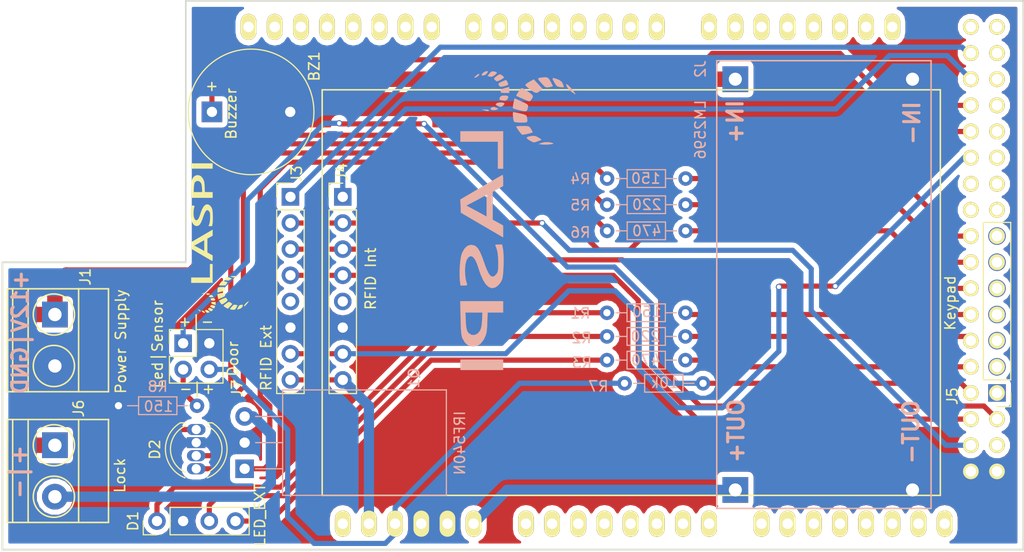
<source format=kicad_pcb>
(kicad_pcb (version 4) (host pcbnew 4.0.7+dfsg1-1ubuntu2)

  (general
    (links 0)
    (no_connects 0)
    (area 147.224999 27.874999 246.475001 81.325001)
    (thickness 1.6)
    (drawings 15)
    (tracks 185)
    (zones 0)
    (modules 22)
    (nets 91)
  )

  (page A4)
  (layers
    (0 F.Cu signal)
    (31 B.Cu signal)
    (32 B.Adhes user)
    (33 F.Adhes user)
    (34 B.Paste user hide)
    (35 F.Paste user hide)
    (36 B.SilkS user)
    (37 F.SilkS user)
    (38 B.Mask user hide)
    (39 F.Mask user)
    (40 Dwgs.User user hide)
    (41 Cmts.User user hide)
    (42 Eco1.User user hide)
    (43 Eco2.User user hide)
    (44 Edge.Cuts user)
    (45 Margin user hide)
    (46 B.CrtYd user hide)
    (47 F.CrtYd user hide)
    (48 B.Fab user)
    (49 F.Fab user)
  )

  (setup
    (last_trace_width 0.5)
    (user_trace_width 0.4)
    (user_trace_width 0.5)
    (user_trace_width 1)
    (user_trace_width 1.5)
    (trace_clearance 0.15)
    (zone_clearance 0.508)
    (zone_45_only no)
    (trace_min 0.4)
    (segment_width 0.2)
    (edge_width 0.15)
    (via_size 0.6)
    (via_drill 0.4)
    (via_min_size 0.4)
    (via_min_drill 0.3)
    (uvia_size 0.3)
    (uvia_drill 0.1)
    (uvias_allowed no)
    (uvia_min_size 0.2)
    (uvia_min_drill 0.1)
    (pcb_text_width 0.3)
    (pcb_text_size 1.5 1.5)
    (mod_edge_width 0.15)
    (mod_text_size 1 1)
    (mod_text_width 0.15)
    (pad_size 1.524 1.524)
    (pad_drill 0.762)
    (pad_to_mask_clearance 0.2)
    (aux_axis_origin 0 0)
    (visible_elements FFFFFF7F)
    (pcbplotparams
      (layerselection 0x00030_80000001)
      (usegerberextensions false)
      (excludeedgelayer true)
      (linewidth 0.100000)
      (plotframeref false)
      (viasonmask false)
      (mode 1)
      (useauxorigin false)
      (hpglpennumber 1)
      (hpglpenspeed 20)
      (hpglpendiameter 15)
      (hpglpenoverlay 2)
      (psnegative false)
      (psa4output false)
      (plotreference true)
      (plotvalue true)
      (plotinvisibletext false)
      (padsonsilk false)
      (subtractmaskfromsilk false)
      (outputformat 1)
      (mirror false)
      (drillshape 1)
      (scaleselection 1)
      (outputdirectory ""))
  )

  (net 0 "")
  (net 1 "Net-(BZ1-Pad1)")
  (net 2 GNDREF)
  (net 3 "Net-(D1-Pad2)")
  (net 4 "Net-(D1-Pad3)")
  (net 5 "Net-(D1-Pad4)")
  (net 6 "Net-(D2-Pad2)")
  (net 7 "Net-(D2-Pad3)")
  (net 8 "Net-(D2-Pad4)")
  (net 9 +12V)
  (net 10 +9V)
  (net 11 /SS_RFID_EXT)
  (net 12 "Net-(J3-Pad2)")
  (net 13 "Net-(J3-Pad3)")
  (net 14 "Net-(J3-Pad4)")
  (net 15 "Net-(J3-Pad5)")
  (net 16 /RST_RFID)
  (net 17 +3V3)
  (net 18 /SS_RFID_INT)
  (net 19 "Net-(J4-Pad5)")
  (net 20 "Net-(J5-Pad1)")
  (net 21 "Net-(J5-Pad2)")
  (net 22 "Net-(J5-Pad3)")
  (net 23 "Net-(J5-Pad4)")
  (net 24 "Net-(J5-Pad5)")
  (net 25 "Net-(J5-Pad6)")
  (net 26 "Net-(J5-Pad7)")
  (net 27 "Net-(J6-Pad2)")
  (net 28 /DOOR_SENSOR)
  (net 29 "Net-(J7-Pad3)")
  (net 30 +5V)
  (net 31 "Net-(Q1-Pad1)")
  (net 32 /R_LED_EXT)
  (net 33 /G_LED_EXT)
  (net 34 /B_LED_EXT)
  (net 35 /R_LED_INT)
  (net 36 /G_LED_INT)
  (net 37 /B_LED_INT)
  (net 38 "Net-(SHIELD1-Pad14)")
  (net 39 "Net-(SHIELD1-Pad15)")
  (net 40 "Net-(SHIELD1-Pad16)")
  (net 41 "Net-(SHIELD1-Pad17)")
  (net 42 "Net-(SHIELD1-Pad18)")
  (net 43 "Net-(SHIELD1-Pad19)")
  (net 44 "Net-(SHIELD1-Pad20)")
  (net 45 "Net-(SHIELD1-Pad21)")
  (net 46 "Net-(SHIELD1-PadAD15)")
  (net 47 "Net-(SHIELD1-PadAD14)")
  (net 48 "Net-(SHIELD1-PadAD13)")
  (net 49 "Net-(SHIELD1-PadAD12)")
  (net 50 "Net-(SHIELD1-PadAD8)")
  (net 51 "Net-(SHIELD1-PadAD7)")
  (net 52 "Net-(SHIELD1-PadAD6)")
  (net 53 "Net-(SHIELD1-PadAD9)")
  (net 54 "Net-(SHIELD1-PadAD10)")
  (net 55 "Net-(SHIELD1-PadAD11)")
  (net 56 "Net-(SHIELD1-PadAD5)")
  (net 57 "Net-(SHIELD1-PadAD4)")
  (net 58 "Net-(SHIELD1-PadAD3)")
  (net 59 "Net-(SHIELD1-PadAD0)")
  (net 60 "Net-(SHIELD1-PadAD1)")
  (net 61 "Net-(SHIELD1-PadAD2)")
  (net 62 "Net-(SHIELD1-PadRST)")
  (net 63 "Net-(SHIELD1-Pad0)")
  (net 64 "Net-(SHIELD1-Pad1)")
  (net 65 "Net-(SHIELD1-Pad2)")
  (net 66 "Net-(SHIELD1-Pad3)")
  (net 67 "Net-(SHIELD1-Pad4)")
  (net 68 "Net-(SHIELD1-Pad5)")
  (net 69 "Net-(SHIELD1-Pad6)")
  (net 70 "Net-(SHIELD1-Pad7)")
  (net 71 "Net-(SHIELD1-Pad8)")
  (net 72 "Net-(SHIELD1-Pad9)")
  (net 73 "Net-(SHIELD1-Pad10)")
  (net 74 "Net-(SHIELD1-Pad11)")
  (net 75 "Net-(SHIELD1-Pad12)")
  (net 76 "Net-(SHIELD1-Pad13)")
  (net 77 "Net-(SHIELD1-PadGND3)")
  (net 78 "Net-(SHIELD1-PadAREF)")
  (net 79 "Net-(SHIELD1-Pad23)")
  (net 80 "Net-(SHIELD1-Pad25)")
  (net 81 "Net-(SHIELD1-Pad27)")
  (net 82 "Net-(SHIELD1-Pad29)")
  (net 83 "Net-(SHIELD1-Pad5V_4)")
  (net 84 "Net-(SHIELD1-Pad5V_5)")
  (net 85 "Net-(SHIELD1-Pad31)")
  (net 86 "Net-(SHIELD1-Pad32)")
  (net 87 "Net-(SHIELD1-Pad33)")
  (net 88 "Net-(SHIELD1-Pad34)")
  (net 89 "Net-(SHIELD1-Pad35)")
  (net 90 "Net-(SHIELD1-Pad53)")

  (net_class Default "This is the default net class."
    (clearance 0.15)
    (trace_width 0.5)
    (via_dia 0.6)
    (via_drill 0.4)
    (uvia_dia 0.3)
    (uvia_drill 0.1)
    (add_net +12V)
    (add_net +3V3)
    (add_net +5V)
    (add_net +9V)
    (add_net /B_LED_EXT)
    (add_net /B_LED_INT)
    (add_net /DOOR_SENSOR)
    (add_net /G_LED_EXT)
    (add_net /G_LED_INT)
    (add_net /RST_RFID)
    (add_net /R_LED_EXT)
    (add_net /R_LED_INT)
    (add_net /SS_RFID_EXT)
    (add_net /SS_RFID_INT)
    (add_net GNDREF)
    (add_net "Net-(BZ1-Pad1)")
    (add_net "Net-(D1-Pad2)")
    (add_net "Net-(D1-Pad3)")
    (add_net "Net-(D1-Pad4)")
    (add_net "Net-(D2-Pad2)")
    (add_net "Net-(D2-Pad3)")
    (add_net "Net-(D2-Pad4)")
    (add_net "Net-(J3-Pad2)")
    (add_net "Net-(J3-Pad3)")
    (add_net "Net-(J3-Pad4)")
    (add_net "Net-(J3-Pad5)")
    (add_net "Net-(J4-Pad5)")
    (add_net "Net-(J5-Pad1)")
    (add_net "Net-(J5-Pad2)")
    (add_net "Net-(J5-Pad3)")
    (add_net "Net-(J5-Pad4)")
    (add_net "Net-(J5-Pad5)")
    (add_net "Net-(J5-Pad6)")
    (add_net "Net-(J5-Pad7)")
    (add_net "Net-(J6-Pad2)")
    (add_net "Net-(J7-Pad3)")
    (add_net "Net-(Q1-Pad1)")
    (add_net "Net-(SHIELD1-Pad0)")
    (add_net "Net-(SHIELD1-Pad1)")
    (add_net "Net-(SHIELD1-Pad10)")
    (add_net "Net-(SHIELD1-Pad11)")
    (add_net "Net-(SHIELD1-Pad12)")
    (add_net "Net-(SHIELD1-Pad13)")
    (add_net "Net-(SHIELD1-Pad14)")
    (add_net "Net-(SHIELD1-Pad15)")
    (add_net "Net-(SHIELD1-Pad16)")
    (add_net "Net-(SHIELD1-Pad17)")
    (add_net "Net-(SHIELD1-Pad18)")
    (add_net "Net-(SHIELD1-Pad19)")
    (add_net "Net-(SHIELD1-Pad2)")
    (add_net "Net-(SHIELD1-Pad20)")
    (add_net "Net-(SHIELD1-Pad21)")
    (add_net "Net-(SHIELD1-Pad23)")
    (add_net "Net-(SHIELD1-Pad25)")
    (add_net "Net-(SHIELD1-Pad27)")
    (add_net "Net-(SHIELD1-Pad29)")
    (add_net "Net-(SHIELD1-Pad3)")
    (add_net "Net-(SHIELD1-Pad31)")
    (add_net "Net-(SHIELD1-Pad32)")
    (add_net "Net-(SHIELD1-Pad33)")
    (add_net "Net-(SHIELD1-Pad34)")
    (add_net "Net-(SHIELD1-Pad35)")
    (add_net "Net-(SHIELD1-Pad4)")
    (add_net "Net-(SHIELD1-Pad5)")
    (add_net "Net-(SHIELD1-Pad53)")
    (add_net "Net-(SHIELD1-Pad5V_4)")
    (add_net "Net-(SHIELD1-Pad5V_5)")
    (add_net "Net-(SHIELD1-Pad6)")
    (add_net "Net-(SHIELD1-Pad7)")
    (add_net "Net-(SHIELD1-Pad8)")
    (add_net "Net-(SHIELD1-Pad9)")
    (add_net "Net-(SHIELD1-PadAD0)")
    (add_net "Net-(SHIELD1-PadAD1)")
    (add_net "Net-(SHIELD1-PadAD10)")
    (add_net "Net-(SHIELD1-PadAD11)")
    (add_net "Net-(SHIELD1-PadAD12)")
    (add_net "Net-(SHIELD1-PadAD13)")
    (add_net "Net-(SHIELD1-PadAD14)")
    (add_net "Net-(SHIELD1-PadAD15)")
    (add_net "Net-(SHIELD1-PadAD2)")
    (add_net "Net-(SHIELD1-PadAD3)")
    (add_net "Net-(SHIELD1-PadAD4)")
    (add_net "Net-(SHIELD1-PadAD5)")
    (add_net "Net-(SHIELD1-PadAD6)")
    (add_net "Net-(SHIELD1-PadAD7)")
    (add_net "Net-(SHIELD1-PadAD8)")
    (add_net "Net-(SHIELD1-PadAD9)")
    (add_net "Net-(SHIELD1-PadAREF)")
    (add_net "Net-(SHIELD1-PadGND3)")
    (add_net "Net-(SHIELD1-PadRST)")
  )

  (module ArduinoMegaShield2:ARDUINO_MEGA_SHIELD_ETH_MODIFIED (layer F.Cu) (tedit 5B22C220) (tstamp 5B1AA045)
    (at 147.32 81.28)
    (path /5B180363)
    (fp_text reference SHIELD1 (at 22.86 -54.61) (layer F.SilkS) hide
      (effects (font (thickness 0.3048)))
    )
    (fp_text value ARDUINO_MEGA_SHIELD (at 26.67 -54.61) (layer F.SilkS) hide
      (effects (font (thickness 0.3048)))
    )
    (fp_line (start 99.06 -53.34) (end 17.78 -53.34) (layer F.SilkS) (width 0.15))
    (fp_line (start 99.06 0) (end 99.06 -53.34) (layer F.SilkS) (width 0.15))
    (fp_line (start 0 0) (end 99.06 0) (layer F.SilkS) (width 0.15))
    (fp_line (start 0 -27.94) (end 0 0) (layer F.SilkS) (width 0.15))
    (fp_line (start 0 -27.94) (end 17.78 -27.94) (layer F.SilkS) (width 0.15))
    (fp_line (start 17.78 -27.94) (end 17.78 -35.56) (layer F.SilkS) (width 0.15))
    (fp_line (start 17.78 -53.34) (end 17.78 -35.56) (layer F.SilkS) (width 0.15))
    (pad 14 thru_hole oval (at 68.58 -50.8 90) (size 2.54 1.524) (drill 1.016) (layers *.Cu *.Mask F.SilkS)
      (net 38 "Net-(SHIELD1-Pad14)"))
    (pad 15 thru_hole oval (at 71.12 -50.8 90) (size 2.54 1.524) (drill 1.016) (layers *.Cu *.Mask F.SilkS)
      (net 39 "Net-(SHIELD1-Pad15)"))
    (pad 16 thru_hole oval (at 73.66 -50.8 90) (size 2.54 1.524) (drill 1.016) (layers *.Cu *.Mask F.SilkS)
      (net 40 "Net-(SHIELD1-Pad16)"))
    (pad 17 thru_hole oval (at 76.2 -50.8 90) (size 2.54 1.524) (drill 1.016) (layers *.Cu *.Mask F.SilkS)
      (net 41 "Net-(SHIELD1-Pad17)"))
    (pad 18 thru_hole oval (at 78.74 -50.8 90) (size 2.54 1.524) (drill 1.016) (layers *.Cu *.Mask F.SilkS)
      (net 42 "Net-(SHIELD1-Pad18)"))
    (pad 19 thru_hole oval (at 81.28 -50.8 90) (size 2.54 1.524) (drill 1.016) (layers *.Cu *.Mask F.SilkS)
      (net 43 "Net-(SHIELD1-Pad19)"))
    (pad 20 thru_hole oval (at 83.82 -50.8 90) (size 2.54 1.524) (drill 1.016) (layers *.Cu *.Mask F.SilkS)
      (net 44 "Net-(SHIELD1-Pad20)"))
    (pad 21 thru_hole oval (at 86.36 -50.8 90) (size 2.54 1.524) (drill 1.016) (layers *.Cu *.Mask F.SilkS)
      (net 45 "Net-(SHIELD1-Pad21)"))
    (pad AD15 thru_hole oval (at 91.44 -2.54 90) (size 2.54 1.524) (drill 1.016) (layers *.Cu *.Mask F.SilkS)
      (net 46 "Net-(SHIELD1-PadAD15)"))
    (pad AD14 thru_hole oval (at 88.9 -2.54 90) (size 2.54 1.524) (drill 1.016) (layers *.Cu *.Mask F.SilkS)
      (net 47 "Net-(SHIELD1-PadAD14)"))
    (pad AD13 thru_hole oval (at 86.36 -2.54 90) (size 2.54 1.524) (drill 1.016) (layers *.Cu *.Mask F.SilkS)
      (net 48 "Net-(SHIELD1-PadAD13)"))
    (pad AD12 thru_hole oval (at 83.82 -2.54 90) (size 2.54 1.524) (drill 1.016) (layers *.Cu *.Mask F.SilkS)
      (net 49 "Net-(SHIELD1-PadAD12)"))
    (pad AD8 thru_hole oval (at 73.66 -2.54 90) (size 2.54 1.524) (drill 1.016) (layers *.Cu *.Mask F.SilkS)
      (net 50 "Net-(SHIELD1-PadAD8)"))
    (pad AD7 thru_hole oval (at 68.58 -2.54 90) (size 2.54 1.524) (drill 1.016) (layers *.Cu *.Mask F.SilkS)
      (net 51 "Net-(SHIELD1-PadAD7)"))
    (pad AD6 thru_hole oval (at 66.04 -2.54 90) (size 2.54 1.524) (drill 1.016) (layers *.Cu *.Mask F.SilkS)
      (net 52 "Net-(SHIELD1-PadAD6)"))
    (pad AD9 thru_hole oval (at 76.2 -2.54 90) (size 2.54 1.524) (drill 1.016) (layers *.Cu *.Mask F.SilkS)
      (net 53 "Net-(SHIELD1-PadAD9)"))
    (pad AD10 thru_hole oval (at 78.74 -2.54 90) (size 2.54 1.524) (drill 1.016) (layers *.Cu *.Mask F.SilkS)
      (net 54 "Net-(SHIELD1-PadAD10)"))
    (pad AD11 thru_hole oval (at 81.28 -2.54 90) (size 2.54 1.524) (drill 1.016) (layers *.Cu *.Mask F.SilkS)
      (net 55 "Net-(SHIELD1-PadAD11)"))
    (pad AD5 thru_hole oval (at 63.5 -2.54 90) (size 2.54 1.524) (drill 1.016) (layers *.Cu *.Mask F.SilkS)
      (net 56 "Net-(SHIELD1-PadAD5)"))
    (pad AD4 thru_hole oval (at 60.96 -2.54 90) (size 2.54 1.524) (drill 1.016) (layers *.Cu *.Mask F.SilkS)
      (net 57 "Net-(SHIELD1-PadAD4)"))
    (pad AD3 thru_hole oval (at 58.42 -2.54 90) (size 2.54 1.524) (drill 1.016) (layers *.Cu *.Mask F.SilkS)
      (net 58 "Net-(SHIELD1-PadAD3)"))
    (pad AD0 thru_hole oval (at 50.8 -2.54 90) (size 2.54 1.524) (drill 1.016) (layers *.Cu *.Mask F.SilkS)
      (net 59 "Net-(SHIELD1-PadAD0)"))
    (pad AD1 thru_hole oval (at 53.34 -2.54 90) (size 2.54 1.524) (drill 1.016) (layers *.Cu *.Mask F.SilkS)
      (net 60 "Net-(SHIELD1-PadAD1)"))
    (pad AD2 thru_hole oval (at 55.88 -2.54 90) (size 2.54 1.524) (drill 1.016) (layers *.Cu *.Mask F.SilkS)
      (net 61 "Net-(SHIELD1-PadAD2)"))
    (pad V_IN thru_hole oval (at 45.72 -2.54 90) (size 2.54 1.524) (drill 1.016) (layers *.Cu *.Mask F.SilkS)
      (net 10 +9V))
    (pad GND2 thru_hole oval (at 43.18 -2.54 90) (size 2.54 1.524) (drill 1.016) (layers *.Cu *.Mask F.SilkS)
      (net 2 GNDREF))
    (pad GND1 thru_hole oval (at 40.64 -2.54 90) (size 2.54 1.524) (drill 1.016) (layers *.Cu *.Mask F.SilkS)
      (net 2 GNDREF))
    (pad 3V3 thru_hole oval (at 35.56 -2.54 90) (size 2.54 1.524) (drill 1.016) (layers *.Cu *.Mask F.SilkS)
      (net 17 +3V3))
    (pad RST thru_hole oval (at 33.02 -2.54 90) (size 2.54 1.524) (drill 1.016) (layers *.Cu *.Mask F.SilkS)
      (net 62 "Net-(SHIELD1-PadRST)"))
    (pad 0 thru_hole oval (at 63.5 -50.8 90) (size 2.54 1.524) (drill 1.016) (layers *.Cu *.Mask F.SilkS)
      (net 63 "Net-(SHIELD1-Pad0)"))
    (pad 1 thru_hole oval (at 60.96 -50.8 90) (size 2.54 1.524) (drill 1.016) (layers *.Cu *.Mask F.SilkS)
      (net 64 "Net-(SHIELD1-Pad1)"))
    (pad 2 thru_hole oval (at 58.42 -50.8 90) (size 2.54 1.524) (drill 1.016) (layers *.Cu *.Mask F.SilkS)
      (net 65 "Net-(SHIELD1-Pad2)"))
    (pad 3 thru_hole oval (at 55.88 -50.8 90) (size 2.54 1.524) (drill 1.016) (layers *.Cu *.Mask F.SilkS)
      (net 66 "Net-(SHIELD1-Pad3)"))
    (pad 4 thru_hole oval (at 53.34 -50.8 90) (size 2.54 1.524) (drill 1.016) (layers *.Cu *.Mask F.SilkS)
      (net 67 "Net-(SHIELD1-Pad4)"))
    (pad 5 thru_hole oval (at 50.8 -50.8 90) (size 2.54 1.524) (drill 1.016) (layers *.Cu *.Mask F.SilkS)
      (net 68 "Net-(SHIELD1-Pad5)"))
    (pad 6 thru_hole oval (at 48.26 -50.8 90) (size 2.54 1.524) (drill 1.016) (layers *.Cu *.Mask F.SilkS)
      (net 69 "Net-(SHIELD1-Pad6)"))
    (pad 7 thru_hole oval (at 45.72 -50.8 90) (size 2.54 1.524) (drill 1.016) (layers *.Cu *.Mask F.SilkS)
      (net 70 "Net-(SHIELD1-Pad7)"))
    (pad 8 thru_hole oval (at 41.656 -50.8 90) (size 2.54 1.524) (drill 1.016) (layers *.Cu *.Mask F.SilkS)
      (net 71 "Net-(SHIELD1-Pad8)"))
    (pad 9 thru_hole oval (at 39.116 -50.8 90) (size 2.54 1.524) (drill 1.016) (layers *.Cu *.Mask F.SilkS)
      (net 72 "Net-(SHIELD1-Pad9)"))
    (pad 10 thru_hole oval (at 36.576 -50.8 90) (size 2.54 1.524) (drill 1.016) (layers *.Cu *.Mask F.SilkS)
      (net 73 "Net-(SHIELD1-Pad10)"))
    (pad 11 thru_hole oval (at 34.036 -50.8 90) (size 2.54 1.524) (drill 1.016) (layers *.Cu *.Mask F.SilkS)
      (net 74 "Net-(SHIELD1-Pad11)"))
    (pad 12 thru_hole oval (at 31.496 -50.8 90) (size 2.54 1.524) (drill 1.016) (layers *.Cu *.Mask F.SilkS)
      (net 75 "Net-(SHIELD1-Pad12)"))
    (pad 13 thru_hole oval (at 28.956 -50.8 90) (size 2.54 1.524) (drill 1.016) (layers *.Cu *.Mask F.SilkS)
      (net 76 "Net-(SHIELD1-Pad13)"))
    (pad GND3 thru_hole oval (at 26.416 -50.8 90) (size 2.54 1.524) (drill 1.016) (layers *.Cu *.Mask F.SilkS)
      (net 77 "Net-(SHIELD1-PadGND3)"))
    (pad AREF thru_hole oval (at 23.876 -50.8 90) (size 2.54 1.524) (drill 1.016) (layers *.Cu *.Mask F.SilkS)
      (net 78 "Net-(SHIELD1-PadAREF)"))
    (pad 5V thru_hole oval (at 38.1 -2.54 90) (size 2.54 1.524) (drill 1.016) (layers *.Cu *.Mask F.SilkS)
      (net 30 +5V))
    (pad 22 thru_hole circle (at 93.98 -48.26) (size 1.524 1.524) (drill 1.016) (layers *.Cu *.Mask F.SilkS)
      (net 11 /SS_RFID_EXT))
    (pad 23 thru_hole circle (at 96.52 -48.26) (size 1.524 1.524) (drill 1.016) (layers *.Cu *.Mask F.SilkS)
      (net 79 "Net-(SHIELD1-Pad23)"))
    (pad 24 thru_hole circle (at 93.98 -45.72) (size 1.524 1.524) (drill 1.016) (layers *.Cu *.Mask F.SilkS)
      (net 18 /SS_RFID_INT))
    (pad 25 thru_hole circle (at 96.52 -45.72) (size 1.524 1.524) (drill 1.016) (layers *.Cu *.Mask F.SilkS)
      (net 80 "Net-(SHIELD1-Pad25)"))
    (pad 26 thru_hole circle (at 93.98 -43.18) (size 1.524 1.524) (drill 1.016) (layers *.Cu *.Mask F.SilkS)
      (net 1 "Net-(BZ1-Pad1)"))
    (pad 27 thru_hole circle (at 96.52 -43.18) (size 1.524 1.524) (drill 1.016) (layers *.Cu *.Mask F.SilkS)
      (net 81 "Net-(SHIELD1-Pad27)"))
    (pad 28 thru_hole circle (at 93.98 -40.64) (size 1.524 1.524) (drill 1.016) (layers *.Cu *.Mask F.SilkS)
      (net 31 "Net-(Q1-Pad1)"))
    (pad 29 thru_hole circle (at 96.52 -40.64) (size 1.524 1.524) (drill 1.016) (layers *.Cu *.Mask F.SilkS)
      (net 82 "Net-(SHIELD1-Pad29)"))
    (pad 5V_4 thru_hole circle (at 93.98 -50.8) (size 1.524 1.524) (drill 1.016) (layers *.Cu *.Mask F.SilkS)
      (net 83 "Net-(SHIELD1-Pad5V_4)"))
    (pad 5V_5 thru_hole circle (at 96.52 -50.8) (size 1.524 1.524) (drill 1.016) (layers *.Cu *.Mask F.SilkS)
      (net 84 "Net-(SHIELD1-Pad5V_5)"))
    (pad 31 thru_hole circle (at 96.52 -38.1) (size 1.524 1.524) (drill 1.016) (layers *.Cu *.Mask F.SilkS)
      (net 85 "Net-(SHIELD1-Pad31)"))
    (pad 30 thru_hole circle (at 93.98 -38.1) (size 1.524 1.524) (drill 1.016) (layers *.Cu *.Mask F.SilkS)
      (net 16 /RST_RFID))
    (pad 32 thru_hole circle (at 93.98 -35.56) (size 1.524 1.524) (drill 1.016) (layers *.Cu *.Mask F.SilkS)
      (net 86 "Net-(SHIELD1-Pad32)"))
    (pad 33 thru_hole circle (at 96.52 -35.56) (size 1.524 1.524) (drill 1.016) (layers *.Cu *.Mask F.SilkS)
      (net 87 "Net-(SHIELD1-Pad33)"))
    (pad 34 thru_hole circle (at 93.98 -33.02) (size 1.524 1.524) (drill 1.016) (layers *.Cu *.Mask F.SilkS)
      (net 88 "Net-(SHIELD1-Pad34)"))
    (pad 35 thru_hole circle (at 96.52 -33.02) (size 1.524 1.524) (drill 1.016) (layers *.Cu *.Mask F.SilkS)
      (net 89 "Net-(SHIELD1-Pad35)"))
    (pad 36 thru_hole circle (at 93.98 -30.48) (size 1.524 1.524) (drill 1.016) (layers *.Cu *.Mask F.SilkS)
      (net 35 /R_LED_INT))
    (pad 37 thru_hole circle (at 96.52 -30.48) (size 1.524 1.524) (drill 1.016) (layers *.Cu *.Mask F.SilkS)
      (net 26 "Net-(J5-Pad7)"))
    (pad 38 thru_hole circle (at 93.98 -27.94) (size 1.524 1.524) (drill 1.016) (layers *.Cu *.Mask F.SilkS)
      (net 36 /G_LED_INT))
    (pad 39 thru_hole circle (at 96.52 -27.94) (size 1.524 1.524) (drill 1.016) (layers *.Cu *.Mask F.SilkS)
      (net 25 "Net-(J5-Pad6)"))
    (pad 40 thru_hole circle (at 93.98 -25.4) (size 1.524 1.524) (drill 1.016) (layers *.Cu *.Mask F.SilkS)
      (net 37 /B_LED_INT))
    (pad 41 thru_hole circle (at 96.52 -25.4) (size 1.524 1.524) (drill 1.016) (layers *.Cu *.Mask F.SilkS)
      (net 24 "Net-(J5-Pad5)"))
    (pad 42 thru_hole circle (at 93.98 -22.86) (size 1.524 1.524) (drill 1.016) (layers *.Cu *.Mask F.SilkS)
      (net 32 /R_LED_EXT))
    (pad 43 thru_hole circle (at 96.52 -22.86) (size 1.524 1.524) (drill 1.016) (layers *.Cu *.Mask F.SilkS)
      (net 23 "Net-(J5-Pad4)"))
    (pad 44 thru_hole circle (at 93.98 -20.32) (size 1.524 1.524) (drill 1.016) (layers *.Cu *.Mask F.SilkS)
      (net 33 /G_LED_EXT))
    (pad 45 thru_hole circle (at 96.52 -20.32) (size 1.524 1.524) (drill 1.016) (layers *.Cu *.Mask F.SilkS)
      (net 22 "Net-(J5-Pad3)"))
    (pad 46 thru_hole circle (at 93.98 -17.78) (size 1.524 1.524) (drill 1.016) (layers *.Cu *.Mask F.SilkS)
      (net 34 /B_LED_EXT))
    (pad 47 thru_hole circle (at 96.52 -17.78) (size 1.524 1.524) (drill 1.016) (layers *.Cu *.Mask F.SilkS)
      (net 21 "Net-(J5-Pad2)"))
    (pad 48 thru_hole circle (at 93.98 -15.24) (size 1.524 1.524) (drill 1.016) (layers *.Cu *.Mask F.SilkS)
      (net 28 /DOOR_SENSOR))
    (pad 49 thru_hole circle (at 96.52 -15.24) (size 1.524 1.524) (drill 1.016) (layers *.Cu *.Mask F.SilkS)
      (net 20 "Net-(J5-Pad1)"))
    (pad 50 thru_hole circle (at 93.98 -12.7) (size 1.524 1.524) (drill 1.016) (layers *.Cu *.Mask F.SilkS)
      (net 14 "Net-(J3-Pad4)"))
    (pad 51 thru_hole circle (at 96.52 -12.7) (size 1.524 1.524) (drill 1.016) (layers *.Cu *.Mask F.SilkS)
      (net 13 "Net-(J3-Pad3)"))
    (pad 52 thru_hole circle (at 93.98 -10.16) (size 1.524 1.524) (drill 1.016) (layers *.Cu *.Mask F.SilkS)
      (net 12 "Net-(J3-Pad2)"))
    (pad 53 thru_hole circle (at 96.52 -10.16) (size 1.524 1.524) (drill 1.016) (layers *.Cu *.Mask F.SilkS)
      (net 90 "Net-(SHIELD1-Pad53)"))
    (pad GND4 thru_hole circle (at 93.98 -7.62) (size 1.524 1.524) (drill 1.016) (layers *.Cu *.Mask F.SilkS)
      (net 2 GNDREF))
    (pad GND5 thru_hole circle (at 96.52 -7.62) (size 1.524 1.524) (drill 1.016) (layers *.Cu *.Mask F.SilkS)
      (net 2 GNDREF))
    (model packages3d\nick\ArduinoMegaShield.wrl
      (at (xyz 0 0 0))
      (scale (xyz 1 1 1))
      (rotate (xyz 0 0 0))
    )
  )

  (module Buzzers_Beepers:Buzzer_12x9.5RM7.6 (layer F.Cu) (tedit 5B22B2D4) (tstamp 5B1835E5)
    (at 167.64 38.735)
    (descr "Generic Buzzer, D12mm height 9.5mm with RM7.6mm")
    (tags buzzer)
    (path /5B180E0B)
    (fp_text reference BZ1 (at 9.93 -4.425 90) (layer F.SilkS)
      (effects (font (size 1 1) (thickness 0.15)))
    )
    (fp_text value Buzzer (at 1.87 0.175 90) (layer F.SilkS)
      (effects (font (size 1 1) (thickness 0.15)))
    )
    (fp_text user + (at -0.01 -2.54) (layer F.Fab)
      (effects (font (size 1 1) (thickness 0.15)))
    )
    (fp_text user + (at -0.01 -2.54) (layer F.SilkS)
      (effects (font (size 1 1) (thickness 0.15)))
    )
    (fp_text user %R (at 9.91 -4.435 90) (layer F.Fab)
      (effects (font (size 1 1) (thickness 0.15)))
    )
    (fp_circle (center 3.8 0) (end 10.05 0) (layer F.CrtYd) (width 0.05))
    (fp_circle (center 3.8 0) (end 9.8 0) (layer F.Fab) (width 0.1))
    (fp_circle (center 3.8 0) (end 4.8 0) (layer F.Fab) (width 0.1))
    (fp_circle (center 3.8 0) (end 9.9 0) (layer F.SilkS) (width 0.12))
    (pad 1 thru_hole rect (at 0 0) (size 2 2) (drill 1) (layers *.Cu *.Mask)
      (net 1 "Net-(BZ1-Pad1)"))
    (pad 2 thru_hole circle (at 7.6 0) (size 2 2) (drill 1) (layers *.Cu *.Mask)
      (net 2 GNDREF))
    (model ${KISYS3DMOD}/Buzzers_Beepers.3dshapes/Buzzer_12x9.5RM7.6.wrl
      (at (xyz 0.15 0 0))
      (scale (xyz 4 4 4))
      (rotate (xyz 0 0 0))
    )
  )

  (module TerminalBlocks_Phoenix:TerminalBlock_Phoenix_MKDS1.5-2pol (layer F.Cu) (tedit 5B22B2B1) (tstamp 5B183627)
    (at 152.4 58.42 270)
    (descr "2-way 5mm pitch terminal block, Phoenix MKDS series")
    (path /5B181198)
    (fp_text reference J1 (at -3.67 -2.95 270) (layer F.SilkS)
      (effects (font (size 1 1) (thickness 0.15)))
    )
    (fp_text value "Power Supply" (at 2.62 -6.4 270) (layer F.SilkS)
      (effects (font (size 1 1) (thickness 0.15)))
    )
    (fp_text user %R (at -3.57 -4.6 270) (layer F.Fab)
      (effects (font (size 1 1) (thickness 0.15)))
    )
    (fp_line (start -2.7 -5.4) (end 7.7 -5.4) (layer F.CrtYd) (width 0.05))
    (fp_line (start -2.7 4.8) (end -2.7 -5.4) (layer F.CrtYd) (width 0.05))
    (fp_line (start 7.7 4.8) (end -2.7 4.8) (layer F.CrtYd) (width 0.05))
    (fp_line (start 7.7 -5.4) (end 7.7 4.8) (layer F.CrtYd) (width 0.05))
    (fp_line (start 2.5 4.1) (end 2.5 4.6) (layer F.SilkS) (width 0.15))
    (fp_line (start -2.5 2.6) (end 7.5 2.6) (layer F.SilkS) (width 0.15))
    (fp_line (start -2.5 -2.3) (end 7.5 -2.3) (layer F.SilkS) (width 0.15))
    (fp_line (start -2.5 4.1) (end 7.5 4.1) (layer F.SilkS) (width 0.15))
    (fp_line (start -2.5 4.6) (end 7.5 4.6) (layer F.SilkS) (width 0.15))
    (fp_line (start 7.5 4.6) (end 7.5 -5.2) (layer F.SilkS) (width 0.15))
    (fp_line (start 7.5 -5.2) (end -2.5 -5.2) (layer F.SilkS) (width 0.15))
    (fp_line (start -2.5 -5.2) (end -2.5 4.6) (layer F.SilkS) (width 0.15))
    (fp_circle (center 5 0.1) (end 3 0.1) (layer F.SilkS) (width 0.15))
    (fp_circle (center 0 0.1) (end 2 0.1) (layer F.SilkS) (width 0.15))
    (pad 1 thru_hole rect (at 0 0 270) (size 2.5 2.5) (drill 1.3) (layers *.Cu *.Mask)
      (net 9 +12V))
    (pad 2 thru_hole circle (at 5 0 270) (size 2.5 2.5) (drill 1.3) (layers *.Cu *.Mask)
      (net 2 GNDREF))
    (model ${KISYS3DMOD}/TerminalBlock_Phoenix.3dshapes/TerminalBlock_Phoenix_MKDS1.5-2pol.wrl
      (at (xyz 0.0984 0 0))
      (scale (xyz 1 1 1))
      (rotate (xyz 0 0 0))
    )
  )

  (module LM2596:lm2596 (layer B.Cu) (tedit 5B22BFD6) (tstamp 5B183633)
    (at 218.44 35.56 270)
    (path /5B1813D5)
    (fp_text reference J2 (at -0.99 3.39 270) (layer B.SilkS)
      (effects (font (size 1 1) (thickness 0.15)) (justify mirror))
    )
    (fp_text value LM2596 (at 4.9 3.39 270) (layer B.SilkS)
      (effects (font (size 1 1) (thickness 0.15)) (justify mirror))
    )
    (fp_line (start -1.8 1.8) (end 41.7 1.8) (layer B.SilkS) (width 0.15))
    (fp_line (start 41.7 1.8) (end 41.7 -19) (layer B.SilkS) (width 0.15))
    (fp_line (start 41.7 -19) (end -1.8 -19) (layer B.SilkS) (width 0.15))
    (fp_line (start -1.8 -19) (end -1.8 1.8) (layer B.SilkS) (width 0.15))
    (pad 4 thru_hole rect (at 39.9 -17.2 270) (size 2.5 2.5) (drill 1.27) (layers *.Cu *.Mask)
      (net 2 GNDREF))
    (pad 3 thru_hole rect (at 39.9 0 270) (size 2.5 2.5) (drill 1.27) (layers *.Cu *.Mask)
      (net 10 +9V))
    (pad 2 thru_hole rect (at 0 -17.2 270) (size 2.5 2.5) (drill 1.27) (layers *.Cu *.Mask)
      (net 2 GNDREF))
    (pad 1 thru_hole rect (at 0 0 270) (size 2.5 2.5) (drill 1.27) (layers *.Cu *.Mask)
      (net 9 +12V))
  )

  (module Pin_Headers:Pin_Header_Straight_1x08_Pitch2.54mm (layer F.Cu) (tedit 5B22B2C4) (tstamp 5B18364F)
    (at 175.26 46.99)
    (descr "Through hole straight pin header, 1x08, 2.54mm pitch, single row")
    (tags "Through hole pin header THT 1x08 2.54mm single row")
    (path /5B1804E5)
    (fp_text reference J3 (at 0.61 -2.19 90) (layer F.SilkS)
      (effects (font (size 1 1) (thickness 0.15)))
    )
    (fp_text value "RFID Ext" (at -2.35 15.65 90) (layer F.SilkS)
      (effects (font (size 1 1) (thickness 0.15)))
    )
    (fp_line (start -0.635 -1.27) (end 1.27 -1.27) (layer F.Fab) (width 0.1))
    (fp_line (start 1.27 -1.27) (end 1.27 19.05) (layer F.Fab) (width 0.1))
    (fp_line (start 1.27 19.05) (end -1.27 19.05) (layer F.Fab) (width 0.1))
    (fp_line (start -1.27 19.05) (end -1.27 -0.635) (layer F.Fab) (width 0.1))
    (fp_line (start -1.27 -0.635) (end -0.635 -1.27) (layer F.Fab) (width 0.1))
    (fp_line (start -1.33 19.11) (end 1.33 19.11) (layer F.SilkS) (width 0.12))
    (fp_line (start -1.33 1.27) (end -1.33 19.11) (layer F.SilkS) (width 0.12))
    (fp_line (start 1.33 1.27) (end 1.33 19.11) (layer F.SilkS) (width 0.12))
    (fp_line (start -1.33 1.27) (end 1.33 1.27) (layer F.SilkS) (width 0.12))
    (fp_line (start -1.33 0) (end -1.33 -1.33) (layer F.SilkS) (width 0.12))
    (fp_line (start -1.33 -1.33) (end 0 -1.33) (layer F.SilkS) (width 0.12))
    (fp_line (start -1.8 -1.8) (end -1.8 19.55) (layer F.CrtYd) (width 0.05))
    (fp_line (start -1.8 19.55) (end 1.8 19.55) (layer F.CrtYd) (width 0.05))
    (fp_line (start 1.8 19.55) (end 1.8 -1.8) (layer F.CrtYd) (width 0.05))
    (fp_line (start 1.8 -1.8) (end -1.8 -1.8) (layer F.CrtYd) (width 0.05))
    (fp_text user %R (at -2.13 0.1 90) (layer F.Fab)
      (effects (font (size 1 1) (thickness 0.15)))
    )
    (pad 1 thru_hole rect (at 0 0) (size 1.7 1.7) (drill 1) (layers *.Cu *.Mask)
      (net 11 /SS_RFID_EXT))
    (pad 2 thru_hole oval (at 0 2.54) (size 1.7 1.7) (drill 1) (layers *.Cu *.Mask)
      (net 12 "Net-(J3-Pad2)"))
    (pad 3 thru_hole oval (at 0 5.08) (size 1.7 1.7) (drill 1) (layers *.Cu *.Mask)
      (net 13 "Net-(J3-Pad3)"))
    (pad 4 thru_hole oval (at 0 7.62) (size 1.7 1.7) (drill 1) (layers *.Cu *.Mask)
      (net 14 "Net-(J3-Pad4)"))
    (pad 5 thru_hole oval (at 0 10.16) (size 1.7 1.7) (drill 1) (layers *.Cu *.Mask)
      (net 15 "Net-(J3-Pad5)"))
    (pad 6 thru_hole oval (at 0 12.7) (size 1.7 1.7) (drill 1) (layers *.Cu *.Mask)
      (net 2 GNDREF))
    (pad 7 thru_hole oval (at 0 15.24) (size 1.7 1.7) (drill 1) (layers *.Cu *.Mask)
      (net 16 /RST_RFID))
    (pad 8 thru_hole oval (at 0 17.78) (size 1.7 1.7) (drill 1) (layers *.Cu *.Mask)
      (net 17 +3V3))
    (model ${KISYS3DMOD}/Pin_Headers.3dshapes/Pin_Header_Straight_1x08_Pitch2.54mm.wrl
      (at (xyz 0 0 0))
      (scale (xyz 1 1 1))
      (rotate (xyz 0 0 0))
    )
  )

  (module Pin_Headers:Pin_Header_Straight_1x07_Pitch2.54mm (layer F.Cu) (tedit 5B22B314) (tstamp 5B183686)
    (at 243.84 66.04 180)
    (descr "Through hole straight pin header, 1x07, 2.54mm pitch, single row")
    (tags "Through hole pin header THT 1x07 2.54mm single row")
    (path /5B180A17)
    (fp_text reference J5 (at 4.34 -0.31 270) (layer F.SilkS)
      (effects (font (size 1 1) (thickness 0.15)))
    )
    (fp_text value Keypad (at 4.54 8.74 270) (layer F.SilkS)
      (effects (font (size 1 1) (thickness 0.15)))
    )
    (fp_line (start -0.635 -1.27) (end 1.27 -1.27) (layer F.Fab) (width 0.1))
    (fp_line (start 1.27 -1.27) (end 1.27 16.51) (layer F.Fab) (width 0.1))
    (fp_line (start 1.27 16.51) (end -1.27 16.51) (layer F.Fab) (width 0.1))
    (fp_line (start -1.27 16.51) (end -1.27 -0.635) (layer F.Fab) (width 0.1))
    (fp_line (start -1.27 -0.635) (end -0.635 -1.27) (layer F.Fab) (width 0.1))
    (fp_line (start -1.33 16.57) (end 1.33 16.57) (layer F.SilkS) (width 0.12))
    (fp_line (start -1.33 1.27) (end -1.33 16.57) (layer F.SilkS) (width 0.12))
    (fp_line (start 1.33 1.27) (end 1.33 16.57) (layer F.SilkS) (width 0.12))
    (fp_line (start -1.33 1.27) (end 1.33 1.27) (layer F.SilkS) (width 0.12))
    (fp_line (start -1.33 0) (end -1.33 -1.33) (layer F.SilkS) (width 0.12))
    (fp_line (start -1.33 -1.33) (end 0 -1.33) (layer F.SilkS) (width 0.12))
    (fp_line (start -1.8 -1.8) (end -1.8 17.05) (layer F.CrtYd) (width 0.05))
    (fp_line (start -1.8 17.05) (end 1.8 17.05) (layer F.CrtYd) (width 0.05))
    (fp_line (start 1.8 17.05) (end 1.8 -1.8) (layer F.CrtYd) (width 0.05))
    (fp_line (start 1.8 -1.8) (end -1.8 -1.8) (layer F.CrtYd) (width 0.05))
    (fp_text user %R (at 4.39 1.24 270) (layer F.Fab)
      (effects (font (size 1 1) (thickness 0.15)))
    )
    (pad 1 thru_hole rect (at 0 0 180) (size 1.7 1.7) (drill 1) (layers *.Cu *.Mask)
      (net 20 "Net-(J5-Pad1)"))
    (pad 2 thru_hole oval (at 0 2.54 180) (size 1.7 1.7) (drill 1) (layers *.Cu *.Mask)
      (net 21 "Net-(J5-Pad2)"))
    (pad 3 thru_hole oval (at 0 5.08 180) (size 1.7 1.7) (drill 1) (layers *.Cu *.Mask)
      (net 22 "Net-(J5-Pad3)"))
    (pad 4 thru_hole oval (at 0 7.62 180) (size 1.7 1.7) (drill 1) (layers *.Cu *.Mask)
      (net 23 "Net-(J5-Pad4)"))
    (pad 5 thru_hole oval (at 0 10.16 180) (size 1.7 1.7) (drill 1) (layers *.Cu *.Mask)
      (net 24 "Net-(J5-Pad5)"))
    (pad 6 thru_hole oval (at 0 12.7 180) (size 1.7 1.7) (drill 1) (layers *.Cu *.Mask)
      (net 25 "Net-(J5-Pad6)"))
    (pad 7 thru_hole oval (at 0 15.24 180) (size 1.7 1.7) (drill 1) (layers *.Cu *.Mask)
      (net 26 "Net-(J5-Pad7)"))
    (model ${KISYS3DMOD}/Pin_Headers.3dshapes/Pin_Header_Straight_1x07_Pitch2.54mm.wrl
      (at (xyz 0 0 0))
      (scale (xyz 1 1 1))
      (rotate (xyz 0 0 0))
    )
  )

  (module TerminalBlocks_Phoenix:TerminalBlock_Phoenix_MKDS1.5-2pol (layer F.Cu) (tedit 5B22B275) (tstamp 5B18369B)
    (at 152.4 71.12 270)
    (descr "2-way 5mm pitch terminal block, Phoenix MKDS series")
    (path /5B181205)
    (fp_text reference J6 (at -3.57 -2.3 270) (layer F.SilkS)
      (effects (font (size 1 1) (thickness 0.15)))
    )
    (fp_text value Lock (at 2.93 -6.31 270) (layer F.SilkS)
      (effects (font (size 1 1) (thickness 0.15)))
    )
    (fp_text user %R (at -3.47 -4 270) (layer F.Fab)
      (effects (font (size 1 1) (thickness 0.15)))
    )
    (fp_line (start -2.7 -5.4) (end 7.7 -5.4) (layer F.CrtYd) (width 0.05))
    (fp_line (start -2.7 4.8) (end -2.7 -5.4) (layer F.CrtYd) (width 0.05))
    (fp_line (start 7.7 4.8) (end -2.7 4.8) (layer F.CrtYd) (width 0.05))
    (fp_line (start 7.7 -5.4) (end 7.7 4.8) (layer F.CrtYd) (width 0.05))
    (fp_line (start 2.5 4.1) (end 2.5 4.6) (layer F.SilkS) (width 0.15))
    (fp_line (start -2.5 2.6) (end 7.5 2.6) (layer F.SilkS) (width 0.15))
    (fp_line (start -2.5 -2.3) (end 7.5 -2.3) (layer F.SilkS) (width 0.15))
    (fp_line (start -2.5 4.1) (end 7.5 4.1) (layer F.SilkS) (width 0.15))
    (fp_line (start -2.5 4.6) (end 7.5 4.6) (layer F.SilkS) (width 0.15))
    (fp_line (start 7.5 4.6) (end 7.5 -5.2) (layer F.SilkS) (width 0.15))
    (fp_line (start 7.5 -5.2) (end -2.5 -5.2) (layer F.SilkS) (width 0.15))
    (fp_line (start -2.5 -5.2) (end -2.5 4.6) (layer F.SilkS) (width 0.15))
    (fp_circle (center 5 0.1) (end 3 0.1) (layer F.SilkS) (width 0.15))
    (fp_circle (center 0 0.1) (end 2 0.1) (layer F.SilkS) (width 0.15))
    (pad 1 thru_hole rect (at 0 0 270) (size 2.5 2.5) (drill 1.3) (layers *.Cu *.Mask)
      (net 9 +12V))
    (pad 2 thru_hole circle (at 5 0 270) (size 2.5 2.5) (drill 1.3) (layers *.Cu *.Mask)
      (net 27 "Net-(J6-Pad2)"))
    (model ${KISYS3DMOD}/TerminalBlock_Phoenix.3dshapes/TerminalBlock_Phoenix_MKDS1.5-2pol.wrl
      (at (xyz 0.0984 0 0))
      (scale (xyz 1 1 1))
      (rotate (xyz 0 0 0))
    )
  )

  (module Pin_Headers:Pin_Header_Straight_2x02_Pitch2.54mm (layer F.Cu) (tedit 5B22CAB4) (tstamp 5B1836B5)
    (at 164.846 61.214)
    (descr "Through hole straight pin header, 2x02, 2.54mm pitch, double rows")
    (tags "Through hole pin header THT 2x02 2.54mm double row")
    (path /5B181326)
    (fp_text reference J7 (at 5.234 4.406 90) (layer F.SilkS)
      (effects (font (size 1 1) (thickness 0.15)))
    )
    (fp_text value Door (at 4.834 1.506 90) (layer F.SilkS)
      (effects (font (size 1 1) (thickness 0.15)))
    )
    (fp_line (start 0 -1.27) (end 3.81 -1.27) (layer F.Fab) (width 0.1))
    (fp_line (start 3.81 -1.27) (end 3.81 3.81) (layer F.Fab) (width 0.1))
    (fp_line (start 3.81 3.81) (end -1.27 3.81) (layer F.Fab) (width 0.1))
    (fp_line (start -1.27 3.81) (end -1.27 0) (layer F.Fab) (width 0.1))
    (fp_line (start -1.27 0) (end 0 -1.27) (layer F.Fab) (width 0.1))
    (fp_line (start -1.33 3.87) (end 3.87 3.87) (layer F.SilkS) (width 0.12))
    (fp_line (start -1.33 1.27) (end -1.33 3.87) (layer F.SilkS) (width 0.12))
    (fp_line (start 3.87 -1.33) (end 3.87 3.87) (layer F.SilkS) (width 0.12))
    (fp_line (start -1.33 1.27) (end 1.27 1.27) (layer F.SilkS) (width 0.12))
    (fp_line (start 1.27 1.27) (end 1.27 -1.33) (layer F.SilkS) (width 0.12))
    (fp_line (start 1.27 -1.33) (end 3.87 -1.33) (layer F.SilkS) (width 0.12))
    (fp_line (start -1.33 0) (end -1.33 -1.33) (layer F.SilkS) (width 0.12))
    (fp_line (start -1.33 -1.33) (end 0 -1.33) (layer F.SilkS) (width 0.12))
    (fp_line (start -1.8 -1.8) (end -1.8 4.35) (layer F.CrtYd) (width 0.05))
    (fp_line (start -1.8 4.35) (end 4.35 4.35) (layer F.CrtYd) (width 0.05))
    (fp_line (start 4.35 4.35) (end 4.35 -1.8) (layer F.CrtYd) (width 0.05))
    (fp_line (start 4.35 -1.8) (end -1.8 -1.8) (layer F.CrtYd) (width 0.05))
    (fp_text user %R (at -0.796 5.216 90) (layer F.Fab)
      (effects (font (size 1 1) (thickness 0.15)))
    )
    (pad 1 thru_hole rect (at 0 0) (size 1.7 1.7) (drill 1) (layers *.Cu *.Mask)
      (net 28 /DOOR_SENSOR))
    (pad 2 thru_hole oval (at 2.54 0) (size 1.7 1.7) (drill 1) (layers *.Cu *.Mask)
      (net 2 GNDREF))
    (pad 3 thru_hole oval (at 0 2.54) (size 1.7 1.7) (drill 1) (layers *.Cu *.Mask)
      (net 29 "Net-(J7-Pad3)"))
    (pad 4 thru_hole oval (at 2.54 2.54) (size 1.7 1.7) (drill 1) (layers *.Cu *.Mask)
      (net 30 +5V))
    (model ${KISYS3DMOD}/Pin_Headers.3dshapes/Pin_Header_Straight_2x02_Pitch2.54mm.wrl
      (at (xyz 0 0 0))
      (scale (xyz 1 1 1))
      (rotate (xyz 0 0 0))
    )
  )

  (module Resistors_THT:R_Axial_DIN0204_L3.6mm_D1.6mm_P7.62mm_Horizontal (layer B.Cu) (tedit 5B22B3CF) (tstamp 5B1836EB)
    (at 213.6 58.25 180)
    (descr "Resistor, Axial_DIN0204 series, Axial, Horizontal, pin pitch=7.62mm, 0.16666666666666666W = 1/6W, length*diameter=3.6*1.6mm^2, http://cdn-reichelt.de/documents/datenblatt/B400/1_4W%23YAG.pdf")
    (tags "Resistor Axial_DIN0204 series Axial Horizontal pin pitch 7.62mm 0.16666666666666666W = 1/6W length 3.6mm diameter 1.6mm")
    (path /5B181543)
    (fp_text reference R1 (at 10.2 -0.05 180) (layer B.SilkS)
      (effects (font (size 1 1) (thickness 0.15)) (justify mirror))
    )
    (fp_text value 150 (at 3.75 0.1 180) (layer B.SilkS)
      (effects (font (size 1 1) (thickness 0.15)) (justify mirror))
    )
    (fp_line (start 2.01 0.8) (end 2.01 -0.8) (layer B.Fab) (width 0.1))
    (fp_line (start 2.01 -0.8) (end 5.61 -0.8) (layer B.Fab) (width 0.1))
    (fp_line (start 5.61 -0.8) (end 5.61 0.8) (layer B.Fab) (width 0.1))
    (fp_line (start 5.61 0.8) (end 2.01 0.8) (layer B.Fab) (width 0.1))
    (fp_line (start 0 0) (end 2.01 0) (layer B.Fab) (width 0.1))
    (fp_line (start 7.62 0) (end 5.61 0) (layer B.Fab) (width 0.1))
    (fp_line (start 1.95 0.86) (end 1.95 -0.86) (layer B.SilkS) (width 0.12))
    (fp_line (start 1.95 -0.86) (end 5.67 -0.86) (layer B.SilkS) (width 0.12))
    (fp_line (start 5.67 -0.86) (end 5.67 0.86) (layer B.SilkS) (width 0.12))
    (fp_line (start 5.67 0.86) (end 1.95 0.86) (layer B.SilkS) (width 0.12))
    (fp_line (start 0.88 0) (end 1.95 0) (layer B.SilkS) (width 0.12))
    (fp_line (start 6.74 0) (end 5.67 0) (layer B.SilkS) (width 0.12))
    (fp_line (start -0.95 1.15) (end -0.95 -1.15) (layer B.CrtYd) (width 0.05))
    (fp_line (start -0.95 -1.15) (end 8.6 -1.15) (layer B.CrtYd) (width 0.05))
    (fp_line (start 8.6 -1.15) (end 8.6 1.15) (layer B.CrtYd) (width 0.05))
    (fp_line (start 8.6 1.15) (end -0.95 1.15) (layer B.CrtYd) (width 0.05))
    (pad 1 thru_hole circle (at 0 0 180) (size 1.4 1.4) (drill 0.7) (layers *.Cu *.Mask)
      (net 32 /R_LED_EXT))
    (pad 2 thru_hole oval (at 7.62 0 180) (size 1.4 1.4) (drill 0.7) (layers *.Cu *.Mask)
      (net 3 "Net-(D1-Pad2)"))
    (model ${KISYS3DMOD}/Resistors_THT.3dshapes/R_Axial_DIN0204_L3.6mm_D1.6mm_P7.62mm_Horizontal.wrl
      (at (xyz 0 0 0))
      (scale (xyz 0.393701 0.393701 0.393701))
      (rotate (xyz 0 0 0))
    )
  )

  (module Resistors_THT:R_Axial_DIN0204_L3.6mm_D1.6mm_P7.62mm_Horizontal (layer B.Cu) (tedit 5B22B3CB) (tstamp 5B183701)
    (at 213.6 60.55 180)
    (descr "Resistor, Axial_DIN0204 series, Axial, Horizontal, pin pitch=7.62mm, 0.16666666666666666W = 1/6W, length*diameter=3.6*1.6mm^2, http://cdn-reichelt.de/documents/datenblatt/B400/1_4W%23YAG.pdf")
    (tags "Resistor Axial_DIN0204 series Axial Horizontal pin pitch 7.62mm 0.16666666666666666W = 1/6W length 3.6mm diameter 1.6mm")
    (path /5B1815DB)
    (fp_text reference R2 (at 10.1 -0.15 180) (layer B.SilkS)
      (effects (font (size 1 1) (thickness 0.15)) (justify mirror))
    )
    (fp_text value 220 (at 3.9 0 180) (layer B.SilkS)
      (effects (font (size 1 1) (thickness 0.15)) (justify mirror))
    )
    (fp_line (start 2.01 0.8) (end 2.01 -0.8) (layer B.Fab) (width 0.1))
    (fp_line (start 2.01 -0.8) (end 5.61 -0.8) (layer B.Fab) (width 0.1))
    (fp_line (start 5.61 -0.8) (end 5.61 0.8) (layer B.Fab) (width 0.1))
    (fp_line (start 5.61 0.8) (end 2.01 0.8) (layer B.Fab) (width 0.1))
    (fp_line (start 0 0) (end 2.01 0) (layer B.Fab) (width 0.1))
    (fp_line (start 7.62 0) (end 5.61 0) (layer B.Fab) (width 0.1))
    (fp_line (start 1.95 0.86) (end 1.95 -0.86) (layer B.SilkS) (width 0.12))
    (fp_line (start 1.95 -0.86) (end 5.67 -0.86) (layer B.SilkS) (width 0.12))
    (fp_line (start 5.67 -0.86) (end 5.67 0.86) (layer B.SilkS) (width 0.12))
    (fp_line (start 5.67 0.86) (end 1.95 0.86) (layer B.SilkS) (width 0.12))
    (fp_line (start 0.88 0) (end 1.95 0) (layer B.SilkS) (width 0.12))
    (fp_line (start 6.74 0) (end 5.67 0) (layer B.SilkS) (width 0.12))
    (fp_line (start -0.95 1.15) (end -0.95 -1.15) (layer B.CrtYd) (width 0.05))
    (fp_line (start -0.95 -1.15) (end 8.6 -1.15) (layer B.CrtYd) (width 0.05))
    (fp_line (start 8.6 -1.15) (end 8.6 1.15) (layer B.CrtYd) (width 0.05))
    (fp_line (start 8.6 1.15) (end -0.95 1.15) (layer B.CrtYd) (width 0.05))
    (pad 1 thru_hole circle (at 0 0 180) (size 1.4 1.4) (drill 0.7) (layers *.Cu *.Mask)
      (net 33 /G_LED_EXT))
    (pad 2 thru_hole oval (at 7.62 0 180) (size 1.4 1.4) (drill 0.7) (layers *.Cu *.Mask)
      (net 4 "Net-(D1-Pad3)"))
    (model ${KISYS3DMOD}/Resistors_THT.3dshapes/R_Axial_DIN0204_L3.6mm_D1.6mm_P7.62mm_Horizontal.wrl
      (at (xyz 0 0 0))
      (scale (xyz 0.393701 0.393701 0.393701))
      (rotate (xyz 0 0 0))
    )
  )

  (module Resistors_THT:R_Axial_DIN0204_L3.6mm_D1.6mm_P7.62mm_Horizontal (layer B.Cu) (tedit 5B22B3C6) (tstamp 5B183717)
    (at 213.6 62.85 180)
    (descr "Resistor, Axial_DIN0204 series, Axial, Horizontal, pin pitch=7.62mm, 0.16666666666666666W = 1/6W, length*diameter=3.6*1.6mm^2, http://cdn-reichelt.de/documents/datenblatt/B400/1_4W%23YAG.pdf")
    (tags "Resistor Axial_DIN0204 series Axial Horizontal pin pitch 7.62mm 0.16666666666666666W = 1/6W length 3.6mm diameter 1.6mm")
    (path /5B18162F)
    (fp_text reference R3 (at 10.05 -0.25 180) (layer B.SilkS)
      (effects (font (size 1 1) (thickness 0.15)) (justify mirror))
    )
    (fp_text value 470 (at 3.85 0 180) (layer B.SilkS)
      (effects (font (size 1 1) (thickness 0.15)) (justify mirror))
    )
    (fp_line (start 2.01 0.8) (end 2.01 -0.8) (layer B.Fab) (width 0.1))
    (fp_line (start 2.01 -0.8) (end 5.61 -0.8) (layer B.Fab) (width 0.1))
    (fp_line (start 5.61 -0.8) (end 5.61 0.8) (layer B.Fab) (width 0.1))
    (fp_line (start 5.61 0.8) (end 2.01 0.8) (layer B.Fab) (width 0.1))
    (fp_line (start 0 0) (end 2.01 0) (layer B.Fab) (width 0.1))
    (fp_line (start 7.62 0) (end 5.61 0) (layer B.Fab) (width 0.1))
    (fp_line (start 1.95 0.86) (end 1.95 -0.86) (layer B.SilkS) (width 0.12))
    (fp_line (start 1.95 -0.86) (end 5.67 -0.86) (layer B.SilkS) (width 0.12))
    (fp_line (start 5.67 -0.86) (end 5.67 0.86) (layer B.SilkS) (width 0.12))
    (fp_line (start 5.67 0.86) (end 1.95 0.86) (layer B.SilkS) (width 0.12))
    (fp_line (start 0.88 0) (end 1.95 0) (layer B.SilkS) (width 0.12))
    (fp_line (start 6.74 0) (end 5.67 0) (layer B.SilkS) (width 0.12))
    (fp_line (start -0.95 1.15) (end -0.95 -1.15) (layer B.CrtYd) (width 0.05))
    (fp_line (start -0.95 -1.15) (end 8.6 -1.15) (layer B.CrtYd) (width 0.05))
    (fp_line (start 8.6 -1.15) (end 8.6 1.15) (layer B.CrtYd) (width 0.05))
    (fp_line (start 8.6 1.15) (end -0.95 1.15) (layer B.CrtYd) (width 0.05))
    (pad 1 thru_hole circle (at 0 0 180) (size 1.4 1.4) (drill 0.7) (layers *.Cu *.Mask)
      (net 34 /B_LED_EXT))
    (pad 2 thru_hole oval (at 7.62 0 180) (size 1.4 1.4) (drill 0.7) (layers *.Cu *.Mask)
      (net 5 "Net-(D1-Pad4)"))
    (model ${KISYS3DMOD}/Resistors_THT.3dshapes/R_Axial_DIN0204_L3.6mm_D1.6mm_P7.62mm_Horizontal.wrl
      (at (xyz 0 0 0))
      (scale (xyz 0.393701 0.393701 0.393701))
      (rotate (xyz 0 0 0))
    )
  )

  (module Resistors_THT:R_Axial_DIN0204_L3.6mm_D1.6mm_P7.62mm_Horizontal (layer B.Cu) (tedit 5B22B3DE) (tstamp 5B18372D)
    (at 213.614 45.212 180)
    (descr "Resistor, Axial_DIN0204 series, Axial, Horizontal, pin pitch=7.62mm, 0.16666666666666666W = 1/6W, length*diameter=3.6*1.6mm^2, http://cdn-reichelt.de/documents/datenblatt/B400/1_4W%23YAG.pdf")
    (tags "Resistor Axial_DIN0204 series Axial Horizontal pin pitch 7.62mm 0.16666666666666666W = 1/6W length 3.6mm diameter 1.6mm")
    (path /5B181683)
    (fp_text reference R4 (at 10.214 -0.038 180) (layer B.SilkS)
      (effects (font (size 1 1) (thickness 0.15)) (justify mirror))
    )
    (fp_text value 150 (at 3.864 0.012 180) (layer B.SilkS)
      (effects (font (size 1 1) (thickness 0.15)) (justify mirror))
    )
    (fp_line (start 2.01 0.8) (end 2.01 -0.8) (layer B.Fab) (width 0.1))
    (fp_line (start 2.01 -0.8) (end 5.61 -0.8) (layer B.Fab) (width 0.1))
    (fp_line (start 5.61 -0.8) (end 5.61 0.8) (layer B.Fab) (width 0.1))
    (fp_line (start 5.61 0.8) (end 2.01 0.8) (layer B.Fab) (width 0.1))
    (fp_line (start 0 0) (end 2.01 0) (layer B.Fab) (width 0.1))
    (fp_line (start 7.62 0) (end 5.61 0) (layer B.Fab) (width 0.1))
    (fp_line (start 1.95 0.86) (end 1.95 -0.86) (layer B.SilkS) (width 0.12))
    (fp_line (start 1.95 -0.86) (end 5.67 -0.86) (layer B.SilkS) (width 0.12))
    (fp_line (start 5.67 -0.86) (end 5.67 0.86) (layer B.SilkS) (width 0.12))
    (fp_line (start 5.67 0.86) (end 1.95 0.86) (layer B.SilkS) (width 0.12))
    (fp_line (start 0.88 0) (end 1.95 0) (layer B.SilkS) (width 0.12))
    (fp_line (start 6.74 0) (end 5.67 0) (layer B.SilkS) (width 0.12))
    (fp_line (start -0.95 1.15) (end -0.95 -1.15) (layer B.CrtYd) (width 0.05))
    (fp_line (start -0.95 -1.15) (end 8.6 -1.15) (layer B.CrtYd) (width 0.05))
    (fp_line (start 8.6 -1.15) (end 8.6 1.15) (layer B.CrtYd) (width 0.05))
    (fp_line (start 8.6 1.15) (end -0.95 1.15) (layer B.CrtYd) (width 0.05))
    (pad 1 thru_hole circle (at 0 0 180) (size 1.4 1.4) (drill 0.7) (layers *.Cu *.Mask)
      (net 35 /R_LED_INT))
    (pad 2 thru_hole oval (at 7.62 0 180) (size 1.4 1.4) (drill 0.7) (layers *.Cu *.Mask)
      (net 6 "Net-(D2-Pad2)"))
    (model ${KISYS3DMOD}/Resistors_THT.3dshapes/R_Axial_DIN0204_L3.6mm_D1.6mm_P7.62mm_Horizontal.wrl
      (at (xyz 0 0 0))
      (scale (xyz 0.393701 0.393701 0.393701))
      (rotate (xyz 0 0 0))
    )
  )

  (module Resistors_THT:R_Axial_DIN0204_L3.6mm_D1.6mm_P7.62mm_Horizontal (layer B.Cu) (tedit 5B22B3D9) (tstamp 5B183743)
    (at 213.614 47.752 180)
    (descr "Resistor, Axial_DIN0204 series, Axial, Horizontal, pin pitch=7.62mm, 0.16666666666666666W = 1/6W, length*diameter=3.6*1.6mm^2, http://cdn-reichelt.de/documents/datenblatt/B400/1_4W%23YAG.pdf")
    (tags "Resistor Axial_DIN0204 series Axial Horizontal pin pitch 7.62mm 0.16666666666666666W = 1/6W length 3.6mm diameter 1.6mm")
    (path /5B1816DB)
    (fp_text reference R5 (at 10.214 -0.048 180) (layer B.SilkS)
      (effects (font (size 1 1) (thickness 0.15)) (justify mirror))
    )
    (fp_text value 220 (at 3.764 0.002 180) (layer B.SilkS)
      (effects (font (size 1 1) (thickness 0.15)) (justify mirror))
    )
    (fp_line (start 2.01 0.8) (end 2.01 -0.8) (layer B.Fab) (width 0.1))
    (fp_line (start 2.01 -0.8) (end 5.61 -0.8) (layer B.Fab) (width 0.1))
    (fp_line (start 5.61 -0.8) (end 5.61 0.8) (layer B.Fab) (width 0.1))
    (fp_line (start 5.61 0.8) (end 2.01 0.8) (layer B.Fab) (width 0.1))
    (fp_line (start 0 0) (end 2.01 0) (layer B.Fab) (width 0.1))
    (fp_line (start 7.62 0) (end 5.61 0) (layer B.Fab) (width 0.1))
    (fp_line (start 1.95 0.86) (end 1.95 -0.86) (layer B.SilkS) (width 0.12))
    (fp_line (start 1.95 -0.86) (end 5.67 -0.86) (layer B.SilkS) (width 0.12))
    (fp_line (start 5.67 -0.86) (end 5.67 0.86) (layer B.SilkS) (width 0.12))
    (fp_line (start 5.67 0.86) (end 1.95 0.86) (layer B.SilkS) (width 0.12))
    (fp_line (start 0.88 0) (end 1.95 0) (layer B.SilkS) (width 0.12))
    (fp_line (start 6.74 0) (end 5.67 0) (layer B.SilkS) (width 0.12))
    (fp_line (start -0.95 1.15) (end -0.95 -1.15) (layer B.CrtYd) (width 0.05))
    (fp_line (start -0.95 -1.15) (end 8.6 -1.15) (layer B.CrtYd) (width 0.05))
    (fp_line (start 8.6 -1.15) (end 8.6 1.15) (layer B.CrtYd) (width 0.05))
    (fp_line (start 8.6 1.15) (end -0.95 1.15) (layer B.CrtYd) (width 0.05))
    (pad 1 thru_hole circle (at 0 0 180) (size 1.4 1.4) (drill 0.7) (layers *.Cu *.Mask)
      (net 36 /G_LED_INT))
    (pad 2 thru_hole oval (at 7.62 0 180) (size 1.4 1.4) (drill 0.7) (layers *.Cu *.Mask)
      (net 7 "Net-(D2-Pad3)"))
    (model ${KISYS3DMOD}/Resistors_THT.3dshapes/R_Axial_DIN0204_L3.6mm_D1.6mm_P7.62mm_Horizontal.wrl
      (at (xyz 0 0 0))
      (scale (xyz 0.393701 0.393701 0.393701))
      (rotate (xyz 0 0 0))
    )
  )

  (module Resistors_THT:R_Axial_DIN0204_L3.6mm_D1.6mm_P7.62mm_Horizontal (layer B.Cu) (tedit 5B22B3D4) (tstamp 5B183759)
    (at 213.614 50.292 180)
    (descr "Resistor, Axial_DIN0204 series, Axial, Horizontal, pin pitch=7.62mm, 0.16666666666666666W = 1/6W, length*diameter=3.6*1.6mm^2, http://cdn-reichelt.de/documents/datenblatt/B400/1_4W%23YAG.pdf")
    (tags "Resistor Axial_DIN0204 series Axial Horizontal pin pitch 7.62mm 0.16666666666666666W = 1/6W length 3.6mm diameter 1.6mm")
    (path /5B181734)
    (fp_text reference R6 (at 10.214 -0.158 180) (layer B.SilkS)
      (effects (font (size 1 1) (thickness 0.15)) (justify mirror))
    )
    (fp_text value 470 (at 3.764 -0.008 180) (layer B.SilkS)
      (effects (font (size 1 1) (thickness 0.15)) (justify mirror))
    )
    (fp_line (start 2.01 0.8) (end 2.01 -0.8) (layer B.Fab) (width 0.1))
    (fp_line (start 2.01 -0.8) (end 5.61 -0.8) (layer B.Fab) (width 0.1))
    (fp_line (start 5.61 -0.8) (end 5.61 0.8) (layer B.Fab) (width 0.1))
    (fp_line (start 5.61 0.8) (end 2.01 0.8) (layer B.Fab) (width 0.1))
    (fp_line (start 0 0) (end 2.01 0) (layer B.Fab) (width 0.1))
    (fp_line (start 7.62 0) (end 5.61 0) (layer B.Fab) (width 0.1))
    (fp_line (start 1.95 0.86) (end 1.95 -0.86) (layer B.SilkS) (width 0.12))
    (fp_line (start 1.95 -0.86) (end 5.67 -0.86) (layer B.SilkS) (width 0.12))
    (fp_line (start 5.67 -0.86) (end 5.67 0.86) (layer B.SilkS) (width 0.12))
    (fp_line (start 5.67 0.86) (end 1.95 0.86) (layer B.SilkS) (width 0.12))
    (fp_line (start 0.88 0) (end 1.95 0) (layer B.SilkS) (width 0.12))
    (fp_line (start 6.74 0) (end 5.67 0) (layer B.SilkS) (width 0.12))
    (fp_line (start -0.95 1.15) (end -0.95 -1.15) (layer B.CrtYd) (width 0.05))
    (fp_line (start -0.95 -1.15) (end 8.6 -1.15) (layer B.CrtYd) (width 0.05))
    (fp_line (start 8.6 -1.15) (end 8.6 1.15) (layer B.CrtYd) (width 0.05))
    (fp_line (start 8.6 1.15) (end -0.95 1.15) (layer B.CrtYd) (width 0.05))
    (pad 1 thru_hole circle (at 0 0 180) (size 1.4 1.4) (drill 0.7) (layers *.Cu *.Mask)
      (net 37 /B_LED_INT))
    (pad 2 thru_hole oval (at 7.62 0 180) (size 1.4 1.4) (drill 0.7) (layers *.Cu *.Mask)
      (net 8 "Net-(D2-Pad4)"))
    (model ${KISYS3DMOD}/Resistors_THT.3dshapes/R_Axial_DIN0204_L3.6mm_D1.6mm_P7.62mm_Horizontal.wrl
      (at (xyz 0 0 0))
      (scale (xyz 0.393701 0.393701 0.393701))
      (rotate (xyz 0 0 0))
    )
  )

  (module Resistors_THT:R_Axial_DIN0204_L3.6mm_D1.6mm_P7.62mm_Horizontal (layer B.Cu) (tedit 5B22B3C0) (tstamp 5B18376F)
    (at 215.31 65.1 180)
    (descr "Resistor, Axial_DIN0204 series, Axial, Horizontal, pin pitch=7.62mm, 0.16666666666666666W = 1/6W, length*diameter=3.6*1.6mm^2, http://cdn-reichelt.de/documents/datenblatt/B400/1_4W%23YAG.pdf")
    (tags "Resistor Axial_DIN0204 series Axial Horizontal pin pitch 7.62mm 0.16666666666666666W = 1/6W length 3.6mm diameter 1.6mm")
    (path /5B1817D1)
    (fp_text reference R7 (at 10.16 -0.3 180) (layer B.SilkS)
      (effects (font (size 1 1) (thickness 0.15)) (justify mirror))
    )
    (fp_text value 10k (at 3.71 0.05 180) (layer B.SilkS)
      (effects (font (size 1 1) (thickness 0.15)) (justify mirror))
    )
    (fp_line (start 2.01 0.8) (end 2.01 -0.8) (layer B.Fab) (width 0.1))
    (fp_line (start 2.01 -0.8) (end 5.61 -0.8) (layer B.Fab) (width 0.1))
    (fp_line (start 5.61 -0.8) (end 5.61 0.8) (layer B.Fab) (width 0.1))
    (fp_line (start 5.61 0.8) (end 2.01 0.8) (layer B.Fab) (width 0.1))
    (fp_line (start 0 0) (end 2.01 0) (layer B.Fab) (width 0.1))
    (fp_line (start 7.62 0) (end 5.61 0) (layer B.Fab) (width 0.1))
    (fp_line (start 1.95 0.86) (end 1.95 -0.86) (layer B.SilkS) (width 0.12))
    (fp_line (start 1.95 -0.86) (end 5.67 -0.86) (layer B.SilkS) (width 0.12))
    (fp_line (start 5.67 -0.86) (end 5.67 0.86) (layer B.SilkS) (width 0.12))
    (fp_line (start 5.67 0.86) (end 1.95 0.86) (layer B.SilkS) (width 0.12))
    (fp_line (start 0.88 0) (end 1.95 0) (layer B.SilkS) (width 0.12))
    (fp_line (start 6.74 0) (end 5.67 0) (layer B.SilkS) (width 0.12))
    (fp_line (start -0.95 1.15) (end -0.95 -1.15) (layer B.CrtYd) (width 0.05))
    (fp_line (start -0.95 -1.15) (end 8.6 -1.15) (layer B.CrtYd) (width 0.05))
    (fp_line (start 8.6 -1.15) (end 8.6 1.15) (layer B.CrtYd) (width 0.05))
    (fp_line (start 8.6 1.15) (end -0.95 1.15) (layer B.CrtYd) (width 0.05))
    (pad 1 thru_hole circle (at 0 0 180) (size 1.4 1.4) (drill 0.7) (layers *.Cu *.Mask)
      (net 28 /DOOR_SENSOR))
    (pad 2 thru_hole oval (at 7.62 0 180) (size 1.4 1.4) (drill 0.7) (layers *.Cu *.Mask)
      (net 30 +5V))
    (model ${KISYS3DMOD}/Resistors_THT.3dshapes/R_Axial_DIN0204_L3.6mm_D1.6mm_P7.62mm_Horizontal.wrl
      (at (xyz 0 0 0))
      (scale (xyz 0.393701 0.393701 0.393701))
      (rotate (xyz 0 0 0))
    )
  )

  (module Resistors_THT:R_Axial_DIN0204_L3.6mm_D1.6mm_P7.62mm_Horizontal (layer B.Cu) (tedit 5B22B3EE) (tstamp 5B183785)
    (at 166.19 67.28 180)
    (descr "Resistor, Axial_DIN0204 series, Axial, Horizontal, pin pitch=7.62mm, 0.16666666666666666W = 1/6W, length*diameter=3.6*1.6mm^2, http://cdn-reichelt.de/documents/datenblatt/B400/1_4W%23YAG.pdf")
    (tags "Resistor Axial_DIN0204 series Axial Horizontal pin pitch 7.62mm 0.16666666666666666W = 1/6W length 3.6mm diameter 1.6mm")
    (path /5B181780)
    (fp_text reference R8 (at 3.81 1.86 180) (layer B.SilkS)
      (effects (font (size 1 1) (thickness 0.15)) (justify mirror))
    )
    (fp_text value 150 (at 3.74 -0.07 180) (layer B.SilkS)
      (effects (font (size 1 1) (thickness 0.15)) (justify mirror))
    )
    (fp_line (start 2.01 0.8) (end 2.01 -0.8) (layer B.Fab) (width 0.1))
    (fp_line (start 2.01 -0.8) (end 5.61 -0.8) (layer B.Fab) (width 0.1))
    (fp_line (start 5.61 -0.8) (end 5.61 0.8) (layer B.Fab) (width 0.1))
    (fp_line (start 5.61 0.8) (end 2.01 0.8) (layer B.Fab) (width 0.1))
    (fp_line (start 0 0) (end 2.01 0) (layer B.Fab) (width 0.1))
    (fp_line (start 7.62 0) (end 5.61 0) (layer B.Fab) (width 0.1))
    (fp_line (start 1.95 0.86) (end 1.95 -0.86) (layer B.SilkS) (width 0.12))
    (fp_line (start 1.95 -0.86) (end 5.67 -0.86) (layer B.SilkS) (width 0.12))
    (fp_line (start 5.67 -0.86) (end 5.67 0.86) (layer B.SilkS) (width 0.12))
    (fp_line (start 5.67 0.86) (end 1.95 0.86) (layer B.SilkS) (width 0.12))
    (fp_line (start 0.88 0) (end 1.95 0) (layer B.SilkS) (width 0.12))
    (fp_line (start 6.74 0) (end 5.67 0) (layer B.SilkS) (width 0.12))
    (fp_line (start -0.95 1.15) (end -0.95 -1.15) (layer B.CrtYd) (width 0.05))
    (fp_line (start -0.95 -1.15) (end 8.6 -1.15) (layer B.CrtYd) (width 0.05))
    (fp_line (start 8.6 -1.15) (end 8.6 1.15) (layer B.CrtYd) (width 0.05))
    (fp_line (start 8.6 1.15) (end -0.95 1.15) (layer B.CrtYd) (width 0.05))
    (pad 1 thru_hole circle (at 0 0 180) (size 1.4 1.4) (drill 0.7) (layers *.Cu *.Mask)
      (net 29 "Net-(J7-Pad3)"))
    (pad 2 thru_hole oval (at 7.62 0 180) (size 1.4 1.4) (drill 0.7) (layers *.Cu *.Mask)
      (net 2 GNDREF))
    (model ${KISYS3DMOD}/Resistors_THT.3dshapes/R_Axial_DIN0204_L3.6mm_D1.6mm_P7.62mm_Horizontal.wrl
      (at (xyz 0 0 0))
      (scale (xyz 0.393701 0.393701 0.393701))
      (rotate (xyz 0 0 0))
    )
  )

  (module ArduinoMegaShield2:RFID-RC522 (layer F.Cu) (tedit 5B22B2C9) (tstamp 5B183FC0)
    (at 180.34 46.99)
    (descr "Through hole straight pin header, 1x08, 2.54mm pitch, single row")
    (tags "Through hole pin header THT 1x08 2.54mm single row")
    (path /5B1808FC)
    (fp_text reference J4 (at -0.08 -2.43 90) (layer F.SilkS)
      (effects (font (size 1 1) (thickness 0.15)))
    )
    (fp_text value "RFID Int" (at 2.71 7.96 90) (layer F.SilkS)
      (effects (font (size 1 1) (thickness 0.15)))
    )
    (fp_line (start -2 -10.4) (end 58 -10.4) (layer F.SilkS) (width 0.15))
    (fp_line (start 58 -10.4) (end 58 29) (layer F.SilkS) (width 0.15))
    (fp_line (start 58 29) (end -2 29) (layer F.SilkS) (width 0.15))
    (fp_line (start -2 29) (end -2 -10.4) (layer F.SilkS) (width 0.15))
    (fp_line (start -0.635 -1.27) (end 1.27 -1.27) (layer F.Fab) (width 0.1))
    (fp_line (start 1.27 -1.27) (end 1.27 19.05) (layer F.Fab) (width 0.1))
    (fp_line (start 1.27 19.05) (end -1.27 19.05) (layer F.Fab) (width 0.1))
    (fp_line (start -1.27 19.05) (end -1.27 -0.635) (layer F.Fab) (width 0.1))
    (fp_line (start -1.27 -0.635) (end -0.635 -1.27) (layer F.Fab) (width 0.1))
    (fp_line (start -1.33 19.11) (end 1.33 19.11) (layer F.SilkS) (width 0.12))
    (fp_line (start -1.33 1.27) (end -1.33 19.11) (layer F.SilkS) (width 0.12))
    (fp_line (start 1.33 1.27) (end 1.33 19.11) (layer F.SilkS) (width 0.12))
    (fp_line (start -1.33 1.27) (end 1.33 1.27) (layer F.SilkS) (width 0.12))
    (fp_line (start -1.33 0) (end -1.33 -1.33) (layer F.SilkS) (width 0.12))
    (fp_line (start -1.33 -1.33) (end 0 -1.33) (layer F.SilkS) (width 0.12))
    (fp_line (start -1.8 -1.8) (end -1.8 19.55) (layer F.CrtYd) (width 0.05))
    (fp_line (start -1.8 19.55) (end 1.8 19.55) (layer F.CrtYd) (width 0.05))
    (fp_line (start 1.8 19.55) (end 1.8 -1.8) (layer F.CrtYd) (width 0.05))
    (fp_line (start 1.8 -1.8) (end -1.8 -1.8) (layer F.CrtYd) (width 0.05))
    (fp_text user %R (at 2.21 -0.33 270) (layer F.Fab)
      (effects (font (size 1 1) (thickness 0.15)))
    )
    (pad 1 thru_hole rect (at 0 0) (size 1.7 1.7) (drill 1) (layers *.Cu *.Mask)
      (net 18 /SS_RFID_INT))
    (pad 2 thru_hole oval (at 0 2.54) (size 1.7 1.7) (drill 1) (layers *.Cu *.Mask)
      (net 12 "Net-(J3-Pad2)"))
    (pad 3 thru_hole oval (at 0 5.08) (size 1.7 1.7) (drill 1) (layers *.Cu *.Mask)
      (net 13 "Net-(J3-Pad3)"))
    (pad 4 thru_hole oval (at 0 7.62) (size 1.7 1.7) (drill 1) (layers *.Cu *.Mask)
      (net 14 "Net-(J3-Pad4)"))
    (pad 5 thru_hole oval (at 0 10.16) (size 1.7 1.7) (drill 1) (layers *.Cu *.Mask)
      (net 19 "Net-(J4-Pad5)"))
    (pad 6 thru_hole oval (at 0 12.7) (size 1.7 1.7) (drill 1) (layers *.Cu *.Mask)
      (net 2 GNDREF))
    (pad 7 thru_hole oval (at 0 15.24) (size 1.7 1.7) (drill 1) (layers *.Cu *.Mask)
      (net 16 /RST_RFID))
    (pad 8 thru_hole oval (at 0 17.78) (size 1.7 1.7) (drill 1) (layers *.Cu *.Mask)
      (net 17 +3V3))
    (model ${KISYS3DMOD}/Pin_Headers.3dshapes/Pin_Header_Straight_1x08_Pitch2.54mm.wrl
      (at (xyz 0 0 0))
      (scale (xyz 1 1 1))
      (rotate (xyz 0 0 0))
    )
  )

  (module ArduinoMegaShield2:Pin_Header_Straight_1x04_Pitch2.54mm (layer F.Cu) (tedit 5B22B252) (tstamp 5B18488D)
    (at 162.306 78.486 90)
    (descr "Through hole straight pin header, 1x04, 2.54mm pitch, single row")
    (tags "Through hole pin header THT 1x04 2.54mm single row")
    (path /5B180C5B)
    (fp_text reference D1 (at 0 -2.33 90) (layer F.SilkS)
      (effects (font (size 1 1) (thickness 0.15)))
    )
    (fp_text value LED_EXT (at 0.586 9.994 90) (layer F.SilkS)
      (effects (font (size 1 1) (thickness 0.15)))
    )
    (fp_line (start -0.635 -1.27) (end 1.27 -1.27) (layer F.Fab) (width 0.1))
    (fp_line (start 1.27 -1.27) (end 1.27 8.89) (layer F.Fab) (width 0.1))
    (fp_line (start 1.27 8.89) (end -1.27 8.89) (layer F.Fab) (width 0.1))
    (fp_line (start -1.27 8.89) (end -1.27 -0.635) (layer F.Fab) (width 0.1))
    (fp_line (start -1.27 -0.635) (end -0.635 -1.27) (layer F.Fab) (width 0.1))
    (fp_line (start -1.33 8.95) (end 1.33 8.95) (layer F.SilkS) (width 0.12))
    (fp_line (start -1.33 1.27) (end -1.33 8.95) (layer F.SilkS) (width 0.12))
    (fp_line (start 1.33 1.27) (end 1.33 8.95) (layer F.SilkS) (width 0.12))
    (fp_line (start -1.33 1.27) (end 1.33 1.27) (layer F.SilkS) (width 0.12))
    (fp_line (start -1.33 0) (end -1.33 -1.33) (layer F.SilkS) (width 0.12))
    (fp_line (start -1.33 -1.33) (end 0 -1.33) (layer F.SilkS) (width 0.12))
    (fp_line (start -1.8 -1.8) (end -1.8 9.4) (layer F.CrtYd) (width 0.05))
    (fp_line (start -1.8 9.4) (end 1.8 9.4) (layer F.CrtYd) (width 0.05))
    (fp_line (start 1.8 9.4) (end 1.8 -1.8) (layer F.CrtYd) (width 0.05))
    (fp_line (start 1.8 -1.8) (end -1.8 -1.8) (layer F.CrtYd) (width 0.05))
    (fp_text user %R (at -0.064 -3.706 270) (layer F.Fab)
      (effects (font (size 1 1) (thickness 0.15)))
    )
    (pad 1 thru_hole rect (at 0 2.54 90) (size 1.7 1.7) (drill 1) (layers *.Cu *.Mask)
      (net 2 GNDREF))
    (pad 2 thru_hole oval (at 0 0 90) (size 1.7 1.7) (drill 1) (layers *.Cu *.Mask)
      (net 3 "Net-(D1-Pad2)"))
    (pad 3 thru_hole oval (at 0 5.08 90) (size 1.7 1.7) (drill 1) (layers *.Cu *.Mask)
      (net 4 "Net-(D1-Pad3)"))
    (pad 4 thru_hole oval (at 0 7.62 90) (size 1.7 1.7) (drill 1) (layers *.Cu *.Mask)
      (net 5 "Net-(D1-Pad4)"))
    (model ${KISYS3DMOD}/Pin_Headers.3dshapes/Pin_Header_Straight_1x04_Pitch2.54mm.wrl
      (at (xyz 0 0 0))
      (scale (xyz 1 1 1))
      (rotate (xyz 0 0 0))
    )
  )

  (module ArduinoMegaShield2:LED_D5.0mm-4 (layer F.Cu) (tedit 5B22C628) (tstamp 5B18457F)
    (at 166.116 69.596 270)
    (descr "LED, diameter 5.0mm, 2 pins, diameter 5.0mm, 3 pins, diameter 5.0mm, 4 pins, http://www.kingbright.com/attachments/file/psearch/000/00/00/L-154A4SUREQBFZGEW(Ver.9A).pdf")
    (tags "LED diameter 5.0mm 2 pins diameter 5.0mm 3 pins diameter 5.0mm 4 pins")
    (path /5B180D36)
    (fp_text reference D2 (at 1.934 4.016 270) (layer F.SilkS)
      (effects (font (size 1 1) (thickness 0.15)))
    )
    (fp_text value LED_INT (at 5.844 0.026 360) (layer F.Fab)
      (effects (font (size 1 1) (thickness 0.15)))
    )
    (fp_arc (start 1.905 0) (end -0.595 -1.469694) (angle 299.1) (layer F.Fab) (width 0.1))
    (fp_arc (start 1.905 0) (end -0.655 -1.54483) (angle 127.7) (layer F.SilkS) (width 0.12))
    (fp_arc (start 1.905 0) (end -0.655 1.54483) (angle -127.7) (layer F.SilkS) (width 0.12))
    (fp_arc (start 1.905 0) (end -0.349684 -1.08) (angle 128.8) (layer F.SilkS) (width 0.12))
    (fp_arc (start 1.905 0) (end -0.349684 1.08) (angle -128.8) (layer F.SilkS) (width 0.12))
    (fp_circle (center 1.905 0) (end 4.405 0) (layer F.Fab) (width 0.1))
    (fp_line (start -0.595 -1.469694) (end -0.595 1.469694) (layer F.Fab) (width 0.1))
    (fp_line (start -0.655 -1.545) (end -0.655 -1.08) (layer F.SilkS) (width 0.12))
    (fp_line (start -0.655 1.08) (end -0.655 1.545) (layer F.SilkS) (width 0.12))
    (fp_line (start -1.35 -3.25) (end -1.35 3.25) (layer F.CrtYd) (width 0.05))
    (fp_line (start -1.35 3.25) (end 5.15 3.25) (layer F.CrtYd) (width 0.05))
    (fp_line (start 5.15 3.25) (end 5.15 -3.25) (layer F.CrtYd) (width 0.05))
    (fp_line (start 5.15 -3.25) (end -1.35 -3.25) (layer F.CrtYd) (width 0.05))
    (pad 1 thru_hole rect (at 1.27 0 270) (size 1.07 1.8) (drill 0.9) (layers *.Cu *.Mask)
      (net 2 GNDREF))
    (pad 2 thru_hole oval (at 0 0 270) (size 1.07 1.8) (drill 0.9) (layers *.Cu *.Mask)
      (net 6 "Net-(D2-Pad2)"))
    (pad 3 thru_hole oval (at 2.54 0 270) (size 1.07 1.8) (drill 0.9) (layers *.Cu *.Mask)
      (net 7 "Net-(D2-Pad3)"))
    (pad 4 thru_hole oval (at 3.81 0 270) (size 1.07 1.8) (drill 0.9) (layers *.Cu *.Mask)
      (net 8 "Net-(D2-Pad4)"))
    (model ${KISYS3DMOD}/LEDs.3dshapes/LED_D5.0mm-4.wrl
      (at (xyz 0 0 0))
      (scale (xyz 0.393701 0.393701 0.393701))
      (rotate (xyz 0 0 0))
    )
  )

  (module ArduinoMegaShield2:TO-220-3_Horizontal (layer B.Cu) (tedit 5B22C3BC) (tstamp 5B1836D5)
    (at 170.815 73.406 90)
    (descr "TO-220-3, Horizontal, RM 2.54mm")
    (tags "TO-220-3 Horizontal RM 2.54mm")
    (path /5B181103)
    (fp_text reference Q1 (at 8.806 16.435 90) (layer B.SilkS)
      (effects (font (size 1 1) (thickness 0.15)) (justify mirror))
    )
    (fp_text value IRF540N (at 2.506 20.885 90) (layer B.SilkS)
      (effects (font (size 1 1) (thickness 0.15)) (justify mirror))
    )
    (fp_text user %R (at 8.856 18.135 270) (layer B.Fab)
      (effects (font (size 1 1) (thickness 0.15)) (justify mirror))
    )
    (fp_line (start -2.46 13.06) (end -2.46 19.46) (layer B.Fab) (width 0.1))
    (fp_line (start -2.46 19.46) (end 7.54 19.46) (layer B.Fab) (width 0.1))
    (fp_line (start 7.54 19.46) (end 7.54 13.06) (layer B.Fab) (width 0.1))
    (fp_line (start 7.54 13.06) (end -2.46 13.06) (layer B.Fab) (width 0.1))
    (fp_line (start -2.46 3.81) (end -2.46 13.06) (layer B.Fab) (width 0.1))
    (fp_line (start -2.46 13.06) (end 7.54 13.06) (layer B.Fab) (width 0.1))
    (fp_line (start 7.54 13.06) (end 7.54 3.81) (layer B.Fab) (width 0.1))
    (fp_line (start 7.54 3.81) (end -2.46 3.81) (layer B.Fab) (width 0.1))
    (fp_line (start 0 3.81) (end 0 0) (layer B.Fab) (width 0.1))
    (fp_line (start 2.54 3.81) (end 2.54 0) (layer B.Fab) (width 0.1))
    (fp_line (start 5.08 3.81) (end 5.08 0) (layer B.Fab) (width 0.1))
    (fp_line (start -2.58 3.69) (end 7.66 3.69) (layer B.SilkS) (width 0.12))
    (fp_line (start -2.58 19.58) (end 7.66 19.58) (layer B.SilkS) (width 0.12))
    (fp_line (start -2.58 19.58) (end -2.58 3.69) (layer B.SilkS) (width 0.12))
    (fp_line (start 7.66 19.58) (end 7.66 3.69) (layer B.SilkS) (width 0.12))
    (fp_line (start 0 3.69) (end 0 1.05) (layer B.SilkS) (width 0.12))
    (fp_line (start 2.54 3.69) (end 2.54 1.066) (layer B.SilkS) (width 0.12))
    (fp_line (start 5.08 3.69) (end 5.08 1.066) (layer B.SilkS) (width 0.12))
    (fp_line (start -2.71 19.71) (end -2.71 -1.15) (layer B.CrtYd) (width 0.05))
    (fp_line (start -2.71 -1.15) (end 7.79 -1.15) (layer B.CrtYd) (width 0.05))
    (fp_line (start 7.79 -1.15) (end 7.79 19.71) (layer B.CrtYd) (width 0.05))
    (fp_line (start 7.79 19.71) (end -2.71 19.71) (layer B.CrtYd) (width 0.05))
    (fp_circle (center 2.54 16.66) (end 4.39 16.66) (layer B.Fab) (width 0.1))
    (pad 1 thru_hole rect (at 0 0 90) (size 1.8 1.8) (drill 1) (layers *.Cu *.Mask)
      (net 31 "Net-(Q1-Pad1)"))
    (pad 2 thru_hole oval (at 2.54 0 90) (size 1.8 1.8) (drill 1) (layers *.Cu *.Mask)
      (net 2 GNDREF))
    (pad 3 thru_hole oval (at 5.08 0 90) (size 1.8 1.8) (drill 1) (layers *.Cu *.Mask)
      (net 27 "Net-(J6-Pad2)"))
    (model ${KISYS3DMOD}/TO_SOT_Packages_THT.3dshapes/TO-220-3_Horizontal.wrl
      (at (xyz 0.1 0 0))
      (scale (xyz 0.393701 0.393701 0.393701))
      (rotate (xyz 0 0 0))
    )
  )

  (module Logo_LASPI:Logo_LASPI (layer F.Cu) (tedit 0) (tstamp 5B2B1E92)
    (at 168.38 50.68 90)
    (fp_text reference G*** (at 0 0 90) (layer F.SilkS) hide
      (effects (font (thickness 0.3)))
    )
    (fp_text value LOGO (at 0.75 0 90) (layer F.SilkS) hide
      (effects (font (thickness 0.3)))
    )
    (fp_poly (pts (xy -6.847022 2.404278) (xy -6.754998 2.462894) (xy -6.657979 2.545677) (xy -6.57432 2.640793)
      (xy -6.569473 2.647557) (xy -6.498307 2.751064) (xy -6.454599 2.819632) (xy -6.447286 2.836333)
      (xy -6.486112 2.815559) (xy -6.562831 2.766435) (xy -6.664574 2.690135) (xy -6.773235 2.596269)
      (xy -6.868538 2.50403) (xy -6.930209 2.432609) (xy -6.942667 2.406897) (xy -6.915696 2.381668)
      (xy -6.847022 2.404278)) (layer F.SilkS) (width 0.01))
    (fp_poly (pts (xy -7.118016 1.757628) (xy -7.030953 1.805398) (xy -6.909323 1.879951) (xy -6.843898 1.94505)
      (xy -6.814105 2.026926) (xy -6.804922 2.09359) (xy -6.794543 2.2011) (xy -6.790334 2.262862)
      (xy -6.79072 2.268338) (xy -6.829075 2.259887) (xy -6.918528 2.234567) (xy -6.937604 2.228881)
      (xy -7.051196 2.171716) (xy -7.13332 2.065633) (xy -7.158924 2.013709) (xy -7.207624 1.890335)
      (xy -7.235557 1.788378) (xy -7.23807 1.764974) (xy -7.230785 1.725993) (xy -7.19637 1.722451)
      (xy -7.118016 1.757628)) (layer F.SilkS) (width 0.01))
    (fp_poly (pts (xy -4.014696 1.224676) (xy -4.008937 1.353755) (xy -4.012573 1.492874) (xy -4.023463 1.621218)
      (xy -4.03947 1.71797) (xy -4.058453 1.762314) (xy -4.069381 1.756833) (xy -4.10898 1.64133)
      (xy -4.126889 1.482095) (xy -4.121606 1.317619) (xy -4.091656 1.186463) (xy -4.031895 1.044334)
      (xy -4.014696 1.224676)) (layer F.SilkS) (width 0.01))
    (fp_poly (pts (xy -7.139202 1.05686) (xy -7.040073 1.139959) (xy -6.993656 1.180844) (xy -6.877078 1.286693)
      (xy -6.812399 1.360509) (xy -6.78748 1.425647) (xy -6.790186 1.505464) (xy -6.797983 1.557405)
      (xy -6.820905 1.665716) (xy -6.844867 1.727446) (xy -6.852827 1.733103) (xy -6.901507 1.712346)
      (xy -6.998608 1.661701) (xy -7.079641 1.616687) (xy -7.195842 1.545786) (xy -7.254977 1.486801)
      (xy -7.275444 1.413265) (xy -7.276504 1.3335) (xy -7.267239 1.199082) (xy -7.249106 1.087132)
      (xy -7.245364 1.073356) (xy -7.226694 1.030029) (xy -7.196358 1.022373) (xy -7.139202 1.05686)) (layer F.SilkS) (width 0.01))
    (fp_poly (pts (xy -6.855349 0.43432) (xy -6.775968 0.519157) (xy -6.681322 0.639235) (xy -6.668994 0.656166)
      (xy -6.573087 0.794301) (xy -6.526393 0.889805) (xy -6.527283 0.967748) (xy -6.574129 1.053201)
      (xy -6.637778 1.13646) (xy -6.716298 1.235754) (xy -6.945899 1.022268) (xy -7.1755 0.808783)
      (xy -7.065008 0.605474) (xy -6.99507 0.492698) (xy -6.932701 0.418874) (xy -6.903375 0.402166)
      (xy -6.855349 0.43432)) (layer F.SilkS) (width 0.01))
    (fp_poly (pts (xy -4.313223 0.471911) (xy -4.248375 0.551052) (xy -4.211949 0.610386) (xy -4.146472 0.727066)
      (xy -4.119934 0.806335) (xy -4.128312 0.883744) (xy -4.167587 0.994841) (xy -4.168266 0.996619)
      (xy -4.211594 1.106476) (xy -4.240969 1.174247) (xy -4.247418 1.184809) (xy -4.272379 1.152626)
      (xy -4.326861 1.072243) (xy -4.353734 1.031158) (xy -4.419972 0.903012) (xy -4.434807 0.779585)
      (xy -4.426582 0.703598) (xy -4.395941 0.545411) (xy -4.360283 0.469107) (xy -4.313223 0.471911)) (layer F.SilkS) (width 0.01))
    (fp_poly (pts (xy -6.355745 0.006709) (xy -6.309681 0.108181) (xy -6.247358 0.248407) (xy -6.227191 0.294245)
      (xy -6.159926 0.4508) (xy -6.12467 0.54888) (xy -6.118399 0.607089) (xy -6.138087 0.64403)
      (xy -6.166451 0.667764) (xy -6.267933 0.739325) (xy -6.341266 0.767319) (xy -6.405638 0.745253)
      (xy -6.480238 0.666634) (xy -6.582922 0.526832) (xy -6.682304 0.381379) (xy -6.734436 0.28576)
      (xy -6.746019 0.224561) (xy -6.729788 0.189038) (xy -6.669381 0.134048) (xy -6.578234 0.067966)
      (xy -6.481913 0.007131) (xy -6.405987 -0.032116) (xy -6.376763 -0.036579) (xy -6.355745 0.006709)) (layer F.SilkS) (width 0.01))
    (fp_poly (pts (xy -4.834434 -0.019249) (xy -4.744609 0.038072) (xy -4.641603 0.111727) (xy -4.54995 0.183812)
      (xy -4.494184 0.236426) (xy -4.487333 0.248973) (xy -4.496182 0.328514) (xy -4.518453 0.44504)
      (xy -4.547739 0.571839) (xy -4.57763 0.682201) (xy -4.601715 0.749415) (xy -4.609594 0.758492)
      (xy -4.659264 0.735881) (xy -4.749464 0.684351) (xy -4.773083 0.669929) (xy -4.843524 0.622599)
      (xy -4.884572 0.573822) (xy -4.90416 0.50061) (xy -4.910222 0.379975) (xy -4.910667 0.271269)
      (xy -4.907678 0.120533) (xy -4.899779 0.009427) (xy -4.888571 -0.041229) (xy -4.886544 -0.042334)
      (xy -4.834434 -0.019249)) (layer F.SilkS) (width 0.01))
    (fp_poly (pts (xy -5.77238 -0.198492) (xy -5.750269 -0.146889) (xy -5.716554 -0.035312) (xy -5.677998 0.113565)
      (xy -5.67253 0.136386) (xy -5.635458 0.303511) (xy -5.626339 0.40745) (xy -5.652416 0.467113)
      (xy -5.720933 0.501408) (xy -5.821617 0.525519) (xy -5.884288 0.535268) (xy -5.931002 0.52339)
      (xy -5.974295 0.476041) (xy -6.026702 0.379377) (xy -6.100757 0.219555) (xy -6.102869 0.214907)
      (xy -6.256338 -0.122942) (xy -6.027742 -0.174099) (xy -5.897356 -0.197823) (xy -5.802845 -0.20492)
      (xy -5.77238 -0.198492)) (layer F.SilkS) (width 0.01))
    (fp_poly (pts (xy -5.340639 -0.194336) (xy -5.224062 -0.17784) (xy -5.137897 -0.155557) (xy -5.121325 -0.147544)
      (xy -5.101342 -0.095659) (xy -5.086672 0.017787) (xy -5.080112 0.169728) (xy -5.08 0.192998)
      (xy -5.08087 0.357231) (xy -5.092819 0.452384) (xy -5.129855 0.49399) (xy -5.205988 0.497586)
      (xy -5.335226 0.478705) (xy -5.337341 0.478377) (xy -5.396079 0.460846) (xy -5.437846 0.417873)
      (xy -5.472998 0.330995) (xy -5.51189 0.181751) (xy -5.517801 0.156636) (xy -5.552429 0.003484)
      (xy -5.577608 -0.117597) (xy -5.588439 -0.182888) (xy -5.588543 -0.185814) (xy -5.55131 -0.200652)
      (xy -5.459198 -0.202716) (xy -5.340639 -0.194336)) (layer F.SilkS) (width 0.01))
    (fp_poly (pts (xy -6.529752 -0.763618) (xy -6.520215 -0.676898) (xy -6.519333 -0.595611) (xy -6.519333 -0.381)
      (xy -6.806895 -0.381) (xy -6.755788 -0.582084) (xy -6.712954 -0.712861) (xy -6.662071 -0.778575)
      (xy -6.612007 -0.796695) (xy -6.557302 -0.796938) (xy -6.529752 -0.763618)) (layer F.SilkS) (width 0.01))
    (fp_poly (pts (xy -6.923073 -0.899522) (xy -6.898199 -0.887858) (xy -6.841017 -0.846429) (xy -6.820036 -0.788286)
      (xy -6.832375 -0.690237) (xy -6.860226 -0.582084) (xy -6.896719 -0.471749) (xy -6.93749 -0.431761)
      (xy -7.004189 -0.4496) (xy -7.0485 -0.473198) (xy -7.119278 -0.513566) (xy -7.144264 -0.528868)
      (xy -7.135073 -0.568612) (xy -7.099458 -0.661255) (xy -7.068046 -0.734639) (xy -7.012465 -0.849568)
      (xy -6.96957 -0.899632) (xy -6.923073 -0.899522)) (layer F.SilkS) (width 0.01))
    (fp_poly (pts (xy -6.189068 -0.840788) (xy -6.166711 -0.760331) (xy -6.157824 -0.709747) (xy -6.145783 -0.588012)
      (xy -6.166779 -0.516313) (xy -6.204936 -0.47933) (xy -6.303425 -0.425804) (xy -6.362969 -0.443359)
      (xy -6.389538 -0.536065) (xy -6.392333 -0.607039) (xy -6.383981 -0.730182) (xy -6.350208 -0.79894)
      (xy -6.289813 -0.837455) (xy -6.224257 -0.860841) (xy -6.189068 -0.840788)) (layer F.SilkS) (width 0.01))
    (fp_poly (pts (xy -5.929986 -1.01669) (xy -5.899439 -0.965948) (xy -5.856934 -0.865706) (xy -5.8435 -0.800312)
      (xy -5.865893 -0.733101) (xy -5.919423 -0.664452) (xy -5.979723 -0.61847) (xy -6.022423 -0.619258)
      (xy -6.024106 -0.621659) (xy -6.053941 -0.722567) (xy -6.055812 -0.851078) (xy -6.031025 -0.962192)
      (xy -6.013348 -0.992406) (xy -5.966032 -1.037308) (xy -5.929986 -1.01669)) (layer F.SilkS) (width 0.01))
    (fp_poly (pts (xy -7.177759 -1.098883) (xy -7.142725 -1.06554) (xy -7.095768 -1.012467) (xy -7.085328 -0.963244)
      (xy -7.112416 -0.888229) (xy -7.151446 -0.809994) (xy -7.210391 -0.706566) (xy -7.257728 -0.644473)
      (xy -7.271611 -0.636331) (xy -7.316294 -0.668007) (xy -7.373852 -0.735923) (xy -7.414404 -0.801263)
      (xy -7.415961 -0.856874) (xy -7.373714 -0.933612) (xy -7.334241 -0.990139) (xy -7.264284 -1.083839)
      (xy -7.219767 -1.117078) (xy -7.177759 -1.098883)) (layer F.SilkS) (width 0.01))
    (fp_poly (pts (xy 2.416706 -2.788943) (xy 2.599537 -2.775161) (xy 2.836333 -2.745575) (xy 2.836333 -2.574758)
      (xy 2.831001 -2.467181) (xy 2.808778 -2.425959) (xy 2.762344 -2.432334) (xy 2.545184 -2.492108)
      (xy 2.294661 -2.524313) (xy 2.037433 -2.528837) (xy 1.800159 -2.505567) (xy 1.609499 -2.45439)
      (xy 1.572509 -2.437361) (xy 1.449277 -2.347365) (xy 1.407386 -2.250517) (xy 1.444219 -2.150898)
      (xy 1.55716 -2.05259) (xy 1.743593 -1.959676) (xy 1.917043 -1.899845) (xy 2.282376 -1.777668)
      (xy 2.566168 -1.653317) (xy 2.771541 -1.524692) (xy 2.901619 -1.38969) (xy 2.959528 -1.246211)
      (xy 2.963333 -1.196086) (xy 2.924587 -1.04854) (xy 2.820263 -0.905774) (xy 2.668236 -0.786869)
      (xy 2.516847 -0.71942) (xy 2.38668 -0.69395) (xy 2.194507 -0.674122) (xy 1.962835 -0.660497)
      (xy 1.714172 -0.653638) (xy 1.471024 -0.654108) (xy 1.255901 -0.66247) (xy 1.091308 -0.679286)
      (xy 1.068917 -0.683228) (xy 0.846667 -0.726125) (xy 0.846667 -0.892229) (xy 0.850249 -0.997126)
      (xy 0.859177 -1.05461) (xy 0.862511 -1.058334) (xy 0.907984 -1.044765) (xy 1.005205 -1.010365)
      (xy 1.063594 -0.988717) (xy 1.236506 -0.945827) (xy 1.481145 -0.921303) (xy 1.700639 -0.914634)
      (xy 1.908644 -0.914502) (xy 2.051527 -0.920908) (xy 2.148751 -0.936728) (xy 2.219783 -0.964839)
      (xy 2.272139 -0.999081) (xy 2.376215 -1.099359) (xy 2.408048 -1.194891) (xy 2.36526 -1.288389)
      (xy 2.245472 -1.382566) (xy 2.046306 -1.480135) (xy 1.765383 -1.583806) (xy 1.756833 -1.586652)
      (xy 1.452606 -1.694349) (xy 1.22267 -1.792093) (xy 1.057991 -1.884943) (xy 0.949536 -1.977955)
      (xy 0.89001 -2.071894) (xy 0.858365 -2.244178) (xy 0.906955 -2.403663) (xy 1.031605 -2.54413)
      (xy 1.22814 -2.659361) (xy 1.304735 -2.689604) (xy 1.458649 -2.727841) (xy 1.671914 -2.758553)
      (xy 1.91942 -2.78008) (xy 2.176054 -2.790763) (xy 2.416706 -2.788943)) (layer F.SilkS) (width 0.01))
    (fp_poly (pts (xy -4.148667 -0.931334) (xy -2.836333 -0.931334) (xy -2.836333 -0.677334) (xy -4.656667 -0.677334)
      (xy -4.656667 -2.751667) (xy -4.148667 -2.751667) (xy -4.148667 -0.931334)) (layer F.SilkS) (width 0.01))
    (fp_poly (pts (xy -1.022291 -2.742759) (xy -0.701625 -2.7305) (xy -0.100687 -1.703917) (xy 0.500252 -0.677334)
      (xy -0.081348 -0.677334) (xy -0.220591 -0.930832) (xy -0.359833 -1.184329) (xy -1.7145 -1.184329)
      (xy -1.853743 -0.930832) (xy -1.992986 -0.677334) (xy -2.266493 -0.677334) (xy -2.406166 -0.680442)
      (xy -2.504736 -0.688572) (xy -2.54 -0.699354) (xy -2.519361 -0.740141) (xy -2.461095 -0.844299)
      (xy -2.370677 -1.002325) (xy -2.25358 -1.204716) (xy -2.115282 -1.44197) (xy -2.092 -1.481667)
      (xy -1.574379 -1.481667) (xy -0.514007 -1.481667) (xy -0.717051 -1.852084) (xy -0.811564 -2.025276)
      (xy -0.897201 -2.183572) (xy -0.961353 -2.303603) (xy -0.982504 -2.344052) (xy -1.044913 -2.465603)
      (xy -1.205336 -2.153552) (xy -1.296727 -1.978705) (xy -1.388844 -1.807242) (xy -1.463334 -1.673266)
      (xy -1.470068 -1.661584) (xy -1.574379 -1.481667) (xy -2.092 -1.481667) (xy -1.961256 -1.704583)
      (xy -1.941478 -1.738196) (xy -1.342956 -2.755018) (xy -1.022291 -2.742759)) (layer F.SilkS) (width 0.01))
    (fp_poly (pts (xy 4.41325 -2.74292) (xy 4.71424 -2.735481) (xy 4.943985 -2.726169) (xy 5.115904 -2.713728)
      (xy 5.243417 -2.6969) (xy 5.339942 -2.674429) (xy 5.408241 -2.649698) (xy 5.6124 -2.528462)
      (xy 5.743512 -2.371754) (xy 5.798082 -2.18408) (xy 5.799508 -2.145169) (xy 5.768031 -1.943832)
      (xy 5.669484 -1.778538) (xy 5.497101 -1.639923) (xy 5.393796 -1.583834) (xy 5.276667 -1.530831)
      (xy 5.16724 -1.494871) (xy 5.042557 -1.471726) (xy 4.879663 -1.457169) (xy 4.655601 -1.446973)
      (xy 4.649382 -1.446751) (xy 4.148667 -1.428898) (xy 4.148667 -0.677334) (xy 3.598333 -0.677334)
      (xy 3.598333 -1.682977) (xy 4.148667 -1.682977) (xy 4.521774 -1.700816) (xy 4.748927 -1.718856)
      (xy 4.91232 -1.750249) (xy 5.032346 -1.799034) (xy 5.040124 -1.803481) (xy 5.173415 -1.91918)
      (xy 5.239033 -2.059157) (xy 5.235359 -2.204607) (xy 5.160776 -2.336728) (xy 5.09108 -2.395491)
      (xy 5.001982 -2.437261) (xy 4.872222 -2.465699) (xy 4.684313 -2.483936) (xy 4.561417 -2.490276)
      (xy 4.148667 -2.507515) (xy 4.148667 -1.682977) (xy 3.598333 -1.682977) (xy 3.598333 -2.759459)
      (xy 4.41325 -2.74292)) (layer F.SilkS) (width 0.01))
    (fp_poly (pts (xy 6.942667 -0.677334) (xy 6.434667 -0.677334) (xy 6.434667 -2.751667) (xy 6.942667 -2.751667)
      (xy 6.942667 -0.677334)) (layer F.SilkS) (width 0.01))
    (fp_poly (pts (xy -5.70183 -1.248119) (xy -5.690312 -1.20754) (xy -5.683513 -1.087575) (xy -5.703046 -1.00359)
      (xy -5.743957 -0.911905) (xy -5.792978 -1.003503) (xy -5.83874 -1.136619) (xy -5.811569 -1.236025)
      (xy -5.780244 -1.268553) (xy -5.732026 -1.291766) (xy -5.70183 -1.248119)) (layer F.SilkS) (width 0.01))
    (fp_poly (pts (xy -7.310258 -1.332159) (xy -7.301786 -1.235585) (xy -7.35249 -1.128994) (xy -7.371136 -1.102774)
      (xy -7.45189 -1.005699) (xy -7.503769 -0.982967) (xy -7.538798 -1.034786) (xy -7.55768 -1.106038)
      (xy -7.566749 -1.205796) (xy -7.528099 -1.279496) (xy -7.465793 -1.335422) (xy -7.344833 -1.432436)
      (xy -7.310258 -1.332159)) (layer F.SilkS) (width 0.01))
    (fp_poly (pts (xy -5.666625 -1.573006) (xy -5.641523 -1.454634) (xy -5.643519 -1.381687) (xy -5.671198 -1.369758)
      (xy -5.684132 -1.380244) (xy -5.703737 -1.439718) (xy -5.711417 -1.545164) (xy -5.711182 -1.562806)
      (xy -5.707364 -1.7145) (xy -5.666625 -1.573006)) (layer F.SilkS) (width 0.01))
    (fp_poly (pts (xy -7.368621 -1.700108) (xy -7.366 -1.639866) (xy -7.406024 -1.52598) (xy -7.474936 -1.462361)
      (xy -7.550386 -1.416889) (xy -7.575487 -1.427326) (xy -7.570512 -1.502875) (xy -7.570186 -1.505607)
      (xy -7.525526 -1.61596) (xy -7.46125 -1.683112) (xy -7.392484 -1.721852) (xy -7.368621 -1.700108)) (layer F.SilkS) (width 0.01))
    (fp_poly (pts (xy -7.256543 -2.045811) (xy -7.283811 -1.979804) (xy -7.330283 -1.905652) (xy -7.379569 -1.852699)
      (xy -7.392901 -1.845158) (xy -7.443241 -1.841823) (xy -7.449258 -1.853412) (xy -7.423212 -1.905938)
      (xy -7.365701 -1.981589) (xy -7.30346 -2.048333) (xy -7.264872 -2.074334) (xy -7.256543 -2.045811)) (layer F.SilkS) (width 0.01))
  )

  (module Logo_grande:LogoGrande (layer B.Cu) (tedit 0) (tstamp 5B2B257E)
    (at 197.26 49.93 270)
    (fp_text reference G*** (at 0 0 270) (layer B.SilkS) hide
      (effects (font (thickness 0.3)) (justify mirror))
    )
    (fp_text value LOGO (at 0.75 0 270) (layer B.SilkS) hide
      (effects (font (thickness 0.3)) (justify mirror))
    )
    (fp_poly (pts (xy -13.694043 -4.808557) (xy -13.509995 -4.925788) (xy -13.315957 -5.091355) (xy -13.148639 -5.281586)
      (xy -13.138946 -5.295114) (xy -12.996613 -5.502129) (xy -12.909197 -5.639265) (xy -12.894572 -5.672666)
      (xy -12.972223 -5.631119) (xy -13.125661 -5.532871) (xy -13.329148 -5.38027) (xy -13.546469 -5.192539)
      (xy -13.737075 -5.008061) (xy -13.860417 -4.865218) (xy -13.885333 -4.813795) (xy -13.831392 -4.763336)
      (xy -13.694043 -4.808557)) (layer B.SilkS) (width 0.01))
    (fp_poly (pts (xy -14.236031 -3.515256) (xy -14.061905 -3.610796) (xy -13.818645 -3.759902) (xy -13.687795 -3.8901)
      (xy -13.628209 -4.053853) (xy -13.609844 -4.18718) (xy -13.589085 -4.4022) (xy -13.580668 -4.525725)
      (xy -13.581439 -4.536677) (xy -13.65815 -4.519775) (xy -13.837056 -4.469134) (xy -13.875207 -4.457763)
      (xy -14.102392 -4.343432) (xy -14.266639 -4.131266) (xy -14.317848 -4.027418) (xy -14.415247 -3.78067)
      (xy -14.471113 -3.576757) (xy -14.47614 -3.529949) (xy -14.461569 -3.451987) (xy -14.39274 -3.444902)
      (xy -14.236031 -3.515256)) (layer B.SilkS) (width 0.01))
    (fp_poly (pts (xy -8.029392 -2.449353) (xy -8.017874 -2.70751) (xy -8.025145 -2.985749) (xy -8.046926 -3.242436)
      (xy -8.078939 -3.43594) (xy -8.116906 -3.524628) (xy -8.138762 -3.513666) (xy -8.217959 -3.282661)
      (xy -8.253778 -2.964191) (xy -8.243211 -2.635239) (xy -8.183311 -2.372927) (xy -8.063789 -2.088669)
      (xy -8.029392 -2.449353)) (layer B.SilkS) (width 0.01))
    (fp_poly (pts (xy -14.278403 -2.11372) (xy -14.080146 -2.279919) (xy -13.987311 -2.361689) (xy -13.754156 -2.573387)
      (xy -13.624797 -2.721018) (xy -13.57496 -2.851295) (xy -13.580372 -3.010928) (xy -13.595965 -3.11481)
      (xy -13.64181 -3.331432) (xy -13.689734 -3.454892) (xy -13.705654 -3.466207) (xy -13.803013 -3.424693)
      (xy -13.997216 -3.323402) (xy -14.159281 -3.233374) (xy -14.391684 -3.091572) (xy -14.509953 -2.973602)
      (xy -14.550887 -2.82653) (xy -14.553008 -2.667) (xy -14.534477 -2.398164) (xy -14.498211 -2.174264)
      (xy -14.490727 -2.146712) (xy -14.453387 -2.060058) (xy -14.392715 -2.044747) (xy -14.278403 -2.11372)) (layer B.SilkS) (width 0.01))
    (fp_poly (pts (xy -13.710698 -0.868641) (xy -13.551935 -1.038314) (xy -13.362643 -1.278471) (xy -13.337988 -1.312333)
      (xy -13.146173 -1.588603) (xy -13.052785 -1.779611) (xy -13.054566 -1.935497) (xy -13.148258 -2.106402)
      (xy -13.275556 -2.272921) (xy -13.432596 -2.471509) (xy -13.891798 -2.044537) (xy -14.351 -1.617566)
      (xy -14.130016 -1.210949) (xy -13.99014 -0.985397) (xy -13.865402 -0.837748) (xy -13.806749 -0.804333)
      (xy -13.710698 -0.868641)) (layer B.SilkS) (width 0.01))
    (fp_poly (pts (xy -8.626445 -0.943823) (xy -8.496749 -1.102104) (xy -8.423897 -1.220773) (xy -8.292944 -1.454132)
      (xy -8.239867 -1.612671) (xy -8.256624 -1.767489) (xy -8.335173 -1.989682) (xy -8.336531 -1.993238)
      (xy -8.423187 -2.212953) (xy -8.481938 -2.348495) (xy -8.494836 -2.369618) (xy -8.544758 -2.305253)
      (xy -8.653721 -2.144487) (xy -8.707468 -2.062316) (xy -8.839943 -1.806024) (xy -8.869613 -1.559171)
      (xy -8.853164 -1.407197) (xy -8.791881 -1.090823) (xy -8.720565 -0.938214) (xy -8.626445 -0.943823)) (layer B.SilkS) (width 0.01))
    (fp_poly (pts (xy -12.711489 -0.013418) (xy -12.619362 -0.216362) (xy -12.494716 -0.496814) (xy -12.454382 -0.58849)
      (xy -12.319851 -0.9016) (xy -12.24934 -1.097761) (xy -12.236797 -1.214179) (xy -12.276173 -1.288061)
      (xy -12.332902 -1.335528) (xy -12.535865 -1.478651) (xy -12.682531 -1.534639) (xy -12.811276 -1.490506)
      (xy -12.960475 -1.333268) (xy -13.165843 -1.053665) (xy -13.364607 -0.762758) (xy -13.468871 -0.57152)
      (xy -13.492038 -0.449122) (xy -13.459575 -0.378077) (xy -13.338761 -0.268097) (xy -13.156467 -0.135933)
      (xy -12.963826 -0.014263) (xy -12.811973 0.064231) (xy -12.753526 0.073158) (xy -12.711489 -0.013418)) (layer B.SilkS) (width 0.01))
    (fp_poly (pts (xy -9.668867 0.038497) (xy -9.489217 -0.076145) (xy -9.283206 -0.223454) (xy -9.0999 -0.367625)
      (xy -8.988367 -0.472853) (xy -8.974666 -0.497946) (xy -8.992363 -0.657028) (xy -9.036906 -0.89008)
      (xy -9.095478 -1.143678) (xy -9.155259 -1.364403) (xy -9.20343 -1.498831) (xy -9.219188 -1.516985)
      (xy -9.318527 -1.471762) (xy -9.498927 -1.368703) (xy -9.546166 -1.339858) (xy -9.687048 -1.245199)
      (xy -9.769144 -1.147645) (xy -9.80832 -1.00122) (xy -9.820444 -0.75995) (xy -9.821333 -0.542539)
      (xy -9.815355 -0.241066) (xy -9.799557 -0.018854) (xy -9.777141 0.082458) (xy -9.773088 0.084667)
      (xy -9.668867 0.038497)) (layer B.SilkS) (width 0.01))
    (fp_poly (pts (xy -11.54476 0.396983) (xy -11.500537 0.293778) (xy -11.433108 0.070623) (xy -11.355996 -0.22713)
      (xy -11.345059 -0.272773) (xy -11.270916 -0.607023) (xy -11.252677 -0.814901) (xy -11.304831 -0.934226)
      (xy -11.441866 -1.002816) (xy -11.643233 -1.051038) (xy -11.768575 -1.070537) (xy -11.862004 -1.046781)
      (xy -11.94859 -0.952082) (xy -12.053404 -0.758755) (xy -12.201514 -0.439111) (xy -12.205738 -0.429814)
      (xy -12.512676 0.245883) (xy -12.055483 0.348198) (xy -11.794712 0.395646) (xy -11.60569 0.40984)
      (xy -11.54476 0.396983)) (layer B.SilkS) (width 0.01))
    (fp_poly (pts (xy -10.681277 0.388672) (xy -10.448123 0.35568) (xy -10.275794 0.311114) (xy -10.242649 0.295087)
      (xy -10.202684 0.191318) (xy -10.173343 -0.035575) (xy -10.160223 -0.339457) (xy -10.16 -0.385996)
      (xy -10.16174 -0.714463) (xy -10.185637 -0.904768) (xy -10.25971 -0.987981) (xy -10.411976 -0.995172)
      (xy -10.670452 -0.957411) (xy -10.674682 -0.956754) (xy -10.792158 -0.921692) (xy -10.875692 -0.835746)
      (xy -10.945996 -0.661991) (xy -11.02378 -0.363502) (xy -11.035601 -0.313273) (xy -11.104857 -0.006968)
      (xy -11.155216 0.235193) (xy -11.176878 0.365776) (xy -11.177085 0.371627) (xy -11.102619 0.401303)
      (xy -10.918396 0.405432) (xy -10.681277 0.388672)) (layer B.SilkS) (width 0.01))
    (fp_poly (pts (xy -13.059503 1.527236) (xy -13.040429 1.353796) (xy -13.038666 1.191222) (xy -13.038666 0.762)
      (xy -13.613789 0.762) (xy -13.511575 1.164167) (xy -13.425907 1.425721) (xy -13.324142 1.55715)
      (xy -13.224014 1.593389) (xy -13.114603 1.593876) (xy -13.059503 1.527236)) (layer B.SilkS) (width 0.01))
    (fp_poly (pts (xy -13.846146 1.799044) (xy -13.796398 1.775716) (xy -13.682034 1.692857) (xy -13.640071 1.576571)
      (xy -13.664749 1.380474) (xy -13.720452 1.164167) (xy -13.793437 0.943497) (xy -13.87498 0.863521)
      (xy -14.008377 0.899199) (xy -14.097 0.946395) (xy -14.238555 1.027132) (xy -14.288527 1.057736)
      (xy -14.270145 1.137224) (xy -14.198915 1.32251) (xy -14.136091 1.469277) (xy -14.02493 1.699136)
      (xy -13.939139 1.799264) (xy -13.846146 1.799044)) (layer B.SilkS) (width 0.01))
    (fp_poly (pts (xy -12.378135 1.681575) (xy -12.333421 1.520661) (xy -12.315648 1.419493) (xy -12.291565 1.176024)
      (xy -12.333557 1.032625) (xy -12.409871 0.95866) (xy -12.606849 0.851608) (xy -12.725937 0.886718)
      (xy -12.779076 1.072129) (xy -12.784666 1.214077) (xy -12.767961 1.460364) (xy -12.700416 1.59788)
      (xy -12.579625 1.67491) (xy -12.448513 1.721681) (xy -12.378135 1.681575)) (layer B.SilkS) (width 0.01))
    (fp_poly (pts (xy -11.859972 2.03338) (xy -11.798878 1.931896) (xy -11.713868 1.731412) (xy -11.687 1.600623)
      (xy -11.731786 1.466201) (xy -11.838846 1.328903) (xy -11.959445 1.236939) (xy -12.044846 1.238516)
      (xy -12.048211 1.243318) (xy -12.107882 1.445134) (xy -12.111624 1.702155) (xy -12.062049 1.924384)
      (xy -12.026696 1.984811) (xy -11.932064 2.074615) (xy -11.859972 2.03338)) (layer B.SilkS) (width 0.01))
    (fp_poly (pts (xy -14.355517 2.197766) (xy -14.285449 2.131079) (xy -14.191535 2.024934) (xy -14.170655 1.926488)
      (xy -14.224832 1.776458) (xy -14.302892 1.619987) (xy -14.420781 1.413131) (xy -14.515456 1.288946)
      (xy -14.543221 1.272661) (xy -14.632587 1.336013) (xy -14.747703 1.471845) (xy -14.828808 1.602526)
      (xy -14.831921 1.713748) (xy -14.747428 1.867223) (xy -14.668481 1.980277) (xy -14.528568 2.167678)
      (xy -14.439533 2.234156) (xy -14.355517 2.197766)) (layer B.SilkS) (width 0.01))
    (fp_poly (pts (xy 4.833413 5.577885) (xy 5.199075 5.550321) (xy 5.672667 5.491149) (xy 5.672667 5.149516)
      (xy 5.662002 4.934362) (xy 5.617556 4.851917) (xy 5.524689 4.864668) (xy 5.090369 4.984216)
      (xy 4.589322 5.048626) (xy 4.074866 5.057674) (xy 3.600319 5.011133) (xy 3.218999 4.90878)
      (xy 3.145018 4.874721) (xy 2.898554 4.69473) (xy 2.814772 4.501033) (xy 2.888438 4.301795)
      (xy 3.114321 4.105179) (xy 3.487186 3.919351) (xy 3.834086 3.79969) (xy 4.564753 3.555335)
      (xy 5.132336 3.306634) (xy 5.543082 3.049383) (xy 5.803239 2.77938) (xy 5.919057 2.492422)
      (xy 5.926667 2.392171) (xy 5.849174 2.097079) (xy 5.640527 1.811548) (xy 5.336472 1.573738)
      (xy 5.033694 1.438839) (xy 4.773361 1.3879) (xy 4.389015 1.348243) (xy 3.925671 1.320993)
      (xy 3.428344 1.307275) (xy 2.942049 1.308216) (xy 2.511802 1.324939) (xy 2.182617 1.358571)
      (xy 2.137834 1.366456) (xy 1.693334 1.45225) (xy 1.693334 1.784458) (xy 1.700498 1.994252)
      (xy 1.718355 2.10922) (xy 1.725022 2.116667) (xy 1.815969 2.08953) (xy 2.010411 2.020729)
      (xy 2.127189 1.977434) (xy 2.473013 1.891653) (xy 2.96229 1.842605) (xy 3.401279 1.829268)
      (xy 3.817289 1.829003) (xy 4.103054 1.841815) (xy 4.297503 1.873456) (xy 4.439566 1.929678)
      (xy 4.544279 1.998161) (xy 4.75243 2.198717) (xy 4.816096 2.389781) (xy 4.73052 2.576778)
      (xy 4.490945 2.765132) (xy 4.092613 2.960269) (xy 3.530766 3.167612) (xy 3.513667 3.173303)
      (xy 2.905212 3.388697) (xy 2.44534 3.584186) (xy 2.115983 3.769886) (xy 1.899072 3.955909)
      (xy 1.780021 4.143787) (xy 1.716731 4.488356) (xy 1.813911 4.807326) (xy 2.063211 5.08826)
      (xy 2.456281 5.318721) (xy 2.609471 5.379207) (xy 2.917298 5.455681) (xy 3.343829 5.517105)
      (xy 3.83884 5.560159) (xy 4.352109 5.581525) (xy 4.833413 5.577885)) (layer B.SilkS) (width 0.01))
    (fp_poly (pts (xy -8.297333 1.862667) (xy -5.672666 1.862667) (xy -5.672666 1.354667) (xy -9.313333 1.354667)
      (xy -9.313333 5.503334) (xy -8.297333 5.503334) (xy -8.297333 1.862667)) (layer B.SilkS) (width 0.01))
    (fp_poly (pts (xy -2.044581 5.485518) (xy -1.40325 5.461) (xy -0.201373 3.407834) (xy 1.000504 1.354667)
      (xy -0.162695 1.354667) (xy -0.441181 1.861663) (xy -0.719666 2.368658) (xy -3.429 2.368658)
      (xy -3.707486 1.861663) (xy -3.985971 1.354667) (xy -4.532986 1.354667) (xy -4.812332 1.360884)
      (xy -5.009471 1.377143) (xy -5.08 1.398707) (xy -5.038722 1.480281) (xy -4.92219 1.688597)
      (xy -4.741353 2.004649) (xy -4.50716 2.409432) (xy -4.230564 2.883939) (xy -4.183998 2.963334)
      (xy -3.148757 2.963334) (xy -1.028013 2.963334) (xy -1.434101 3.704167) (xy -1.623127 4.050551)
      (xy -1.794401 4.367143) (xy -1.922705 4.607205) (xy -1.965007 4.688103) (xy -2.089826 4.931205)
      (xy -2.410671 4.307103) (xy -2.593454 3.95741) (xy -2.777688 3.614483) (xy -2.926668 3.346532)
      (xy -2.940136 3.323167) (xy -3.148757 2.963334) (xy -4.183998 2.963334) (xy -3.922512 3.409165)
      (xy -3.882956 3.476391) (xy -2.685912 5.510035) (xy -2.044581 5.485518)) (layer B.SilkS) (width 0.01))
    (fp_poly (pts (xy 8.8265 5.48584) (xy 9.428481 5.470961) (xy 9.887971 5.452338) (xy 10.231809 5.427456)
      (xy 10.486834 5.3938) (xy 10.679884 5.348857) (xy 10.816482 5.299396) (xy 11.2248 5.056924)
      (xy 11.487024 4.743507) (xy 11.596164 4.368159) (xy 11.599017 4.290338) (xy 11.536062 3.887663)
      (xy 11.338969 3.557075) (xy 10.994202 3.279846) (xy 10.787593 3.167668) (xy 10.553335 3.061662)
      (xy 10.33448 2.989741) (xy 10.085115 2.943452) (xy 9.759327 2.914338) (xy 9.311203 2.893946)
      (xy 9.298764 2.893501) (xy 8.297334 2.857796) (xy 8.297334 1.354667) (xy 7.196667 1.354667)
      (xy 7.196667 3.365954) (xy 8.297334 3.365954) (xy 9.043548 3.401631) (xy 9.497855 3.437711)
      (xy 9.824641 3.500497) (xy 10.064692 3.598067) (xy 10.080249 3.606961) (xy 10.34683 3.83836)
      (xy 10.478066 4.118313) (xy 10.470719 4.409214) (xy 10.321553 4.673456) (xy 10.182161 4.790982)
      (xy 10.003965 4.874521) (xy 9.744444 4.931398) (xy 9.368627 4.967871) (xy 9.122834 4.980552)
      (xy 8.297334 5.015029) (xy 8.297334 3.365954) (xy 7.196667 3.365954) (xy 7.196667 5.518917)
      (xy 8.8265 5.48584)) (layer B.SilkS) (width 0.01))
    (fp_poly (pts (xy 13.885334 1.354667) (xy 12.869334 1.354667) (xy 12.869334 5.503334) (xy 13.885334 5.503334)
      (xy 13.885334 1.354667)) (layer B.SilkS) (width 0.01))
    (fp_poly (pts (xy -11.403659 2.496237) (xy -11.380623 2.41508) (xy -11.367026 2.17515) (xy -11.406091 2.007179)
      (xy -11.487913 1.823809) (xy -11.585956 2.007006) (xy -11.677479 2.273237) (xy -11.623138 2.47205)
      (xy -11.560488 2.537105) (xy -11.464051 2.583532) (xy -11.403659 2.496237)) (layer B.SilkS) (width 0.01))
    (fp_poly (pts (xy -14.620516 2.664318) (xy -14.603572 2.471169) (xy -14.70498 2.257987) (xy -14.742271 2.205548)
      (xy -14.90378 2.011398) (xy -15.007537 1.965933) (xy -15.077596 2.069572) (xy -15.115359 2.212075)
      (xy -15.133498 2.411591) (xy -15.056197 2.558991) (xy -14.931586 2.670844) (xy -14.689666 2.864872)
      (xy -14.620516 2.664318)) (layer B.SilkS) (width 0.01))
    (fp_poly (pts (xy -11.333249 3.146011) (xy -11.283045 2.909268) (xy -11.287038 2.763373) (xy -11.342396 2.739516)
      (xy -11.368264 2.760487) (xy -11.407473 2.879436) (xy -11.422833 3.090328) (xy -11.422364 3.125612)
      (xy -11.414728 3.429) (xy -11.333249 3.146011)) (layer B.SilkS) (width 0.01))
    (fp_poly (pts (xy -14.737242 3.400216) (xy -14.732 3.279732) (xy -14.812047 3.051959) (xy -14.949871 2.924721)
      (xy -15.100771 2.833777) (xy -15.150974 2.854651) (xy -15.141023 3.00575) (xy -15.140371 3.011213)
      (xy -15.051051 3.231919) (xy -14.9225 3.366224) (xy -14.784968 3.443703) (xy -14.737242 3.400216)) (layer B.SilkS) (width 0.01))
    (fp_poly (pts (xy -14.513086 4.091622) (xy -14.567621 3.959607) (xy -14.660565 3.811304) (xy -14.759137 3.705398)
      (xy -14.785801 3.690315) (xy -14.886481 3.683645) (xy -14.898516 3.706824) (xy -14.846423 3.811875)
      (xy -14.731401 3.963177) (xy -14.606919 4.096665) (xy -14.529744 4.148667) (xy -14.513086 4.091622)) (layer B.SilkS) (width 0.01))
  )

  (gr_text +|- (at 166.2 65.77 180) (layer F.SilkS) (tstamp 5B22CB8E)
    (effects (font (size 1 1) (thickness 0.15)))
  )
  (gr_text +|- (at 166.11 59.09) (layer F.SilkS) (tstamp 5B22CB3A)
    (effects (font (size 1 1) (thickness 0.15)))
  )
  (gr_text Led|Sensor (at 162.36 61.3 90) (layer F.SilkS)
    (effects (font (size 1 1) (thickness 0.15)))
  )
  (gr_text +|- (at 148.91 73.71 90) (layer B.SilkS)
    (effects (font (size 1.5 1.5) (thickness 0.3)) (justify mirror))
  )
  (gr_text +12V|GND (at 149.03 60.14 90) (layer B.SilkS)
    (effects (font (size 1.5 1.5) (thickness 0.3)) (justify mirror))
  )
  (gr_text OUT- (at 235.49 69.83 90) (layer B.SilkS)
    (effects (font (size 1.5 1.5) (thickness 0.3)) (justify mirror))
  )
  (gr_text OUT+ (at 218.52 69.72 90) (layer B.SilkS)
    (effects (font (size 1.5 1.5) (thickness 0.3)) (justify mirror))
  )
  (gr_text IN- (at 235.59 39.82 90) (layer B.SilkS)
    (effects (font (size 1.5 1.5) (thickness 0.3)) (justify mirror))
  )
  (gr_text IN+ (at 218.43 39.67 90) (layer B.SilkS)
    (effects (font (size 1.5 1.5) (thickness 0.3)) (justify mirror))
  )
  (gr_line (start 165.1 53.35) (end 165.1 27.95) (angle 90) (layer Edge.Cuts) (width 0.15))
  (gr_line (start 147.3 53.35) (end 165.1 53.35) (angle 90) (layer Edge.Cuts) (width 0.15))
  (gr_line (start 147.3 81.25) (end 147.3 53.35) (angle 90) (layer Edge.Cuts) (width 0.15))
  (gr_line (start 246.4 81.25) (end 147.3 81.25) (angle 90) (layer Edge.Cuts) (width 0.15))
  (gr_line (start 246.4 27.95) (end 246.4 81.25) (angle 90) (layer Edge.Cuts) (width 0.15))
  (gr_line (start 165.1 27.95) (end 246.4 27.95) (angle 90) (layer Edge.Cuts) (width 0.15))

  (segment (start 167.64 38.735) (end 167.64 37.08) (width 0.5) (layer F.Cu) (net 1))
  (segment (start 233.65 38.1) (end 241.3 38.1) (width 0.5) (layer F.Cu) (net 1) (tstamp 5B2009D8))
  (segment (start 228.6 33.05) (end 233.65 38.1) (width 0.5) (layer F.Cu) (net 1) (tstamp 5B2009BB))
  (segment (start 216.2 33.05) (end 228.6 33.05) (width 0.5) (layer F.Cu) (net 1) (tstamp 5B2009BA))
  (segment (start 215.58 33.67) (end 216.2 33.05) (width 0.5) (layer F.Cu) (net 1) (tstamp 5B2009B5))
  (segment (start 171.05 33.67) (end 215.58 33.67) (width 0.5) (layer F.Cu) (net 1) (tstamp 5B2009B3))
  (segment (start 167.64 37.08) (end 171.05 33.67) (width 0.5) (layer F.Cu) (net 1) (tstamp 5B2009A9))
  (segment (start 205.98 58.25) (end 191.23 58.25) (width 0.5) (layer F.Cu) (net 3))
  (segment (start 162.306 76.864) (end 163.98 75.19) (width 0.5) (layer F.Cu) (net 3) (tstamp 5B200B6D))
  (segment (start 163.98 75.19) (end 174.29 75.19) (width 0.5) (layer F.Cu) (net 3) (tstamp 5B200B71))
  (segment (start 162.306 76.864) (end 162.306 78.486) (width 0.5) (layer F.Cu) (net 3))
  (segment (start 191.23 58.25) (end 174.29 75.19) (width 0.5) (layer F.Cu) (net 3) (tstamp 5B200DB9))
  (segment (start 205.98 60.55) (end 190.09 60.55) (width 0.5) (layer F.Cu) (net 4))
  (segment (start 167.386 76.924) (end 168.29 76.02) (width 0.5) (layer F.Cu) (net 4) (tstamp 5B200C33))
  (segment (start 168.29 76.02) (end 174.62 76.02) (width 0.5) (layer F.Cu) (net 4) (tstamp 5B200C35))
  (segment (start 167.386 76.924) (end 167.386 78.486) (width 0.5) (layer F.Cu) (net 4))
  (segment (start 190.09 60.55) (end 174.62 76.02) (width 0.5) (layer F.Cu) (net 4) (tstamp 5B200DA8))
  (segment (start 205.98 62.85) (end 188.921374 62.85) (width 0.5) (layer F.Cu) (net 5))
  (segment (start 173.285374 78.486) (end 169.926 78.486) (width 0.5) (layer F.Cu) (net 5))
  (segment (start 188.921374 62.85) (end 173.285374 78.486) (width 0.5) (layer F.Cu) (net 5) (tstamp 5B200D79))
  (segment (start 166.116 69.596) (end 164.776 69.596) (width 0.5) (layer F.Cu) (net 6))
  (segment (start 201.782 41) (end 205.994 45.212) (width 0.5) (layer F.Cu) (net 6) (tstamp 5B2006C8))
  (segment (start 172.41 41) (end 201.782 41) (width 0.5) (layer F.Cu) (net 6) (tstamp 5B2006C3))
  (segment (start 168.14 45.27) (end 172.41 41) (width 0.5) (layer F.Cu) (net 6) (tstamp 5B2006C2))
  (segment (start 168.14 54.18) (end 168.14 45.27) (width 0.5) (layer F.Cu) (net 6) (tstamp 5B2006BC))
  (segment (start 161.81 60.51) (end 168.14 54.18) (width 0.5) (layer F.Cu) (net 6) (tstamp 5B2006AB))
  (segment (start 161.81 66.63) (end 161.81 60.51) (width 0.5) (layer F.Cu) (net 6) (tstamp 5B2006A4))
  (segment (start 164.776 69.596) (end 161.81 66.63) (width 0.5) (layer F.Cu) (net 6) (tstamp 5B2006A1))
  (segment (start 205.994 47.752) (end 205.682 47.752) (width 0.5) (layer F.Cu) (net 7))
  (segment (start 205.682 47.752) (end 199.77 41.84) (width 0.5) (layer F.Cu) (net 7) (tstamp 5B2006D5))
  (segment (start 199.77 41.84) (end 173.05 41.84) (width 0.5) (layer F.Cu) (net 7) (tstamp 5B2006D8))
  (segment (start 173.05 41.84) (end 169.47 45.42) (width 0.5) (layer F.Cu) (net 7) (tstamp 5B2006E4))
  (segment (start 169.47 45.42) (end 169.47 65.39) (width 0.5) (layer F.Cu) (net 7) (tstamp 5B2006EB))
  (segment (start 169.47 65.39) (end 167.96 66.9) (width 0.5) (layer F.Cu) (net 7) (tstamp 5B2006F4))
  (segment (start 167.96 66.9) (end 167.96 71.72) (width 0.5) (layer F.Cu) (net 7) (tstamp 5B2006F8))
  (segment (start 167.96 71.72) (end 167.544 72.136) (width 0.5) (layer F.Cu) (net 7) (tstamp 5B200702))
  (segment (start 167.544 72.136) (end 166.116 72.136) (width 0.5) (layer F.Cu) (net 7) (tstamp 5B200705))
  (segment (start 166.116 73.406) (end 168.244 73.406) (width 0.5) (layer F.Cu) (net 8))
  (segment (start 198.432 42.73) (end 205.994 50.292) (width 0.5) (layer F.Cu) (net 8) (tstamp 5B20072D))
  (segment (start 173.73 42.73) (end 198.432 42.73) (width 0.5) (layer F.Cu) (net 8) (tstamp 5B200729))
  (segment (start 170.69 45.77) (end 173.73 42.73) (width 0.5) (layer F.Cu) (net 8) (tstamp 5B200723))
  (segment (start 170.69 65.44) (end 170.69 45.77) (width 0.5) (layer F.Cu) (net 8) (tstamp 5B200713))
  (segment (start 168.9 67.23) (end 170.69 65.44) (width 0.5) (layer F.Cu) (net 8) (tstamp 5B200711))
  (segment (start 168.9 72.75) (end 168.9 67.23) (width 0.5) (layer F.Cu) (net 8) (tstamp 5B20070D))
  (segment (start 168.244 73.406) (end 168.9 72.75) (width 0.5) (layer F.Cu) (net 8) (tstamp 5B200709))
  (segment (start 152.4 58.42) (end 150.07 58.42) (width 1.5) (layer F.Cu) (net 9))
  (segment (start 150.3 71.12) (end 152.4 71.12) (width 1.5) (layer F.Cu) (net 9) (tstamp 5B200445))
  (segment (start 148.75 69.57) (end 150.3 71.12) (width 1.5) (layer F.Cu) (net 9) (tstamp 5B200443))
  (segment (start 148.75 59.74) (end 148.75 69.57) (width 1.5) (layer F.Cu) (net 9) (tstamp 5B200441))
  (segment (start 150.07 58.42) (end 148.75 59.74) (width 1.5) (layer F.Cu) (net 9) (tstamp 5B20043E))
  (segment (start 152.4 58.42) (end 152.4 55.7) (width 1.5) (layer F.Cu) (net 9))
  (segment (start 172.03 35.56) (end 218.44 35.56) (width 1.5) (layer F.Cu) (net 9) (tstamp 5B200413))
  (segment (start 170.43 37.16) (end 172.03 35.56) (width 1.5) (layer F.Cu) (net 9) (tstamp 5B2003F9))
  (segment (start 170.43 40.68) (end 170.43 37.16) (width 1.5) (layer F.Cu) (net 9) (tstamp 5B2003E1))
  (segment (start 166.58 44.53) (end 170.43 40.68) (width 1.5) (layer F.Cu) (net 9) (tstamp 5B2003DE))
  (segment (start 166.58 53.65) (end 166.58 44.53) (width 1.5) (layer F.Cu) (net 9) (tstamp 5B2003DC))
  (segment (start 165.64 54.59) (end 166.58 53.65) (width 1.5) (layer F.Cu) (net 9) (tstamp 5B2003D9))
  (segment (start 153.51 54.59) (end 165.64 54.59) (width 1.5) (layer F.Cu) (net 9) (tstamp 5B2003D5))
  (segment (start 152.4 55.7) (end 153.51 54.59) (width 1.5) (layer F.Cu) (net 9) (tstamp 5B2003D2))
  (segment (start 193.04 78.74) (end 193.04 78.71) (width 1) (layer B.Cu) (net 10))
  (segment (start 193.04 78.71) (end 196.29 75.46) (width 1) (layer B.Cu) (net 10) (tstamp 5B20170F))
  (segment (start 196.29 75.46) (end 218.44 75.46) (width 1) (layer B.Cu) (net 10) (tstamp 5B201712))
  (segment (start 241.3 33.02) (end 241.02 33.02) (width 0.5) (layer B.Cu) (net 11))
  (segment (start 241.02 33.02) (end 240.45 32.45) (width 0.5) (layer B.Cu) (net 11) (tstamp 5B200A7D))
  (segment (start 240.45 32.45) (end 189.8 32.45) (width 0.5) (layer B.Cu) (net 11) (tstamp 5B200A80))
  (segment (start 189.8 32.45) (end 189.23 33.02) (width 0.5) (layer B.Cu) (net 11) (tstamp 5B200A9B))
  (segment (start 189.23 33.02) (end 175.26 46.99) (width 0.5) (layer B.Cu) (net 11) (tstamp 5B200A22))
  (segment (start 241.3 71.12) (end 238.88 71.12) (width 0.5) (layer B.Cu) (net 12))
  (segment (start 199.68 49.53) (end 180.34 49.53) (width 0.5) (layer F.Cu) (net 12) (tstamp 5B2017B6))
  (segment (start 199.69 49.54) (end 199.68 49.53) (width 0.5) (layer F.Cu) (net 12) (tstamp 5B2017B5))
  (via (at 199.69 49.54) (size 0.6) (drill 0.4) (layers F.Cu B.Cu) (net 12))
  (segment (start 202.33 52.18) (end 199.69 49.54) (width 0.5) (layer B.Cu) (net 12) (tstamp 5B2017A8))
  (segment (start 224.01 52.18) (end 202.33 52.18) (width 0.5) (layer B.Cu) (net 12) (tstamp 5B2017A1))
  (segment (start 225.81 53.98) (end 224.01 52.18) (width 0.5) (layer B.Cu) (net 12) (tstamp 5B2017A0))
  (segment (start 225.81 58.05) (end 225.81 53.98) (width 0.5) (layer B.Cu) (net 12) (tstamp 5B201791))
  (segment (start 238.88 71.12) (end 225.81 58.05) (width 0.5) (layer B.Cu) (net 12) (tstamp 5B20178D))
  (segment (start 180.34 49.53) (end 175.26 49.53) (width 0.5) (layer F.Cu) (net 12))
  (segment (start 242.57 67.31) (end 243.84 68.58) (width 0.5) (layer F.Cu) (net 13) (tstamp 5B200F20))
  (segment (start 215.01 67.31) (end 242.57 67.31) (width 0.5) (layer F.Cu) (net 13) (tstamp 5B200EE5))
  (segment (start 182.67 52.07) (end 183.71 53.11) (width 0.5) (layer F.Cu) (net 13) (tstamp 5B20108D))
  (segment (start 183.71 53.11) (end 207.46 53.11) (width 0.5) (layer F.Cu) (net 13))
  (segment (start 211.2 63.5) (end 215.01 67.31) (width 0.5) (layer F.Cu) (net 13) (tstamp 5B200EE0))
  (segment (start 211.2 56.85) (end 211.2 63.5) (width 0.5) (layer F.Cu) (net 13) (tstamp 5B200EDB))
  (segment (start 207.46 53.11) (end 211.2 56.85) (width 0.5) (layer F.Cu) (net 13) (tstamp 5B200ED3))
  (segment (start 180.34 52.07) (end 182.67 52.07) (width 0.5) (layer F.Cu) (net 13))
  (segment (start 180.34 52.07) (end 175.26 52.07) (width 0.5) (layer F.Cu) (net 13))
  (segment (start 180.34 54.61) (end 175.26 54.61) (width 0.5) (layer F.Cu) (net 14))
  (segment (start 241.3 68.58) (end 214.73 68.58) (width 0.5) (layer F.Cu) (net 14))
  (segment (start 206.59 54.61) (end 180.34 54.61) (width 0.5) (layer F.Cu) (net 14) (tstamp 5B200F31))
  (segment (start 209.02 57.04) (end 206.59 54.61) (width 0.5) (layer F.Cu) (net 14) (tstamp 5B200F2F))
  (segment (start 209.02 62.87) (end 209.02 57.04) (width 0.5) (layer F.Cu) (net 14) (tstamp 5B200F2E))
  (segment (start 214.73 68.58) (end 209.02 62.87) (width 0.5) (layer F.Cu) (net 14) (tstamp 5B200F2A))
  (segment (start 180.34 62.23) (end 196.16 62.23) (width 0.5) (layer B.Cu) (net 16))
  (segment (start 228.15 55.66) (end 240.63 43.18) (width 0.5) (layer B.Cu) (net 16) (tstamp 5B2017E5))
  (via (at 228.15 55.66) (size 0.6) (drill 0.4) (layers F.Cu B.Cu) (net 16))
  (segment (start 222.75 55.66) (end 228.15 55.66) (width 0.5) (layer F.Cu) (net 16) (tstamp 5B2017E3))
  (segment (start 222.67 55.74) (end 222.75 55.66) (width 0.5) (layer F.Cu) (net 16) (tstamp 5B2017E2))
  (via (at 222.67 55.74) (size 0.6) (drill 0.4) (layers F.Cu B.Cu) (net 16))
  (segment (start 222.67 61.98) (end 222.67 55.74) (width 0.5) (layer B.Cu) (net 16) (tstamp 5B2017D9))
  (segment (start 217.17 67.48) (end 222.67 61.98) (width 0.5) (layer B.Cu) (net 16) (tstamp 5B2017D6))
  (segment (start 212.88 67.48) (end 217.17 67.48) (width 0.5) (layer B.Cu) (net 16) (tstamp 5B2017D4))
  (segment (start 209.11 63.71) (end 212.88 67.48) (width 0.5) (layer B.Cu) (net 16) (tstamp 5B2017D0))
  (segment (start 209.11 58.46) (end 209.11 63.71) (width 0.5) (layer B.Cu) (net 16) (tstamp 5B2017CC))
  (segment (start 206.77 56.12) (end 209.11 58.46) (width 0.5) (layer B.Cu) (net 16) (tstamp 5B2017CB))
  (segment (start 202.27 56.12) (end 206.77 56.12) (width 0.5) (layer B.Cu) (net 16) (tstamp 5B2017C8))
  (segment (start 196.16 62.23) (end 202.27 56.12) (width 0.5) (layer B.Cu) (net 16) (tstamp 5B2017C1))
  (segment (start 240.63 43.18) (end 241.3 43.18) (width 0.5) (layer B.Cu) (net 16) (tstamp 5B2017E6))
  (segment (start 175.26 62.23) (end 180.34 62.23) (width 0.5) (layer F.Cu) (net 16))
  (segment (start 182.88 78.74) (end 182.88 67.31) (width 1) (layer B.Cu) (net 17))
  (segment (start 182.88 67.31) (end 180.34 64.77) (width 1) (layer B.Cu) (net 17) (tstamp 5B2014E0))
  (segment (start 175.26 64.77) (end 180.34 64.77) (width 0.5) (layer F.Cu) (net 17))
  (segment (start 222.29 38.45) (end 228.21 38.45) (width 0.5) (layer B.Cu) (net 18))
  (segment (start 239.01 33.27) (end 241.3 35.56) (width 0.5) (layer B.Cu) (net 18) (tstamp 5B200A76))
  (segment (start 233.39 33.27) (end 239.01 33.27) (width 0.5) (layer B.Cu) (net 18) (tstamp 5B200A71))
  (segment (start 228.21 38.45) (end 233.39 33.27) (width 0.5) (layer B.Cu) (net 18) (tstamp 5B200A6E))
  (segment (start 180.34 46.99) (end 180.34 44.57) (width 0.5) (layer B.Cu) (net 18))
  (segment (start 186.46 38.45) (end 222.29 38.45) (width 0.5) (layer B.Cu) (net 18) (tstamp 5B200A42))
  (segment (start 222.29 38.45) (end 222.46 38.45) (width 0.5) (layer B.Cu) (net 18) (tstamp 5B200A6C))
  (segment (start 180.34 44.57) (end 186.46 38.45) (width 0.5) (layer B.Cu) (net 18) (tstamp 5B200A3E))
  (segment (start 152.4 76.12) (end 172.02 76.12) (width 1) (layer B.Cu) (net 27))
  (segment (start 173.36 70.03) (end 171.656 68.326) (width 1) (layer B.Cu) (net 27) (tstamp 5B20153F))
  (segment (start 173.36 74.78) (end 173.36 70.03) (width 1) (layer B.Cu) (net 27) (tstamp 5B20153D))
  (segment (start 172.02 76.12) (end 173.36 74.78) (width 1) (layer B.Cu) (net 27) (tstamp 5B201533))
  (segment (start 171.656 68.326) (end 170.815 68.326) (width 1) (layer B.Cu) (net 27) (tstamp 5B201542))
  (segment (start 152.4 76.12) (end 152.67 76.12) (width 1) (layer F.Cu) (net 27))
  (segment (start 164.846 61.214) (end 164.846 59.484) (width 0.5) (layer B.Cu) (net 28))
  (segment (start 212.04 65.1) (end 215.31 65.1) (width 0.5) (layer B.Cu) (net 28) (tstamp 5B2016D9))
  (segment (start 210.33 63.39) (end 212.04 65.1) (width 0.5) (layer B.Cu) (net 28) (tstamp 5B2016D8))
  (segment (start 210.33 57.42) (end 210.33 63.39) (width 0.5) (layer B.Cu) (net 28) (tstamp 5B2016D3))
  (segment (start 206.72 53.81) (end 210.33 57.42) (width 0.5) (layer B.Cu) (net 28) (tstamp 5B2016D0))
  (segment (start 202.14 53.81) (end 206.72 53.81) (width 0.5) (layer B.Cu) (net 28) (tstamp 5B2016C5))
  (segment (start 188.23 39.9) (end 202.14 53.81) (width 0.5) (layer B.Cu) (net 28) (tstamp 5B2016C4))
  (via (at 188.23 39.9) (size 0.6) (drill 0.4) (layers F.Cu B.Cu) (net 28))
  (segment (start 180.05 39.9) (end 188.23 39.9) (width 0.5) (layer F.Cu) (net 28) (tstamp 5B2016C2))
  (segment (start 179.99 39.84) (end 180.05 39.9) (width 0.5) (layer F.Cu) (net 28) (tstamp 5B2016C1))
  (via (at 179.99 39.84) (size 0.6) (drill 0.4) (layers F.Cu B.Cu) (net 28))
  (segment (start 178.54 39.84) (end 179.99 39.84) (width 0.5) (layer B.Cu) (net 28) (tstamp 5B201693))
  (segment (start 171.08 47.3) (end 178.54 39.84) (width 0.5) (layer B.Cu) (net 28) (tstamp 5B20168F))
  (segment (start 171.08 53.25) (end 171.08 47.3) (width 0.5) (layer B.Cu) (net 28) (tstamp 5B201689))
  (segment (start 164.846 59.484) (end 171.08 53.25) (width 0.5) (layer B.Cu) (net 28) (tstamp 5B201683))
  (segment (start 215.31 65.1) (end 240.36 65.1) (width 0.5) (layer F.Cu) (net 28))
  (segment (start 240.36 65.1) (end 241.3 66.04) (width 0.5) (layer F.Cu) (net 28) (tstamp 5B201287))
  (segment (start 164.846 63.754) (end 164.846 65.936) (width 0.5) (layer F.Cu) (net 29))
  (segment (start 164.846 65.936) (end 166.19 67.28) (width 0.5) (layer F.Cu) (net 29) (tstamp 5B201401))
  (segment (start 185.42 78.74) (end 185.42 77.17) (width 0.5) (layer B.Cu) (net 30))
  (segment (start 185.42 77.17) (end 197.49 65.1) (width 0.5) (layer B.Cu) (net 30))
  (segment (start 197.49 65.1) (end 207.69 65.1) (width 0.5) (layer B.Cu) (net 30))
  (segment (start 167.386 63.754) (end 169.114 63.754) (width 0.5) (layer B.Cu) (net 30))
  (segment (start 184.47 80.66) (end 185.42 79.71) (width 0.5) (layer B.Cu) (net 30) (tstamp 5B20158B))
  (segment (start 177.56 80.66) (end 184.47 80.66) (width 0.5) (layer B.Cu) (net 30) (tstamp 5B201587))
  (segment (start 174.99 78.09) (end 177.56 80.66) (width 0.5) (layer B.Cu) (net 30) (tstamp 5B201585))
  (segment (start 174.99 69.63) (end 174.99 78.09) (width 0.5) (layer B.Cu) (net 30) (tstamp 5B201580))
  (segment (start 169.114 63.754) (end 174.99 69.63) (width 0.5) (layer B.Cu) (net 30) (tstamp 5B201562))
  (segment (start 185.42 79.71) (end 185.42 78.74) (width 0.5) (layer B.Cu) (net 30) (tstamp 5B20158C))
  (segment (start 204.09 51.08) (end 204.09 51.09) (width 0.5) (layer F.Cu) (net 31))
  (segment (start 172.724 73.406) (end 173.26 72.87) (width 0.5) (layer F.Cu) (net 31) (tstamp 5B201033))
  (segment (start 173.26 72.87) (end 173.26 67.29) (width 0.5) (layer F.Cu) (net 31) (tstamp 5B20103E))
  (segment (start 173.26 67.29) (end 172.33 66.36) (width 0.5) (layer F.Cu) (net 31) (tstamp 5B201043))
  (segment (start 172.33 66.36) (end 172.33 46.21) (width 0.5) (layer F.Cu) (net 31) (tstamp 5B201045))
  (segment (start 172.33 46.21) (end 174.92 43.62) (width 0.5) (layer F.Cu) (net 31) (tstamp 5B20104C))
  (segment (start 174.92 43.62) (end 196.63 43.62) (width 0.5) (layer F.Cu) (net 31) (tstamp 5B201050))
  (segment (start 196.63 43.62) (end 204.09 51.08) (width 0.5) (layer F.Cu) (net 31) (tstamp 5B201054))
  (segment (start 170.815 73.406) (end 172.724 73.406) (width 0.5) (layer F.Cu) (net 31))
  (segment (start 213.31 40.64) (end 241.3 40.64) (width 0.5) (layer F.Cu) (net 31) (tstamp 5B2010A6))
  (segment (start 209.8 44.15) (end 213.31 40.64) (width 0.5) (layer F.Cu) (net 31) (tstamp 5B2010A3))
  (segment (start 209.8 50.54) (end 209.8 44.15) (width 0.5) (layer F.Cu) (net 31) (tstamp 5B20109E))
  (segment (start 208.19 52.15) (end 209.8 50.54) (width 0.5) (layer F.Cu) (net 31) (tstamp 5B201099))
  (segment (start 205.15 52.15) (end 208.19 52.15) (width 0.5) (layer F.Cu) (net 31) (tstamp 5B201097))
  (segment (start 204.09 51.09) (end 205.15 52.15) (width 0.5) (layer F.Cu) (net 31) (tstamp 5B201090))
  (segment (start 241.3 58.42) (end 213.77 58.42) (width 0.5) (layer F.Cu) (net 32))
  (segment (start 213.77 58.42) (end 213.6 58.25) (width 0.5) (layer F.Cu) (net 32) (tstamp 5B200DD4))
  (segment (start 213.6 60.55) (end 240.89 60.55) (width 0.5) (layer F.Cu) (net 33))
  (segment (start 240.89 60.55) (end 241.3 60.96) (width 0.5) (layer F.Cu) (net 33) (tstamp 5B200DD8))
  (segment (start 213.6 62.85) (end 219.29 62.85) (width 0.5) (layer F.Cu) (net 34))
  (segment (start 219.94 63.5) (end 219.29 62.85) (width 0.5) (layer F.Cu) (net 34) (tstamp 5B200DDB))
  (segment (start 219.94 63.5) (end 241.3 63.5) (width 0.5) (layer F.Cu) (net 34))
  (segment (start 241.3 50.8) (end 239.93 50.8) (width 0.5) (layer F.Cu) (net 35))
  (segment (start 234.342 45.212) (end 213.614 45.212) (width 0.5) (layer F.Cu) (net 35) (tstamp 5B20086A))
  (segment (start 239.93 50.8) (end 234.342 45.212) (width 0.5) (layer F.Cu) (net 35) (tstamp 5B20085E))
  (segment (start 241.3 53.34) (end 239.65 53.34) (width 0.5) (layer F.Cu) (net 36))
  (segment (start 234.062 47.752) (end 213.614 47.752) (width 0.5) (layer F.Cu) (net 36) (tstamp 5B200871))
  (segment (start 239.65 53.34) (end 234.062 47.752) (width 0.5) (layer F.Cu) (net 36) (tstamp 5B200870))
  (segment (start 241.3 55.88) (end 239.07 55.88) (width 0.5) (layer F.Cu) (net 37))
  (segment (start 233.482 50.292) (end 213.614 50.292) (width 0.5) (layer F.Cu) (net 37) (tstamp 5B200877))
  (segment (start 239.07 55.88) (end 233.482 50.292) (width 0.5) (layer F.Cu) (net 37) (tstamp 5B200876))

  (zone (net 2) (net_name GNDREF) (layer B.Cu) (tstamp 5B201996) (hatch edge 0.508)
    (connect_pads yes (clearance 0.508))
    (min_thickness 0.254)
    (fill yes (arc_segments 16) (thermal_gap 0.508) (thermal_bridge_width 0.508))
    (polygon
      (pts
        (xy 165.15 28) (xy 246.35 28) (xy 246.4 81.35) (xy 147.35 81.35) (xy 147.35 53.35)
        (xy 165.1 53.35)
      )
    )
    (filled_polygon
      (pts
        (xy 245.69 80.54) (xy 239.348458 80.54) (xy 239.747828 80.273149) (xy 240.05066 79.81993) (xy 240.157 79.285321)
        (xy 240.157 78.194679) (xy 240.05066 77.66007) (xy 239.747828 77.206851) (xy 239.294609 76.904019) (xy 238.76 76.797679)
        (xy 238.225391 76.904019) (xy 237.772172 77.206851) (xy 237.49 77.62915) (xy 237.207828 77.206851) (xy 236.754609 76.904019)
        (xy 236.22 76.797679) (xy 235.685391 76.904019) (xy 235.232172 77.206851) (xy 234.95 77.62915) (xy 234.667828 77.206851)
        (xy 234.214609 76.904019) (xy 233.68 76.797679) (xy 233.145391 76.904019) (xy 232.692172 77.206851) (xy 232.41 77.62915)
        (xy 232.127828 77.206851) (xy 231.674609 76.904019) (xy 231.14 76.797679) (xy 230.605391 76.904019) (xy 230.152172 77.206851)
        (xy 229.87 77.62915) (xy 229.587828 77.206851) (xy 229.134609 76.904019) (xy 228.6 76.797679) (xy 228.065391 76.904019)
        (xy 227.612172 77.206851) (xy 227.33 77.62915) (xy 227.047828 77.206851) (xy 226.594609 76.904019) (xy 226.06 76.797679)
        (xy 225.525391 76.904019) (xy 225.072172 77.206851) (xy 224.79 77.62915) (xy 224.507828 77.206851) (xy 224.054609 76.904019)
        (xy 223.52 76.797679) (xy 222.985391 76.904019) (xy 222.532172 77.206851) (xy 222.25 77.62915) (xy 221.967828 77.206851)
        (xy 221.514609 76.904019) (xy 220.98 76.797679) (xy 220.445391 76.904019) (xy 220.22565 77.050845) (xy 220.286431 76.96189)
        (xy 220.33744 76.71) (xy 220.33744 74.21) (xy 220.293162 73.974683) (xy 220.15409 73.758559) (xy 219.94189 73.613569)
        (xy 219.69 73.56256) (xy 217.19 73.56256) (xy 216.954683 73.606838) (xy 216.738559 73.74591) (xy 216.593569 73.95811)
        (xy 216.54256 74.21) (xy 216.54256 74.325) (xy 196.29 74.325) (xy 195.855654 74.411397) (xy 195.487434 74.657434)
        (xy 193.296223 76.848645) (xy 193.04 76.797679) (xy 192.505391 76.904019) (xy 192.052172 77.206851) (xy 191.74934 77.66007)
        (xy 191.643 78.194679) (xy 191.643 79.285321) (xy 191.74934 79.81993) (xy 192.052172 80.273149) (xy 192.451542 80.54)
        (xy 186.008458 80.54) (xy 186.407828 80.273149) (xy 186.71066 79.81993) (xy 186.817 79.285321) (xy 186.817 78.194679)
        (xy 186.71066 77.66007) (xy 186.498712 77.342868) (xy 197.856579 65.985) (xy 206.680444 65.985) (xy 206.719858 66.043988)
        (xy 207.152964 66.333379) (xy 207.663846 66.435) (xy 207.716154 66.435) (xy 208.227036 66.333379) (xy 208.660142 66.043988)
        (xy 208.949533 65.610882) (xy 209.051154 65.1) (xy 209.002172 64.853752) (xy 212.254208 68.105787) (xy 212.25421 68.10579)
        (xy 212.538773 68.295928) (xy 212.541325 68.297633) (xy 212.88 68.365001) (xy 212.880005 68.365) (xy 217.169995 68.365)
        (xy 217.17 68.365001) (xy 217.479989 68.303339) (xy 217.508675 68.297633) (xy 217.79579 68.10579) (xy 217.795791 68.105789)
        (xy 223.295787 62.605792) (xy 223.29579 62.60579) (xy 223.487633 62.318675) (xy 223.487634 62.318674) (xy 223.555001 61.98)
        (xy 223.555 61.979995) (xy 223.555 56.046822) (xy 223.604838 55.926799) (xy 223.605162 55.554833) (xy 223.463117 55.211057)
        (xy 223.200327 54.947808) (xy 222.856799 54.805162) (xy 222.484833 54.804838) (xy 222.141057 54.946883) (xy 221.877808 55.209673)
        (xy 221.735162 55.553201) (xy 221.734838 55.925167) (xy 221.785 56.046569) (xy 221.785 61.613421) (xy 216.80342 66.595)
        (xy 213.246579 66.595) (xy 212.636579 65.985) (xy 214.307127 65.985) (xy 214.552796 66.231098) (xy 215.043287 66.434768)
        (xy 215.574383 66.435231) (xy 216.065229 66.232418) (xy 216.441098 65.857204) (xy 216.644768 65.366713) (xy 216.645231 64.835617)
        (xy 216.442418 64.344771) (xy 216.067204 63.968902) (xy 215.576713 63.765232) (xy 215.045617 63.764769) (xy 214.554771 63.967582)
        (xy 214.306921 64.215) (xy 212.406579 64.215) (xy 211.215 63.02342) (xy 211.215 58.514383) (xy 212.264769 58.514383)
        (xy 212.467582 59.005229) (xy 212.842796 59.381098) (xy 212.887821 59.399794) (xy 212.844771 59.417582) (xy 212.468902 59.792796)
        (xy 212.265232 60.283287) (xy 212.264769 60.814383) (xy 212.467582 61.305229) (xy 212.842796 61.681098) (xy 212.887821 61.699794)
        (xy 212.844771 61.717582) (xy 212.468902 62.092796) (xy 212.265232 62.583287) (xy 212.264769 63.114383) (xy 212.467582 63.605229)
        (xy 212.842796 63.981098) (xy 213.333287 64.184768) (xy 213.864383 64.185231) (xy 214.355229 63.982418) (xy 214.731098 63.607204)
        (xy 214.934768 63.116713) (xy 214.935231 62.585617) (xy 214.732418 62.094771) (xy 214.357204 61.718902) (xy 214.312179 61.700206)
        (xy 214.355229 61.682418) (xy 214.731098 61.307204) (xy 214.934768 60.816713) (xy 214.935231 60.285617) (xy 214.732418 59.794771)
        (xy 214.357204 59.418902) (xy 214.312179 59.400206) (xy 214.355229 59.382418) (xy 214.731098 59.007204) (xy 214.934768 58.516713)
        (xy 214.935231 57.985617) (xy 214.732418 57.494771) (xy 214.357204 57.118902) (xy 213.866713 56.915232) (xy 213.335617 56.914769)
        (xy 212.844771 57.117582) (xy 212.468902 57.492796) (xy 212.265232 57.983287) (xy 212.264769 58.514383) (xy 211.215 58.514383)
        (xy 211.215 57.420005) (xy 211.215001 57.42) (xy 211.147633 57.081326) (xy 211.147633 57.081325) (xy 210.95579 56.79421)
        (xy 210.955787 56.794208) (xy 207.34579 53.18421) (xy 207.187276 53.078295) (xy 207.167379 53.065) (xy 223.64342 53.065)
        (xy 224.925 54.346579) (xy 224.925 58.049995) (xy 224.924999 58.05) (xy 224.975723 58.305001) (xy 224.992367 58.388675)
        (xy 225.132901 58.599) (xy 225.18421 58.67579) (xy 238.254208 71.745787) (xy 238.25421 71.74579) (xy 238.499324 71.909569)
        (xy 238.541325 71.937633) (xy 238.88 72.005001) (xy 238.880005 72.005) (xy 240.209522 72.005) (xy 240.50763 72.303629)
        (xy 241.0209 72.516757) (xy 241.576661 72.517242) (xy 242.090303 72.30501) (xy 242.483629 71.91237) (xy 242.569949 71.704488)
        (xy 242.65499 71.910303) (xy 243.04763 72.303629) (xy 243.5609 72.516757) (xy 244.116661 72.517242) (xy 244.630303 72.30501)
        (xy 245.023629 71.91237) (xy 245.236757 71.3991) (xy 245.237242 70.843339) (xy 245.02501 70.329697) (xy 244.63237 69.936371)
        (xy 244.424488 69.850051) (xy 244.630303 69.76501) (xy 245.023629 69.37237) (xy 245.236757 68.8591) (xy 245.237242 68.303339)
        (xy 245.02501 67.789697) (xy 244.760037 67.524262) (xy 244.925317 67.493162) (xy 245.141441 67.35409) (xy 245.286431 67.14189)
        (xy 245.33744 66.89) (xy 245.33744 65.19) (xy 245.293162 64.954683) (xy 245.15409 64.738559) (xy 244.94189 64.593569)
        (xy 244.874459 64.579914) (xy 244.919147 64.550054) (xy 245.241054 64.068285) (xy 245.354093 63.5) (xy 245.241054 62.931715)
        (xy 244.919147 62.449946) (xy 244.589974 62.23) (xy 244.919147 62.010054) (xy 245.241054 61.528285) (xy 245.354093 60.96)
        (xy 245.241054 60.391715) (xy 244.919147 59.909946) (xy 244.589974 59.69) (xy 244.919147 59.470054) (xy 245.241054 58.988285)
        (xy 245.354093 58.42) (xy 245.241054 57.851715) (xy 244.919147 57.369946) (xy 244.589974 57.15) (xy 244.919147 56.930054)
        (xy 245.241054 56.448285) (xy 245.354093 55.88) (xy 245.241054 55.311715) (xy 244.919147 54.829946) (xy 244.589974 54.61)
        (xy 244.919147 54.390054) (xy 245.241054 53.908285) (xy 245.354093 53.34) (xy 245.241054 52.771715) (xy 244.919147 52.289946)
        (xy 244.589974 52.07) (xy 244.919147 51.850054) (xy 245.241054 51.368285) (xy 245.354093 50.8) (xy 245.241054 50.231715)
        (xy 244.919147 49.749946) (xy 244.526789 49.487781) (xy 244.630303 49.44501) (xy 245.023629 49.05237) (xy 245.236757 48.5391)
        (xy 245.237242 47.983339) (xy 245.02501 47.469697) (xy 244.63237 47.076371) (xy 244.424488 46.990051) (xy 244.630303 46.90501)
        (xy 245.023629 46.51237) (xy 245.236757 45.9991) (xy 245.237242 45.443339) (xy 245.02501 44.929697) (xy 244.63237 44.536371)
        (xy 244.424488 44.450051) (xy 244.630303 44.36501) (xy 245.023629 43.97237) (xy 245.236757 43.4591) (xy 245.237242 42.903339)
        (xy 245.02501 42.389697) (xy 244.63237 41.996371) (xy 244.424488 41.910051) (xy 244.630303 41.82501) (xy 245.023629 41.43237)
        (xy 245.236757 40.9191) (xy 245.237242 40.363339) (xy 245.02501 39.849697) (xy 244.63237 39.456371) (xy 244.424488 39.370051)
        (xy 244.630303 39.28501) (xy 245.023629 38.89237) (xy 245.236757 38.3791) (xy 245.237242 37.823339) (xy 245.02501 37.309697)
        (xy 244.63237 36.916371) (xy 244.424488 36.830051) (xy 244.630303 36.74501) (xy 245.023629 36.35237) (xy 245.236757 35.8391)
        (xy 245.237242 35.283339) (xy 245.02501 34.769697) (xy 244.63237 34.376371) (xy 244.424488 34.290051) (xy 244.630303 34.20501)
        (xy 245.023629 33.81237) (xy 245.236757 33.2991) (xy 245.237242 32.743339) (xy 245.02501 32.229697) (xy 244.63237 31.836371)
        (xy 244.424488 31.750051) (xy 244.630303 31.66501) (xy 245.023629 31.27237) (xy 245.236757 30.7591) (xy 245.237242 30.203339)
        (xy 245.02501 29.689697) (xy 244.63237 29.296371) (xy 244.1191 29.083243) (xy 243.563339 29.082758) (xy 243.049697 29.29499)
        (xy 242.656371 29.68763) (xy 242.570051 29.895512) (xy 242.48501 29.689697) (xy 242.09237 29.296371) (xy 241.5791 29.083243)
        (xy 241.023339 29.082758) (xy 240.509697 29.29499) (xy 240.116371 29.68763) (xy 239.903243 30.2009) (xy 239.902758 30.756661)
        (xy 240.11499 31.270303) (xy 240.409173 31.565) (xy 234.967272 31.565) (xy 234.97066 31.55993) (xy 235.077 31.025321)
        (xy 235.077 29.934679) (xy 234.97066 29.40007) (xy 234.667828 28.946851) (xy 234.238526 28.66) (xy 245.69 28.66)
      )
    )
    (filled_polygon
      (pts
        (xy 170.208172 28.946851) (xy 169.90534 29.40007) (xy 169.799 29.934679) (xy 169.799 31.025321) (xy 169.90534 31.55993)
        (xy 170.208172 32.013149) (xy 170.661391 32.315981) (xy 171.196 32.422321) (xy 171.730609 32.315981) (xy 172.183828 32.013149)
        (xy 172.466 31.59085) (xy 172.748172 32.013149) (xy 173.201391 32.315981) (xy 173.736 32.422321) (xy 174.270609 32.315981)
        (xy 174.723828 32.013149) (xy 175.006 31.59085) (xy 175.288172 32.013149) (xy 175.741391 32.315981) (xy 176.276 32.422321)
        (xy 176.810609 32.315981) (xy 177.263828 32.013149) (xy 177.546 31.59085) (xy 177.828172 32.013149) (xy 178.281391 32.315981)
        (xy 178.816 32.422321) (xy 179.350609 32.315981) (xy 179.803828 32.013149) (xy 180.086 31.59085) (xy 180.368172 32.013149)
        (xy 180.821391 32.315981) (xy 181.356 32.422321) (xy 181.890609 32.315981) (xy 182.343828 32.013149) (xy 182.626 31.59085)
        (xy 182.908172 32.013149) (xy 183.361391 32.315981) (xy 183.896 32.422321) (xy 184.430609 32.315981) (xy 184.883828 32.013149)
        (xy 185.166 31.59085) (xy 185.448172 32.013149) (xy 185.901391 32.315981) (xy 186.436 32.422321) (xy 186.970609 32.315981)
        (xy 187.423828 32.013149) (xy 187.706 31.59085) (xy 187.988172 32.013149) (xy 188.441391 32.315981) (xy 188.642447 32.355973)
        (xy 188.60421 32.39421) (xy 188.604208 32.394213) (xy 180.891617 40.106803) (xy 180.924838 40.026799) (xy 180.925162 39.654833)
        (xy 180.783117 39.311057) (xy 180.520327 39.047808) (xy 180.176799 38.905162) (xy 179.804833 38.904838) (xy 179.683431 38.955)
        (xy 178.540005 38.955) (xy 178.54 38.954999) (xy 178.238366 39.014999) (xy 178.201325 39.022367) (xy 177.91421 39.21421)
        (xy 177.914208 39.214213) (xy 170.45421 46.67421) (xy 170.262367 46.961325) (xy 170.262367 46.961326) (xy 170.194999 47.3)
        (xy 170.195 47.300005) (xy 170.195 52.883421) (xy 164.22021 58.85821) (xy 164.028367 59.145325) (xy 164.028367 59.145326)
        (xy 163.960999 59.484) (xy 163.961 59.484005) (xy 163.961 59.723146) (xy 163.760683 59.760838) (xy 163.544559 59.89991)
        (xy 163.399569 60.11211) (xy 163.34856 60.364) (xy 163.34856 62.064) (xy 163.392838 62.299317) (xy 163.53191 62.515441)
        (xy 163.74411 62.660431) (xy 163.811541 62.674086) (xy 163.766853 62.703946) (xy 163.444946 63.185715) (xy 163.331907 63.754)
        (xy 163.444946 64.322285) (xy 163.766853 64.804054) (xy 164.248622 65.125961) (xy 164.816907 65.239) (xy 164.875093 65.239)
        (xy 165.443378 65.125961) (xy 165.925147 64.804054) (xy 166.116 64.518422) (xy 166.306853 64.804054) (xy 166.788622 65.125961)
        (xy 167.356907 65.239) (xy 167.415093 65.239) (xy 167.983378 65.125961) (xy 168.465147 64.804054) (xy 168.575432 64.639)
        (xy 168.74742 64.639) (xy 170.882843 66.774423) (xy 170.815 66.760928) (xy 170.227581 66.877773) (xy 169.729591 67.210519)
        (xy 169.396845 67.708509) (xy 169.28 68.295928) (xy 169.28 68.356072) (xy 169.396845 68.943491) (xy 169.729591 69.441481)
        (xy 170.227581 69.774227) (xy 170.815 69.891072) (xy 171.402419 69.774227) (xy 171.460372 69.735504) (xy 172.225 70.500132)
        (xy 172.225 72.125905) (xy 172.17909 72.054559) (xy 171.96689 71.909569) (xy 171.715 71.85856) (xy 169.915 71.85856)
        (xy 169.679683 71.902838) (xy 169.463559 72.04191) (xy 169.318569 72.25411) (xy 169.26756 72.506) (xy 169.26756 74.306)
        (xy 169.311838 74.541317) (xy 169.45091 74.757441) (xy 169.66311 74.902431) (xy 169.915 74.95344) (xy 171.581428 74.95344)
        (xy 171.549868 74.985) (xy 153.930449 74.985) (xy 153.469161 74.522907) (xy 152.776595 74.235328) (xy 152.026695 74.234674)
        (xy 151.333628 74.521043) (xy 150.802907 75.050839) (xy 150.515328 75.743405) (xy 150.514674 76.493305) (xy 150.801043 77.186372)
        (xy 151.330839 77.717093) (xy 152.023405 78.004672) (xy 152.773305 78.005326) (xy 153.466372 77.718957) (xy 153.931139 77.255)
        (xy 161.483211 77.255) (xy 161.255946 77.406853) (xy 160.934039 77.888622) (xy 160.821 78.456907) (xy 160.821 78.515093)
        (xy 160.934039 79.083378) (xy 161.255946 79.565147) (xy 161.737715 79.887054) (xy 162.306 80.000093) (xy 162.874285 79.887054)
        (xy 163.356054 79.565147) (xy 163.677961 79.083378) (xy 163.791 78.515093) (xy 163.791 78.456907) (xy 163.677961 77.888622)
        (xy 163.356054 77.406853) (xy 163.128789 77.255) (xy 166.563211 77.255) (xy 166.335946 77.406853) (xy 166.014039 77.888622)
        (xy 165.901 78.456907) (xy 165.901 78.515093) (xy 166.014039 79.083378) (xy 166.335946 79.565147) (xy 166.817715 79.887054)
        (xy 167.386 80.000093) (xy 167.954285 79.887054) (xy 168.436054 79.565147) (xy 168.656 79.235974) (xy 168.875946 79.565147)
        (xy 169.357715 79.887054) (xy 169.926 80.000093) (xy 170.494285 79.887054) (xy 170.976054 79.565147) (xy 171.297961 79.083378)
        (xy 171.411 78.515093) (xy 171.411 78.456907) (xy 171.297961 77.888622) (xy 170.976054 77.406853) (xy 170.748789 77.255)
        (xy 172.02 77.255) (xy 172.454346 77.168603) (xy 172.822566 76.922566) (xy 174.105 75.640132) (xy 174.105 78.089995)
        (xy 174.104999 78.09) (xy 174.141929 78.275654) (xy 174.172367 78.428675) (xy 174.360341 78.71) (xy 174.36421 78.71579)
        (xy 176.188421 80.54) (xy 148.01 80.54) (xy 148.01 69.87) (xy 150.50256 69.87) (xy 150.50256 72.37)
        (xy 150.546838 72.605317) (xy 150.68591 72.821441) (xy 150.89811 72.966431) (xy 151.15 73.01744) (xy 153.65 73.01744)
        (xy 153.885317 72.973162) (xy 154.101441 72.83409) (xy 154.246431 72.62189) (xy 154.29744 72.37) (xy 154.29744 72.136)
        (xy 164.550928 72.136) (xy 164.639989 72.58374) (xy 164.765112 72.771) (xy 164.639989 72.95826) (xy 164.550928 73.406)
        (xy 164.639989 73.85374) (xy 164.893613 74.233315) (xy 165.273188 74.486939) (xy 165.720928 74.576) (xy 166.511072 74.576)
        (xy 166.958812 74.486939) (xy 167.338387 74.233315) (xy 167.592011 73.85374) (xy 167.681072 73.406) (xy 167.592011 72.95826)
        (xy 167.466888 72.771) (xy 167.592011 72.58374) (xy 167.681072 72.136) (xy 167.592011 71.68826) (xy 167.338387 71.308685)
        (xy 166.958812 71.055061) (xy 166.511072 70.966) (xy 165.720928 70.966) (xy 165.273188 71.055061) (xy 164.893613 71.308685)
        (xy 164.639989 71.68826) (xy 164.550928 72.136) (xy 154.29744 72.136) (xy 154.29744 69.87) (xy 154.253162 69.634683)
        (xy 154.228271 69.596) (xy 164.550928 69.596) (xy 164.639989 70.04374) (xy 164.893613 70.423315) (xy 165.273188 70.676939)
        (xy 165.720928 70.766) (xy 166.511072 70.766) (xy 166.958812 70.676939) (xy 167.338387 70.423315) (xy 167.592011 70.04374)
        (xy 167.681072 69.596) (xy 167.592011 69.14826) (xy 167.338387 68.768685) (xy 166.958812 68.515061) (xy 166.781954 68.479882)
        (xy 166.945229 68.412418) (xy 167.321098 68.037204) (xy 167.524768 67.546713) (xy 167.525231 67.015617) (xy 167.322418 66.524771)
        (xy 166.947204 66.148902) (xy 166.456713 65.945232) (xy 165.925617 65.944769) (xy 165.434771 66.147582) (xy 165.058902 66.522796)
        (xy 164.855232 67.013287) (xy 164.854769 67.544383) (xy 165.057582 68.035229) (xy 165.432796 68.411098) (xy 165.550381 68.459924)
        (xy 165.273188 68.515061) (xy 164.893613 68.768685) (xy 164.639989 69.14826) (xy 164.550928 69.596) (xy 154.228271 69.596)
        (xy 154.11409 69.418559) (xy 153.90189 69.273569) (xy 153.65 69.22256) (xy 151.15 69.22256) (xy 150.914683 69.266838)
        (xy 150.698559 69.40591) (xy 150.553569 69.61811) (xy 150.50256 69.87) (xy 148.01 69.87) (xy 148.01 57.17)
        (xy 150.50256 57.17) (xy 150.50256 59.67) (xy 150.546838 59.905317) (xy 150.68591 60.121441) (xy 150.89811 60.266431)
        (xy 151.15 60.31744) (xy 153.65 60.31744) (xy 153.885317 60.273162) (xy 154.101441 60.13409) (xy 154.246431 59.92189)
        (xy 154.29744 59.67) (xy 154.29744 57.17) (xy 154.253162 56.934683) (xy 154.11409 56.718559) (xy 153.90189 56.573569)
        (xy 153.65 56.52256) (xy 151.15 56.52256) (xy 150.914683 56.566838) (xy 150.698559 56.70591) (xy 150.553569 56.91811)
        (xy 150.50256 57.17) (xy 148.01 57.17) (xy 148.01 54.06) (xy 165.1 54.06) (xy 165.371705 54.005954)
        (xy 165.602046 53.852046) (xy 165.755954 53.621705) (xy 165.81 53.35) (xy 165.81 37.735) (xy 165.99256 37.735)
        (xy 165.99256 39.735) (xy 166.036838 39.970317) (xy 166.17591 40.186441) (xy 166.38811 40.331431) (xy 166.64 40.38244)
        (xy 168.64 40.38244) (xy 168.875317 40.338162) (xy 169.091441 40.19909) (xy 169.236431 39.98689) (xy 169.28744 39.735)
        (xy 169.28744 37.735) (xy 169.243162 37.499683) (xy 169.10409 37.283559) (xy 168.89189 37.138569) (xy 168.64 37.08756)
        (xy 166.64 37.08756) (xy 166.404683 37.131838) (xy 166.188559 37.27091) (xy 166.043569 37.48311) (xy 165.99256 37.735)
        (xy 165.81 37.735) (xy 165.81 28.66) (xy 170.637474 28.66)
      )
    )
    (filled_polygon
      (pts
        (xy 227.84342 37.565) (xy 186.460005 37.565) (xy 186.46 37.564999) (xy 186.177516 37.62119) (xy 186.121325 37.632367)
        (xy 185.967723 37.735) (xy 185.83421 37.82421) (xy 179.71421 43.94421) (xy 179.522367 44.231325) (xy 179.51119 44.287516)
        (xy 179.454999 44.57) (xy 179.455 44.570005) (xy 179.455 45.499146) (xy 179.254683 45.536838) (xy 179.038559 45.67591)
        (xy 178.893569 45.88811) (xy 178.84256 46.14) (xy 178.84256 47.84) (xy 178.886838 48.075317) (xy 179.02591 48.291441)
        (xy 179.23811 48.436431) (xy 179.305541 48.450086) (xy 179.260853 48.479946) (xy 178.938946 48.961715) (xy 178.825907 49.53)
        (xy 178.938946 50.098285) (xy 179.260853 50.580054) (xy 179.590026 50.8) (xy 179.260853 51.019946) (xy 178.938946 51.501715)
        (xy 178.825907 52.07) (xy 178.938946 52.638285) (xy 179.260853 53.120054) (xy 179.590026 53.34) (xy 179.260853 53.559946)
        (xy 178.938946 54.041715) (xy 178.825907 54.61) (xy 178.938946 55.178285) (xy 179.260853 55.660054) (xy 179.590026 55.88)
        (xy 179.260853 56.099946) (xy 178.938946 56.581715) (xy 178.825907 57.15) (xy 178.938946 57.718285) (xy 179.260853 58.200054)
        (xy 179.742622 58.521961) (xy 180.310907 58.635) (xy 180.369093 58.635) (xy 180.937378 58.521961) (xy 181.419147 58.200054)
        (xy 181.741054 57.718285) (xy 181.854093 57.15) (xy 181.741054 56.581715) (xy 181.419147 56.099946) (xy 181.089974 55.88)
        (xy 181.419147 55.660054) (xy 181.741054 55.178285) (xy 181.854093 54.61) (xy 181.741054 54.041715) (xy 181.419147 53.559946)
        (xy 181.089974 53.34) (xy 181.419147 53.120054) (xy 181.741054 52.638285) (xy 181.854093 52.07) (xy 181.741054 51.501715)
        (xy 181.419147 51.019946) (xy 181.089974 50.8) (xy 181.419147 50.580054) (xy 181.741054 50.098285) (xy 181.854093 49.53)
        (xy 181.741054 48.961715) (xy 181.419147 48.479946) (xy 181.377548 48.45215) (xy 181.425317 48.443162) (xy 181.641441 48.30409)
        (xy 181.786431 48.09189) (xy 181.83744 47.84) (xy 181.83744 46.14) (xy 181.793162 45.904683) (xy 181.65409 45.688559)
        (xy 181.44189 45.543569) (xy 181.225 45.499648) (xy 181.225 44.93658) (xy 186.82658 39.335) (xy 187.472542 39.335)
        (xy 187.437808 39.369673) (xy 187.295162 39.713201) (xy 187.294838 40.085167) (xy 187.436883 40.428943) (xy 187.699673 40.692192)
        (xy 187.820986 40.742566) (xy 201.514208 54.435787) (xy 201.51421 54.43579) (xy 201.801325 54.627633) (xy 201.857516 54.63881)
        (xy 202.14 54.695001) (xy 202.140005 54.695) (xy 206.35342 54.695) (xy 206.924065 55.265645) (xy 206.77 55.234999)
        (xy 206.769995 55.235) (xy 202.270005 55.235) (xy 202.27 55.234999) (xy 201.987516 55.29119) (xy 201.931325 55.302367)
        (xy 201.64421 55.49421) (xy 201.644208 55.494213) (xy 195.79342 61.345) (xy 181.529432 61.345) (xy 181.419147 61.179946)
        (xy 180.937378 60.858039) (xy 180.369093 60.745) (xy 180.310907 60.745) (xy 179.742622 60.858039) (xy 179.260853 61.179946)
        (xy 178.938946 61.661715) (xy 178.825907 62.23) (xy 178.938946 62.798285) (xy 179.260853 63.280054) (xy 179.590026 63.5)
        (xy 179.260853 63.719946) (xy 178.938946 64.201715) (xy 178.825907 64.77) (xy 178.938946 65.338285) (xy 179.260853 65.820054)
        (xy 179.742622 66.141961) (xy 180.197262 66.232395) (xy 181.745 67.780133) (xy 181.745 77.427109) (xy 181.61 77.62915)
        (xy 181.327828 77.206851) (xy 180.874609 76.904019) (xy 180.34 76.797679) (xy 179.805391 76.904019) (xy 179.352172 77.206851)
        (xy 179.04934 77.66007) (xy 178.943 78.194679) (xy 178.943 79.285321) (xy 179.040403 79.775) (xy 177.926579 79.775)
        (xy 175.875 77.72342) (xy 175.875 69.630005) (xy 175.875001 69.63) (xy 175.807633 69.291326) (xy 175.807633 69.291325)
        (xy 175.61579 69.00421) (xy 175.615787 69.004208) (xy 169.73979 63.12821) (xy 169.619197 63.047633) (xy 169.452675 62.936367)
        (xy 169.396484 62.92519) (xy 169.114 62.868999) (xy 169.113995 62.869) (xy 168.575432 62.869) (xy 168.465147 62.703946)
        (xy 167.983378 62.382039) (xy 167.415093 62.269) (xy 167.356907 62.269) (xy 166.788622 62.382039) (xy 166.306853 62.703946)
        (xy 166.116 62.989578) (xy 165.925147 62.703946) (xy 165.883548 62.67615) (xy 165.931317 62.667162) (xy 166.147441 62.52809)
        (xy 166.292431 62.31589) (xy 166.309824 62.23) (xy 173.745907 62.23) (xy 173.858946 62.798285) (xy 174.180853 63.280054)
        (xy 174.510026 63.5) (xy 174.180853 63.719946) (xy 173.858946 64.201715) (xy 173.745907 64.77) (xy 173.858946 65.338285)
        (xy 174.180853 65.820054) (xy 174.662622 66.141961) (xy 175.230907 66.255) (xy 175.289093 66.255) (xy 175.857378 66.141961)
        (xy 176.339147 65.820054) (xy 176.661054 65.338285) (xy 176.774093 64.77) (xy 176.661054 64.201715) (xy 176.339147 63.719946)
        (xy 176.009974 63.5) (xy 176.339147 63.280054) (xy 176.661054 62.798285) (xy 176.774093 62.23) (xy 176.661054 61.661715)
        (xy 176.339147 61.179946) (xy 175.857378 60.858039) (xy 175.289093 60.745) (xy 175.230907 60.745) (xy 174.662622 60.858039)
        (xy 174.180853 61.179946) (xy 173.858946 61.661715) (xy 173.745907 62.23) (xy 166.309824 62.23) (xy 166.34344 62.064)
        (xy 166.34344 60.364) (xy 166.299162 60.128683) (xy 166.16009 59.912559) (xy 165.94789 59.767569) (xy 165.836557 59.745023)
        (xy 171.705787 53.875792) (xy 171.70579 53.87579) (xy 171.897633 53.588675) (xy 171.965 53.25) (xy 171.965 47.66658)
        (xy 178.906579 40.725) (xy 179.683178 40.725) (xy 179.803201 40.774838) (xy 180.175167 40.775162) (xy 180.257121 40.741299)
        (xy 175.50586 45.49256) (xy 174.41 45.49256) (xy 174.174683 45.536838) (xy 173.958559 45.67591) (xy 173.813569 45.88811)
        (xy 173.76256 46.14) (xy 173.76256 47.84) (xy 173.806838 48.075317) (xy 173.94591 48.291441) (xy 174.15811 48.436431)
        (xy 174.225541 48.450086) (xy 174.180853 48.479946) (xy 173.858946 48.961715) (xy 173.745907 49.53) (xy 173.858946 50.098285)
        (xy 174.180853 50.580054) (xy 174.510026 50.8) (xy 174.180853 51.019946) (xy 173.858946 51.501715) (xy 173.745907 52.07)
        (xy 173.858946 52.638285) (xy 174.180853 53.120054) (xy 174.510026 53.34) (xy 174.180853 53.559946) (xy 173.858946 54.041715)
        (xy 173.745907 54.61) (xy 173.858946 55.178285) (xy 174.180853 55.660054) (xy 174.510026 55.88) (xy 174.180853 56.099946)
        (xy 173.858946 56.581715) (xy 173.745907 57.15) (xy 173.858946 57.718285) (xy 174.180853 58.200054) (xy 174.662622 58.521961)
        (xy 175.230907 58.635) (xy 175.289093 58.635) (xy 175.857378 58.521961) (xy 176.339147 58.200054) (xy 176.661054 57.718285)
        (xy 176.774093 57.15) (xy 176.661054 56.581715) (xy 176.339147 56.099946) (xy 176.009974 55.88) (xy 176.339147 55.660054)
        (xy 176.661054 55.178285) (xy 176.774093 54.61) (xy 176.661054 54.041715) (xy 176.339147 53.559946) (xy 176.009974 53.34)
        (xy 176.339147 53.120054) (xy 176.661054 52.638285) (xy 176.774093 52.07) (xy 176.661054 51.501715) (xy 176.339147 51.019946)
        (xy 176.009974 50.8) (xy 176.339147 50.580054) (xy 176.661054 50.098285) (xy 176.774093 49.53) (xy 176.661054 48.961715)
        (xy 176.339147 48.479946) (xy 176.297548 48.45215) (xy 176.345317 48.443162) (xy 176.561441 48.30409) (xy 176.706431 48.09189)
        (xy 176.75744 47.84) (xy 176.75744 46.74414) (xy 189.191579 34.31) (xy 216.54256 34.31) (xy 216.54256 36.81)
        (xy 216.586838 37.045317) (xy 216.72591 37.261441) (xy 216.93811 37.406431) (xy 217.19 37.45744) (xy 219.69 37.45744)
        (xy 219.925317 37.413162) (xy 220.141441 37.27409) (xy 220.286431 37.06189) (xy 220.33744 36.81) (xy 220.33744 34.31)
        (xy 220.293162 34.074683) (xy 220.15409 33.858559) (xy 219.94189 33.713569) (xy 219.69 33.66256) (xy 217.19 33.66256)
        (xy 216.954683 33.706838) (xy 216.738559 33.84591) (xy 216.593569 34.05811) (xy 216.54256 34.31) (xy 189.191579 34.31)
        (xy 189.855787 33.645792) (xy 189.85579 33.64579) (xy 190.166579 33.335) (xy 232.073421 33.335)
      )
    )
    (filled_polygon
      (pts
        (xy 239.903126 35.414706) (xy 239.902758 35.836661) (xy 240.11499 36.350303) (xy 240.50763 36.743629) (xy 240.715512 36.829949)
        (xy 240.509697 36.91499) (xy 240.116371 37.30763) (xy 239.903243 37.8209) (xy 239.902758 38.376661) (xy 240.11499 38.890303)
        (xy 240.50763 39.283629) (xy 240.715512 39.369949) (xy 240.509697 39.45499) (xy 240.116371 39.84763) (xy 239.903243 40.3609)
        (xy 239.902758 40.916661) (xy 240.11499 41.430303) (xy 240.50763 41.823629) (xy 240.715512 41.909949) (xy 240.509697 41.99499)
        (xy 240.116371 42.38763) (xy 240.063709 42.514454) (xy 240.00421 42.55421) (xy 240.004208 42.554213) (xy 227.741164 54.817256)
        (xy 227.621057 54.866883) (xy 227.357808 55.129673) (xy 227.215162 55.473201) (xy 227.214838 55.845167) (xy 227.356883 56.188943)
        (xy 227.619673 56.452192) (xy 227.963201 56.594838) (xy 228.335167 56.595162) (xy 228.678943 56.453117) (xy 228.942192 56.190327)
        (xy 228.992566 56.069014) (xy 240.103889 44.95769) (xy 239.903243 45.4409) (xy 239.902758 45.996661) (xy 240.11499 46.510303)
        (xy 240.50763 46.903629) (xy 240.715512 46.989949) (xy 240.509697 47.07499) (xy 240.116371 47.46763) (xy 239.903243 47.9809)
        (xy 239.902758 48.536661) (xy 240.11499 49.050303) (xy 240.50763 49.443629) (xy 240.715512 49.529949) (xy 240.509697 49.61499)
        (xy 240.116371 50.00763) (xy 239.903243 50.5209) (xy 239.902758 51.076661) (xy 240.11499 51.590303) (xy 240.50763 51.983629)
        (xy 240.715512 52.069949) (xy 240.509697 52.15499) (xy 240.116371 52.54763) (xy 239.903243 53.0609) (xy 239.902758 53.616661)
        (xy 240.11499 54.130303) (xy 240.50763 54.523629) (xy 240.715512 54.609949) (xy 240.509697 54.69499) (xy 240.116371 55.08763)
        (xy 239.903243 55.6009) (xy 239.902758 56.156661) (xy 240.11499 56.670303) (xy 240.50763 57.063629) (xy 240.715512 57.149949)
        (xy 240.509697 57.23499) (xy 240.116371 57.62763) (xy 239.903243 58.1409) (xy 239.902758 58.696661) (xy 240.11499 59.210303)
        (xy 240.50763 59.603629) (xy 240.715512 59.689949) (xy 240.509697 59.77499) (xy 240.116371 60.16763) (xy 239.903243 60.6809)
        (xy 239.902758 61.236661) (xy 240.11499 61.750303) (xy 240.50763 62.143629) (xy 240.715512 62.229949) (xy 240.509697 62.31499)
        (xy 240.116371 62.70763) (xy 239.903243 63.2209) (xy 239.902758 63.776661) (xy 240.11499 64.290303) (xy 240.50763 64.683629)
        (xy 240.715512 64.769949) (xy 240.509697 64.85499) (xy 240.116371 65.24763) (xy 239.903243 65.7609) (xy 239.902758 66.316661)
        (xy 240.11499 66.830303) (xy 240.50763 67.223629) (xy 240.715512 67.309949) (xy 240.509697 67.39499) (xy 240.116371 67.78763)
        (xy 239.903243 68.3009) (xy 239.902758 68.856661) (xy 240.11499 69.370303) (xy 240.50763 69.763629) (xy 240.715512 69.849949)
        (xy 240.509697 69.93499) (xy 240.209163 70.235) (xy 239.246579 70.235) (xy 226.695 57.68342) (xy 226.695 53.98)
        (xy 226.627633 53.641325) (xy 226.43579 53.35421) (xy 226.435787 53.354208) (xy 224.63579 51.55421) (xy 224.441541 51.424418)
        (xy 224.348675 51.362367) (xy 224.292484 51.35119) (xy 224.01 51.294999) (xy 224.009995 51.295) (xy 214.498873 51.295)
        (xy 214.745098 51.049204) (xy 214.948768 50.558713) (xy 214.949231 50.027617) (xy 214.746418 49.536771) (xy 214.371204 49.160902)
        (xy 214.036473 49.021909) (xy 214.369229 48.884418) (xy 214.745098 48.509204) (xy 214.948768 48.018713) (xy 214.949231 47.487617)
        (xy 214.746418 46.996771) (xy 214.371204 46.620902) (xy 214.036473 46.481909) (xy 214.369229 46.344418) (xy 214.745098 45.969204)
        (xy 214.948768 45.478713) (xy 214.949231 44.947617) (xy 214.746418 44.456771) (xy 214.371204 44.080902) (xy 213.880713 43.877232)
        (xy 213.349617 43.876769) (xy 212.858771 44.079582) (xy 212.482902 44.454796) (xy 212.279232 44.945287) (xy 212.278769 45.476383)
        (xy 212.481582 45.967229) (xy 212.856796 46.343098) (xy 213.191527 46.482091) (xy 212.858771 46.619582) (xy 212.482902 46.994796)
        (xy 212.279232 47.485287) (xy 212.278769 48.016383) (xy 212.481582 48.507229) (xy 212.856796 48.883098) (xy 213.191527 49.022091)
        (xy 212.858771 49.159582) (xy 212.482902 49.534796) (xy 212.279232 50.025287) (xy 212.278769 50.556383) (xy 212.481582 51.047229)
        (xy 212.728921 51.295) (xy 206.875824 51.295) (xy 206.964142 51.235988) (xy 207.253533 50.802882) (xy 207.355154 50.292)
        (xy 207.253533 49.781118) (xy 206.964142 49.348012) (xy 206.531036 49.058621) (xy 206.34693 49.022) (xy 206.531036 48.985379)
        (xy 206.964142 48.695988) (xy 207.253533 48.262882) (xy 207.355154 47.752) (xy 207.253533 47.241118) (xy 206.964142 46.808012)
        (xy 206.531036 46.518621) (xy 206.34693 46.482) (xy 206.531036 46.445379) (xy 206.964142 46.155988) (xy 207.253533 45.722882)
        (xy 207.355154 45.212) (xy 207.253533 44.701118) (xy 206.964142 44.268012) (xy 206.531036 43.978621) (xy 206.020154 43.877)
        (xy 205.967846 43.877) (xy 205.456964 43.978621) (xy 205.023858 44.268012) (xy 204.734467 44.701118) (xy 204.632846 45.212)
        (xy 204.734467 45.722882) (xy 205.023858 46.155988) (xy 205.456964 46.445379) (xy 205.64107 46.482) (xy 205.456964 46.518621)
        (xy 205.023858 46.808012) (xy 204.734467 47.241118) (xy 204.632846 47.752) (xy 204.734467 48.262882) (xy 205.023858 48.695988)
        (xy 205.456964 48.985379) (xy 205.64107 49.022) (xy 205.456964 49.058621) (xy 205.023858 49.348012) (xy 204.734467 49.781118)
        (xy 204.632846 50.292) (xy 204.734467 50.802882) (xy 205.023858 51.235988) (xy 205.112176 51.295) (xy 202.696579 51.295)
        (xy 200.532744 49.131164) (xy 200.483117 49.011057) (xy 200.220327 48.747808) (xy 199.876799 48.605162) (xy 199.504833 48.604838)
        (xy 199.161057 48.746883) (xy 198.897808 49.009673) (xy 198.807863 49.226284) (xy 189.072744 39.491164) (xy 189.023117 39.371057)
        (xy 188.987123 39.335) (xy 228.209995 39.335) (xy 228.21 39.335001) (xy 228.51561 39.27421) (xy 228.548675 39.267633)
        (xy 228.83579 39.07579) (xy 233.756579 34.155) (xy 238.64342 34.155)
      )
    )
  )
  (zone (net 2) (net_name GNDREF) (layer F.Cu) (tstamp 5B201996) (hatch edge 0.508)
    (connect_pads yes (clearance 0.508))
    (min_thickness 0.254)
    (fill yes (arc_segments 16) (thermal_gap 0.508) (thermal_bridge_width 0.508))
    (polygon
      (pts
        (xy 165.15 28) (xy 246.35 28) (xy 246.4 81.35) (xy 147.35 81.35) (xy 147.35 53.35)
        (xy 165.1 53.35)
      )
    )
    (filled_polygon
      (pts
        (xy 245.69 80.54) (xy 239.348458 80.54) (xy 239.747828 80.273149) (xy 240.05066 79.81993) (xy 240.157 79.285321)
        (xy 240.157 78.194679) (xy 240.05066 77.66007) (xy 239.747828 77.206851) (xy 239.294609 76.904019) (xy 238.76 76.797679)
        (xy 238.225391 76.904019) (xy 237.772172 77.206851) (xy 237.49 77.62915) (xy 237.207828 77.206851) (xy 236.754609 76.904019)
        (xy 236.22 76.797679) (xy 235.685391 76.904019) (xy 235.232172 77.206851) (xy 234.95 77.62915) (xy 234.667828 77.206851)
        (xy 234.214609 76.904019) (xy 233.68 76.797679) (xy 233.145391 76.904019) (xy 232.692172 77.206851) (xy 232.41 77.62915)
        (xy 232.127828 77.206851) (xy 231.674609 76.904019) (xy 231.14 76.797679) (xy 230.605391 76.904019) (xy 230.152172 77.206851)
        (xy 229.87 77.62915) (xy 229.587828 77.206851) (xy 229.134609 76.904019) (xy 228.6 76.797679) (xy 228.065391 76.904019)
        (xy 227.612172 77.206851) (xy 227.33 77.62915) (xy 227.047828 77.206851) (xy 226.594609 76.904019) (xy 226.06 76.797679)
        (xy 225.525391 76.904019) (xy 225.072172 77.206851) (xy 224.79 77.62915) (xy 224.507828 77.206851) (xy 224.054609 76.904019)
        (xy 223.52 76.797679) (xy 222.985391 76.904019) (xy 222.532172 77.206851) (xy 222.25 77.62915) (xy 221.967828 77.206851)
        (xy 221.514609 76.904019) (xy 220.98 76.797679) (xy 220.445391 76.904019) (xy 220.22565 77.050845) (xy 220.286431 76.96189)
        (xy 220.33744 76.71) (xy 220.33744 74.21) (xy 220.293162 73.974683) (xy 220.15409 73.758559) (xy 219.94189 73.613569)
        (xy 219.69 73.56256) (xy 217.19 73.56256) (xy 216.954683 73.606838) (xy 216.738559 73.74591) (xy 216.593569 73.95811)
        (xy 216.54256 74.21) (xy 216.54256 76.71) (xy 216.586838 76.945317) (xy 216.655041 77.051307) (xy 216.434609 76.904019)
        (xy 215.9 76.797679) (xy 215.365391 76.904019) (xy 214.912172 77.206851) (xy 214.63 77.62915) (xy 214.347828 77.206851)
        (xy 213.894609 76.904019) (xy 213.36 76.797679) (xy 212.825391 76.904019) (xy 212.372172 77.206851) (xy 212.09 77.62915)
        (xy 211.807828 77.206851) (xy 211.354609 76.904019) (xy 210.82 76.797679) (xy 210.285391 76.904019) (xy 209.832172 77.206851)
        (xy 209.55 77.62915) (xy 209.267828 77.206851) (xy 208.814609 76.904019) (xy 208.28 76.797679) (xy 207.745391 76.904019)
        (xy 207.292172 77.206851) (xy 207.01 77.62915) (xy 206.727828 77.206851) (xy 206.274609 76.904019) (xy 205.74 76.797679)
        (xy 205.205391 76.904019) (xy 204.752172 77.206851) (xy 204.47 77.62915) (xy 204.187828 77.206851) (xy 203.734609 76.904019)
        (xy 203.2 76.797679) (xy 202.665391 76.904019) (xy 202.212172 77.206851) (xy 201.93 77.62915) (xy 201.647828 77.206851)
        (xy 201.194609 76.904019) (xy 200.66 76.797679) (xy 200.125391 76.904019) (xy 199.672172 77.206851) (xy 199.39 77.62915)
        (xy 199.107828 77.206851) (xy 198.654609 76.904019) (xy 198.12 76.797679) (xy 197.585391 76.904019) (xy 197.132172 77.206851)
        (xy 196.82934 77.66007) (xy 196.723 78.194679) (xy 196.723 79.285321) (xy 196.82934 79.81993) (xy 197.132172 80.273149)
        (xy 197.531542 80.54) (xy 193.628458 80.54) (xy 194.027828 80.273149) (xy 194.33066 79.81993) (xy 194.437 79.285321)
        (xy 194.437 78.194679) (xy 194.33066 77.66007) (xy 194.027828 77.206851) (xy 193.574609 76.904019) (xy 193.04 76.797679)
        (xy 192.505391 76.904019) (xy 192.052172 77.206851) (xy 191.74934 77.66007) (xy 191.643 78.194679) (xy 191.643 79.285321)
        (xy 191.74934 79.81993) (xy 192.052172 80.273149) (xy 192.451542 80.54) (xy 186.008458 80.54) (xy 186.407828 80.273149)
        (xy 186.71066 79.81993) (xy 186.817 79.285321) (xy 186.817 78.194679) (xy 186.71066 77.66007) (xy 186.407828 77.206851)
        (xy 185.954609 76.904019) (xy 185.42 76.797679) (xy 184.885391 76.904019) (xy 184.432172 77.206851) (xy 184.15 77.62915)
        (xy 183.867828 77.206851) (xy 183.414609 76.904019) (xy 182.88 76.797679) (xy 182.345391 76.904019) (xy 181.892172 77.206851)
        (xy 181.61 77.62915) (xy 181.327828 77.206851) (xy 180.874609 76.904019) (xy 180.34 76.797679) (xy 179.805391 76.904019)
        (xy 179.352172 77.206851) (xy 179.04934 77.66007) (xy 178.943 78.194679) (xy 178.943 79.285321) (xy 179.04934 79.81993)
        (xy 179.352172 80.273149) (xy 179.751542 80.54) (xy 148.01 80.54) (xy 148.01 76.493305) (xy 150.514674 76.493305)
        (xy 150.801043 77.186372) (xy 151.330839 77.717093) (xy 152.023405 78.004672) (xy 152.773305 78.005326) (xy 153.466372 77.718957)
        (xy 153.997093 77.189161) (xy 154.284672 76.496595) (xy 154.285326 75.746695) (xy 153.998957 75.053628) (xy 153.469161 74.522907)
        (xy 152.776595 74.235328) (xy 152.026695 74.234674) (xy 151.333628 74.521043) (xy 150.802907 75.050839) (xy 150.515328 75.743405)
        (xy 150.514674 76.493305) (xy 148.01 76.493305) (xy 148.01 70.788686) (xy 149.320657 72.099343) (xy 149.769983 72.399573)
        (xy 150.3 72.505) (xy 150.527962 72.505) (xy 150.546838 72.605317) (xy 150.68591 72.821441) (xy 150.89811 72.966431)
        (xy 151.15 73.01744) (xy 153.65 73.01744) (xy 153.885317 72.973162) (xy 154.101441 72.83409) (xy 154.246431 72.62189)
        (xy 154.29744 72.37) (xy 154.29744 69.87) (xy 154.253162 69.634683) (xy 154.11409 69.418559) (xy 153.90189 69.273569)
        (xy 153.65 69.22256) (xy 151.15 69.22256) (xy 150.914683 69.266838) (xy 150.698559 69.40591) (xy 150.636063 69.497377)
        (xy 150.135 68.996314) (xy 150.135 60.313686) (xy 150.546289 59.902397) (xy 150.546838 59.905317) (xy 150.68591 60.121441)
        (xy 150.89811 60.266431) (xy 151.15 60.31744) (xy 153.65 60.31744) (xy 153.885317 60.273162) (xy 154.101441 60.13409)
        (xy 154.246431 59.92189) (xy 154.29744 59.67) (xy 154.29744 57.17) (xy 154.253162 56.934683) (xy 154.11409 56.718559)
        (xy 153.90189 56.573569) (xy 153.785 56.549898) (xy 153.785 56.273686) (xy 154.083686 55.975) (xy 165.093421 55.975)
        (xy 161.18421 59.88421) (xy 160.992367 60.171325) (xy 160.98441 60.211326) (xy 160.924999 60.51) (xy 160.925 60.510005)
        (xy 160.925 66.629995) (xy 160.924999 66.63) (xy 160.93866 66.698675) (xy 160.992367 66.968675) (xy 161.135412 67.182758)
        (xy 161.18421 67.25579) (xy 164.150208 70.221787) (xy 164.15021 70.22179) (xy 164.437325 70.413633) (xy 164.776 70.481)
        (xy 164.979945 70.481) (xy 165.273188 70.676939) (xy 165.720928 70.766) (xy 166.511072 70.766) (xy 166.958812 70.676939)
        (xy 167.075 70.599305) (xy 167.075 71.132695) (xy 166.958812 71.055061) (xy 166.511072 70.966) (xy 165.720928 70.966)
        (xy 165.273188 71.055061) (xy 164.893613 71.308685) (xy 164.639989 71.68826) (xy 164.550928 72.136) (xy 164.639989 72.58374)
        (xy 164.765112 72.771) (xy 164.639989 72.95826) (xy 164.550928 73.406) (xy 164.639989 73.85374) (xy 164.893613 74.233315)
        (xy 165.000897 74.305) (xy 163.980005 74.305) (xy 163.98 74.304999) (xy 163.641326 74.372366) (xy 163.641324 74.372367)
        (xy 163.641325 74.372367) (xy 163.35421 74.56421) (xy 163.354208 74.564213) (xy 161.68021 76.23821) (xy 161.488367 76.525325)
        (xy 161.488367 76.525326) (xy 161.420999 76.864) (xy 161.421 76.864005) (xy 161.421 77.296568) (xy 161.255946 77.406853)
        (xy 160.934039 77.888622) (xy 160.821 78.456907) (xy 160.821 78.515093) (xy 160.934039 79.083378) (xy 161.255946 79.565147)
        (xy 161.737715 79.887054) (xy 162.306 80.000093) (xy 162.874285 79.887054) (xy 163.356054 79.565147) (xy 163.677961 79.083378)
        (xy 163.791 78.515093) (xy 163.791 78.456907) (xy 163.677961 77.888622) (xy 163.356054 77.406853) (xy 163.191 77.296568)
        (xy 163.191 77.23058) (xy 164.346579 76.075) (xy 166.98342 76.075) (xy 166.76021 76.29821) (xy 166.568367 76.585325)
        (xy 166.568367 76.585326) (xy 166.500999 76.924) (xy 166.501 76.924005) (xy 166.501 77.296568) (xy 166.335946 77.406853)
        (xy 166.014039 77.888622) (xy 165.901 78.456907) (xy 165.901 78.515093) (xy 166.014039 79.083378) (xy 166.335946 79.565147)
        (xy 166.817715 79.887054) (xy 167.386 80.000093) (xy 167.954285 79.887054) (xy 168.436054 79.565147) (xy 168.656 79.235974)
        (xy 168.875946 79.565147) (xy 169.357715 79.887054) (xy 169.926 80.000093) (xy 170.494285 79.887054) (xy 170.976054 79.565147)
        (xy 171.105779 79.371) (xy 173.285369 79.371) (xy 173.285374 79.371001) (xy 173.567858 79.31481) (xy 173.624049 79.303633)
        (xy 173.911164 79.11179) (xy 187.922953 65.1) (xy 206.328846 65.1) (xy 206.430467 65.610882) (xy 206.719858 66.043988)
        (xy 207.152964 66.333379) (xy 207.663846 66.435) (xy 207.716154 66.435) (xy 208.227036 66.333379) (xy 208.660142 66.043988)
        (xy 208.949533 65.610882) (xy 209.051154 65.1) (xy 208.949533 64.589118) (xy 208.660142 64.156012) (xy 208.227036 63.866621)
        (xy 207.716154 63.765) (xy 207.663846 63.765) (xy 207.152964 63.866621) (xy 206.719858 64.156012) (xy 206.430467 64.589118)
        (xy 206.328846 65.1) (xy 187.922953 65.1) (xy 189.287953 63.735) (xy 204.970444 63.735) (xy 205.009858 63.793988)
        (xy 205.442964 64.083379) (xy 205.953846 64.185) (xy 206.006154 64.185) (xy 206.517036 64.083379) (xy 206.950142 63.793988)
        (xy 207.239533 63.360882) (xy 207.341154 62.85) (xy 207.239533 62.339118) (xy 206.950142 61.906012) (xy 206.641822 61.7)
        (xy 206.950142 61.493988) (xy 207.239533 61.060882) (xy 207.341154 60.55) (xy 207.239533 60.039118) (xy 206.950142 59.606012)
        (xy 206.641822 59.4) (xy 206.950142 59.193988) (xy 207.239533 58.760882) (xy 207.341154 58.25) (xy 207.239533 57.739118)
        (xy 206.950142 57.306012) (xy 206.517036 57.016621) (xy 206.006154 56.915) (xy 205.953846 56.915) (xy 205.442964 57.016621)
        (xy 205.009858 57.306012) (xy 204.970444 57.365) (xy 191.230005 57.365) (xy 191.23 57.364999) (xy 190.947516 57.42119)
        (xy 190.891325 57.432367) (xy 190.60421 57.62421) (xy 190.604208 57.624213) (xy 173.92342 74.305) (xy 172.36244 74.305)
        (xy 172.36244 74.291) (xy 172.723995 74.291) (xy 172.724 74.291001) (xy 173.007168 74.234674) (xy 173.062675 74.223633)
        (xy 173.34979 74.03179) (xy 173.885787 73.495792) (xy 173.88579 73.49579) (xy 174.077633 73.208675) (xy 174.145 72.87)
        (xy 174.145 67.290005) (xy 174.145001 67.29) (xy 174.077634 66.951326) (xy 173.990553 66.821) (xy 173.88579 66.66421)
        (xy 173.885787 66.664208) (xy 173.215 65.99342) (xy 173.215 62.23) (xy 173.745907 62.23) (xy 173.858946 62.798285)
        (xy 174.180853 63.280054) (xy 174.510026 63.5) (xy 174.180853 63.719946) (xy 173.858946 64.201715) (xy 173.745907 64.77)
        (xy 173.858946 65.338285) (xy 174.180853 65.820054) (xy 174.662622 66.141961) (xy 175.230907 66.255) (xy 175.289093 66.255)
        (xy 175.857378 66.141961) (xy 176.339147 65.820054) (xy 176.449432 65.655) (xy 179.150568 65.655) (xy 179.260853 65.820054)
        (xy 179.742622 66.141961) (xy 180.310907 66.255) (xy 180.369093 66.255) (xy 180.937378 66.141961) (xy 181.419147 65.820054)
        (xy 181.741054 65.338285) (xy 181.854093 64.77) (xy 181.741054 64.201715) (xy 181.419147 63.719946) (xy 181.089974 63.5)
        (xy 181.419147 63.280054) (xy 181.741054 62.798285) (xy 181.854093 62.23) (xy 181.741054 61.661715) (xy 181.419147 61.179946)
        (xy 180.937378 60.858039) (xy 180.369093 60.745) (xy 180.310907 60.745) (xy 179.742622 60.858039) (xy 179.260853 61.179946)
        (xy 179.150568 61.345) (xy 176.449432 61.345) (xy 176.339147 61.179946) (xy 175.857378 60.858039) (xy 175.289093 60.745)
        (xy 175.230907 60.745) (xy 174.662622 60.858039) (xy 174.180853 61.179946) (xy 173.858946 61.661715) (xy 173.745907 62.23)
        (xy 173.215 62.23) (xy 173.215 46.57658) (xy 173.790741 46.000839) (xy 173.76256 46.14) (xy 173.76256 47.84)
        (xy 173.806838 48.075317) (xy 173.94591 48.291441) (xy 174.15811 48.436431) (xy 174.225541 48.450086) (xy 174.180853 48.479946)
        (xy 173.858946 48.961715) (xy 173.745907 49.53) (xy 173.858946 50.098285) (xy 174.180853 50.580054) (xy 174.510026 50.8)
        (xy 174.180853 51.019946) (xy 173.858946 51.501715) (xy 173.745907 52.07) (xy 173.858946 52.638285) (xy 174.180853 53.120054)
        (xy 174.510026 53.34) (xy 174.180853 53.559946) (xy 173.858946 54.041715) (xy 173.745907 54.61) (xy 173.858946 55.178285)
        (xy 174.180853 55.660054) (xy 174.510026 55.88) (xy 174.180853 56.099946) (xy 173.858946 56.581715) (xy 173.745907 57.15)
        (xy 173.858946 57.718285) (xy 174.180853 58.200054) (xy 174.662622 58.521961) (xy 175.230907 58.635) (xy 175.289093 58.635)
        (xy 175.857378 58.521961) (xy 176.339147 58.200054) (xy 176.661054 57.718285) (xy 176.774093 57.15) (xy 176.661054 56.581715)
        (xy 176.339147 56.099946) (xy 176.009974 55.88) (xy 176.339147 55.660054) (xy 176.449432 55.495) (xy 179.150568 55.495)
        (xy 179.260853 55.660054) (xy 179.590026 55.88) (xy 179.260853 56.099946) (xy 178.938946 56.581715) (xy 178.825907 57.15)
        (xy 178.938946 57.718285) (xy 179.260853 58.200054) (xy 179.742622 58.521961) (xy 180.310907 58.635) (xy 180.369093 58.635)
        (xy 180.937378 58.521961) (xy 181.419147 58.200054) (xy 181.741054 57.718285) (xy 181.854093 57.15) (xy 181.741054 56.581715)
        (xy 181.419147 56.099946) (xy 181.089974 55.88) (xy 181.419147 55.660054) (xy 181.529432 55.495) (xy 206.22342 55.495)
        (xy 208.135 57.406579) (xy 208.135 62.869995) (xy 208.134999 62.87) (xy 208.186361 63.12821) (xy 208.202367 63.208675)
        (xy 208.380847 63.47579) (xy 208.39421 63.49579) (xy 214.104208 69.205787) (xy 214.10421 69.20579) (xy 214.391325 69.397633)
        (xy 214.73 69.465) (xy 240.209522 69.465) (xy 240.50763 69.763629) (xy 240.715512 69.849949) (xy 240.509697 69.93499)
        (xy 240.116371 70.32763) (xy 239.903243 70.8409) (xy 239.902758 71.396661) (xy 240.11499 71.910303) (xy 240.50763 72.303629)
        (xy 241.0209 72.516757) (xy 241.576661 72.517242) (xy 242.090303 72.30501) (xy 242.483629 71.91237) (xy 242.569949 71.704488)
        (xy 242.65499 71.910303) (xy 243.04763 72.303629) (xy 243.5609 72.516757) (xy 244.116661 72.517242) (xy 244.630303 72.30501)
        (xy 245.023629 71.91237) (xy 245.236757 71.3991) (xy 245.237242 70.843339) (xy 245.02501 70.329697) (xy 244.63237 69.936371)
        (xy 244.424488 69.850051) (xy 244.630303 69.76501) (xy 245.023629 69.37237) (xy 245.236757 68.8591) (xy 245.237242 68.303339)
        (xy 245.02501 67.789697) (xy 244.760037 67.524262) (xy 244.925317 67.493162) (xy 245.141441 67.35409) (xy 245.286431 67.14189)
        (xy 245.33744 66.89) (xy 245.33744 65.19) (xy 245.293162 64.954683) (xy 245.15409 64.738559) (xy 244.94189 64.593569)
        (xy 244.874459 64.579914) (xy 244.919147 64.550054) (xy 245.241054 64.068285) (xy 245.354093 63.5) (xy 245.241054 62.931715)
        (xy 244.919147 62.449946) (xy 244.589974 62.23) (xy 244.919147 62.010054) (xy 245.241054 61.528285) (xy 245.354093 60.96)
        (xy 245.241054 60.391715) (xy 244.919147 59.909946) (xy 244.589974 59.69) (xy 244.919147 59.470054) (xy 245.241054 58.988285)
        (xy 245.354093 58.42) (xy 245.241054 57.851715) (xy 244.919147 57.369946) (xy 244.589974 57.15) (xy 244.919147 56.930054)
        (xy 245.241054 56.448285) (xy 245.354093 55.88) (xy 245.241054 55.311715) (xy 244.919147 54.829946) (xy 244.589974 54.61)
        (xy 244.919147 54.390054) (xy 245.241054 53.908285) (xy 245.354093 53.34) (xy 245.241054 52.771715) (xy 244.919147 52.289946)
        (xy 244.589974 52.07) (xy 244.919147 51.850054) (xy 245.241054 51.368285) (xy 245.354093 50.8) (xy 245.241054 50.231715)
        (xy 244.919147 49.749946) (xy 244.526789 49.487781) (xy 244.630303 49.44501) (xy 245.023629 49.05237) (xy 245.236757 48.5391)
        (xy 245.237242 47.983339) (xy 245.02501 47.469697) (xy 244.63237 47.076371) (xy 244.424488 46.990051) (xy 244.630303 46.90501)
        (xy 245.023629 46.51237) (xy 245.236757 45.9991) (xy 245.237242 45.443339) (xy 245.02501 44.929697) (xy 244.63237 44.536371)
        (xy 244.424488 44.450051) (xy 244.630303 44.36501) (xy 245.023629 43.97237) (xy 245.236757 43.4591) (xy 245.237242 42.903339)
        (xy 245.02501 42.389697) (xy 244.63237 41.996371) (xy 244.424488 41.910051) (xy 244.630303 41.82501) (xy 245.023629 41.43237)
        (xy 245.236757 40.9191) (xy 245.237242 40.363339) (xy 245.02501 39.849697) (xy 244.63237 39.456371) (xy 244.424488 39.370051)
        (xy 244.630303 39.28501) (xy 245.023629 38.89237) (xy 245.236757 38.3791) (xy 245.237242 37.823339) (xy 245.02501 37.309697)
        (xy 244.63237 36.916371) (xy 244.424488 36.830051) (xy 244.630303 36.74501) (xy 245.023629 36.35237) (xy 245.236757 35.8391)
        (xy 245.237242 35.283339) (xy 245.02501 34.769697) (xy 244.63237 34.376371) (xy 244.424488 34.290051) (xy 244.630303 34.20501)
        (xy 245.023629 33.81237) (xy 245.236757 33.2991) (xy 245.237242 32.743339) (xy 245.02501 32.229697) (xy 244.63237 31.836371)
        (xy 244.424488 31.750051) (xy 244.630303 31.66501) (xy 245.023629 31.27237) (xy 245.236757 30.7591) (xy 245.237242 30.203339)
        (xy 245.02501 29.689697) (xy 244.63237 29.296371) (xy 244.1191 29.083243) (xy 243.563339 29.082758) (xy 243.049697 29.29499)
        (xy 242.656371 29.68763) (xy 242.570051 29.895512) (xy 242.48501 29.689697) (xy 242.09237 29.296371) (xy 241.5791 29.083243)
        (xy 241.023339 29.082758) (xy 240.509697 29.29499) (xy 240.116371 29.68763) (xy 239.903243 30.2009) (xy 239.902758 30.756661)
        (xy 240.11499 31.270303) (xy 240.50763 31.663629) (xy 240.715512 31.749949) (xy 240.509697 31.83499) (xy 240.116371 32.22763)
        (xy 239.903243 32.7409) (xy 239.902758 33.296661) (xy 240.11499 33.810303) (xy 240.50763 34.203629) (xy 240.715512 34.289949)
        (xy 240.509697 34.37499) (xy 240.116371 34.76763) (xy 239.903243 35.2809) (xy 239.902758 35.836661) (xy 240.11499 36.350303)
        (xy 240.50763 36.743629) (xy 240.715512 36.829949) (xy 240.509697 36.91499) (xy 240.209163 37.215) (xy 234.016579 37.215)
        (xy 229.22579 32.42421) (xy 229.222963 32.422321) (xy 229.080054 32.326833) (xy 229.134609 32.315981) (xy 229.587828 32.013149)
        (xy 229.87 31.59085) (xy 230.152172 32.013149) (xy 230.605391 32.315981) (xy 231.14 32.422321) (xy 231.674609 32.315981)
        (xy 232.127828 32.013149) (xy 232.41 31.59085) (xy 232.692172 32.013149) (xy 233.145391 32.315981) (xy 233.68 32.422321)
        (xy 234.214609 32.315981) (xy 234.667828 32.013149) (xy 234.97066 31.55993) (xy 235.077 31.025321) (xy 235.077 29.934679)
        (xy 234.97066 29.40007) (xy 234.667828 28.946851) (xy 234.238526 28.66) (xy 245.69 28.66)
      )
    )
    (filled_polygon
      (pts
        (xy 171.445 66.359995) (xy 171.444999 66.36) (xy 171.493577 66.60421) (xy 171.512367 66.698675) (xy 171.600318 66.830303)
        (xy 171.70421 66.98579) (xy 172.375 67.656579) (xy 172.375 72.503421) (xy 172.36244 72.51598) (xy 172.36244 72.506)
        (xy 172.318162 72.270683) (xy 172.17909 72.054559) (xy 171.96689 71.909569) (xy 171.715 71.85856) (xy 169.915 71.85856)
        (xy 169.785 71.883021) (xy 169.785 69.478504) (xy 170.227581 69.774227) (xy 170.815 69.891072) (xy 171.402419 69.774227)
        (xy 171.900409 69.441481) (xy 172.233155 68.943491) (xy 172.35 68.356072) (xy 172.35 68.295928) (xy 172.233155 67.708509)
        (xy 171.900409 67.210519) (xy 171.402419 66.877773) (xy 170.815 66.760928) (xy 170.572394 66.809185) (xy 171.315787 66.065792)
        (xy 171.31579 66.06579) (xy 171.445 65.872412)
      )
    )
    (filled_polygon
      (pts
        (xy 168.585 62.883319) (xy 168.465147 62.703946) (xy 167.983378 62.382039) (xy 167.415093 62.269) (xy 167.356907 62.269)
        (xy 166.788622 62.382039) (xy 166.306853 62.703946) (xy 166.116 62.989578) (xy 165.925147 62.703946) (xy 165.883548 62.67615)
        (xy 165.931317 62.667162) (xy 166.147441 62.52809) (xy 166.292431 62.31589) (xy 166.34344 62.064) (xy 166.34344 60.364)
        (xy 166.299162 60.128683) (xy 166.16009 59.912559) (xy 165.94789 59.767569) (xy 165.696 59.71656) (xy 163.996 59.71656)
        (xy 163.822344 59.749236) (xy 168.585 54.986579)
      )
    )
    (filled_polygon
      (pts
        (xy 233.024208 38.725787) (xy 233.02421 38.72579) (xy 233.311325 38.917633) (xy 233.65 38.985) (xy 240.209522 38.985)
        (xy 240.50763 39.283629) (xy 240.715512 39.369949) (xy 240.509697 39.45499) (xy 240.209163 39.755) (xy 213.310005 39.755)
        (xy 213.31 39.754999) (xy 212.971326 39.822366) (xy 212.876054 39.886025) (xy 212.68421 40.01421) (xy 212.684208 40.014213)
        (xy 209.17421 43.52421) (xy 208.982367 43.811325) (xy 208.982367 43.811326) (xy 208.914999 44.15) (xy 208.915 44.150005)
        (xy 208.915 50.173421) (xy 207.82342 51.265) (xy 206.920722 51.265) (xy 206.964142 51.235988) (xy 207.253533 50.802882)
        (xy 207.355154 50.292) (xy 207.253533 49.781118) (xy 206.964142 49.348012) (xy 206.531036 49.058621) (xy 206.34693 49.022)
        (xy 206.531036 48.985379) (xy 206.964142 48.695988) (xy 207.253533 48.262882) (xy 207.355154 47.752) (xy 207.253533 47.241118)
        (xy 206.964142 46.808012) (xy 206.531036 46.518621) (xy 206.34693 46.482) (xy 206.531036 46.445379) (xy 206.964142 46.155988)
        (xy 207.253533 45.722882) (xy 207.355154 45.212) (xy 207.253533 44.701118) (xy 206.964142 44.268012) (xy 206.531036 43.978621)
        (xy 206.020154 43.877) (xy 205.967846 43.877) (xy 205.92008 43.886501) (xy 202.40779 40.37421) (xy 202.204946 40.238675)
        (xy 202.120675 40.182367) (xy 202.064484 40.17119) (xy 201.782 40.114999) (xy 201.781995 40.115) (xy 189.153128 40.115)
        (xy 189.164838 40.086799) (xy 189.165162 39.714833) (xy 189.023117 39.371057) (xy 188.760327 39.107808) (xy 188.416799 38.965162)
        (xy 188.044833 38.964838) (xy 187.923431 39.015) (xy 180.441317 39.015) (xy 180.176799 38.905162) (xy 179.804833 38.904838)
        (xy 179.461057 39.046883) (xy 179.197808 39.309673) (xy 179.055162 39.653201) (xy 179.054838 40.025167) (xy 179.091956 40.115)
        (xy 172.410005 40.115) (xy 172.41 40.114999) (xy 172.127516 40.17119) (xy 172.071325 40.182367) (xy 171.815 40.353637)
        (xy 171.815 37.733686) (xy 172.603686 36.945) (xy 216.567962 36.945) (xy 216.586838 37.045317) (xy 216.72591 37.261441)
        (xy 216.93811 37.406431) (xy 217.19 37.45744) (xy 219.69 37.45744) (xy 219.925317 37.413162) (xy 220.141441 37.27409)
        (xy 220.286431 37.06189) (xy 220.33744 36.81) (xy 220.33744 34.31) (xy 220.293162 34.074683) (xy 220.203278 33.935)
        (xy 228.23342 33.935)
      )
    )
  )
)

</source>
